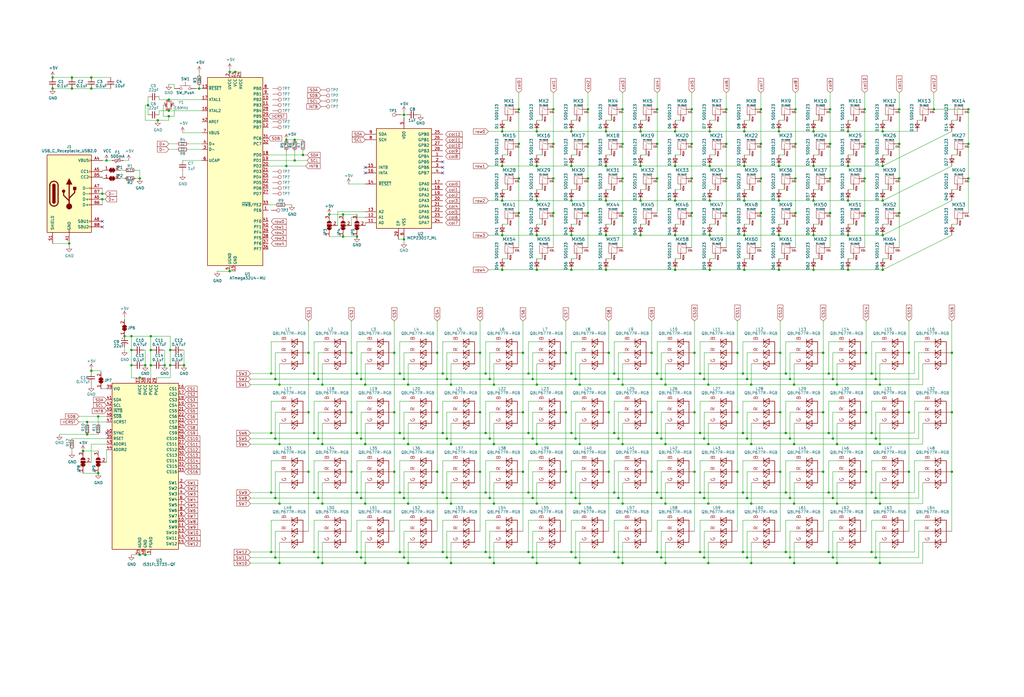
<source format=kicad_sch>
(kicad_sch (version 20211123) (generator eeschema)
  (paper "User" 470.002 319.989)
  (title_block (title "bd64") (date "2022-06-01") (company "beadybiddle"))
  (junction (at 342.9 201.295))
  (junction (at 344.805 176.53))
  (junction (at 183.515 253.365))
  (junction (at 321.31 171.45))
  (junction (at 342.9 228.6))
  (junction (at 238.125 81.915))
  (junction (at 333.375 66.04))
  (junction (at 342.9 255.905))
  (junction (at 146.05 228.6))
  (junction (at 283.845 173.99))
  (junction (at 436.88 189.23))
  (junction (at 294.005 60.325))
  (junction (at 240.03 189.23))
  (junction (at 305.435 203.835))
  (junction (at 224.79 201.295))
  (junction (at 254 66.04))
  (junction (at 187.325 203.835))
  (junction (at 305.435 231.14))
  (junction (at 167.64 258.445))
  (junction (at 341.63 123.825))
  (junction (at 254 50.165))
  (junction (at 309.88 76.2))
  (junction (at 269.875 66.04))
  (junction (at 417.195 216.535))
  (junction (at 147.955 176.53))
  (junction (at 373.38 92.075))
  (junction (at 382.27 173.99))
  (junction (at 203.2 171.45))
  (junction (at 405.13 123.825))
  (junction (at 382.27 228.6))
  (junction (at 185.42 201.295))
  (junction (at 396.875 50.165))
  (junction (at 64.135 81.915))
  (junction (at 224.79 173.99))
  (junction (at 207.01 258.445))
  (junction (at 128.27 231.14))
  (junction (at 163.83 108.585))
  (junction (at 105.41 124.46))
  (junction (at 262.255 198.755))
  (junction (at 325.12 231.14))
  (junction (at 126.365 228.6))
  (junction (at 301.625 198.755))
  (junction (at 72.39 55.245))
  (junction (at 278.13 123.825))
  (junction (at 357.505 60.325))
  (junction (at 262.255 60.325))
  (junction (at 403.86 258.445))
  (junction (at 285.75 81.915))
  (junction (at 126.365 255.905))
  (junction (at 126.365 173.99))
  (junction (at 144.145 198.755))
  (junction (at 318.77 189.23))
  (junction (at 401.955 173.99))
  (junction (at 323.215 173.99))
  (junction (at 207.01 203.835))
  (junction (at 405.13 107.95))
  (junction (at 318.77 216.535))
  (junction (at 357.505 107.95))
  (junction (at 244.475 173.99))
  (junction (at 40.005 193.675))
  (junction (at 309.88 123.825))
  (junction (at 301.625 171.45))
  (junction (at 358.14 189.23))
  (junction (at 77.47 53.34))
  (junction (at 246.38 92.075))
  (junction (at 146.05 255.905))
  (junction (at 41.91 170.18))
  (junction (at 128.27 258.445))
  (junction (at 396.875 66.04))
  (junction (at 242.57 198.755))
  (junction (at 167.64 176.53))
  (junction (at 151.13 98.425))
  (junction (at 40.005 199.39))
  (junction (at 246.38 203.835))
  (junction (at 401.955 255.905))
  (junction (at 226.695 231.14))
  (junction (at 262.255 253.365))
  (junction (at 349.25 50.165))
  (junction (at 183.515 171.45))
  (junction (at 281.94 226.06))
  (junction (at 299.085 216.535))
  (junction (at 222.885 198.755))
  (junction (at 180.975 161.925))
  (junction (at 342.9 173.99))
  (junction (at 246.38 231.14))
  (junction (at 207.01 176.53))
  (junction (at 389.255 107.95))
  (junction (at 205.105 173.99))
  (junction (at 264.16 255.905))
  (junction (at 165.735 173.99))
  (junction (at 405.13 60.325))
  (junction (at 444.5 66.04))
  (junction (at 69.215 154.305))
  (junction (at 405.13 92.075))
  (junction (at 285.75 231.14))
  (junction (at 400.05 253.365))
  (junction (at 144.145 253.365))
  (junction (at 333.375 97.79))
  (junction (at 165.735 201.295))
  (junction (at 77.47 50.8))
  (junction (at 246.38 176.53))
  (junction (at 377.825 216.535))
  (junction (at 294.005 76.2))
  (junction (at 141.605 216.535))
  (junction (at 301.625 226.06))
  (junction (at 299.085 189.23))
  (junction (at 285.75 97.79))
  (junction (at 382.27 201.295))
  (junction (at 317.5 66.04))
  (junction (at 266.065 203.835))
  (junction (at 46.99 91.44))
  (junction (at 412.75 81.915))
  (junction (at 161.29 161.925))
  (junction (at 357.505 76.2))
  (junction (at 364.49 231.14))
  (junction (at 381 81.915))
  (junction (at 360.68 171.45))
  (junction (at 381 97.79))
  (junction (at 69.215 160.655))
  (junction (at 220.345 216.535))
  (junction (at 389.255 92.075))
  (junction (at 230.505 123.825))
  (junction (at 279.4 189.23))
  (junction (at 200.66 189.23))
  (junction (at 238.125 66.04))
  (junction (at 381 66.04))
  (junction (at 200.66 216.535))
  (junction (at 45.085 217.17))
  (junction (at 220.345 161.925))
  (junction (at 262.255 123.825))
  (junction (at 397.51 161.925))
  (junction (at 365.125 66.04))
  (junction (at 64.135 254.635))
  (junction (at 301.625 50.165))
  (junction (at 305.435 258.445))
  (junction (at 301.625 253.365))
  (junction (at 222.885 171.45))
  (junction (at 165.735 228.6))
  (junction (at 107.95 33.02))
  (junction (at 325.755 123.825))
  (junction (at 66.675 254.635))
  (junction (at 397.51 216.535))
  (junction (at 321.31 253.365))
  (junction (at 262.255 226.06))
  (junction (at 262.255 76.2))
  (junction (at 384.175 203.835))
  (junction (at 403.86 203.835))
  (junction (at 230.505 107.95))
  (junction (at 124.46 226.06))
  (junction (at 349.25 66.04))
  (junction (at 147.955 231.14))
  (junction (at 365.125 81.915))
  (junction (at 365.125 97.79))
  (junction (at 31.75 111.76))
  (junction (at 185.42 109.855))
  (junction (at 266.065 258.445))
  (junction (at 400.05 198.755))
  (junction (at 146.05 201.295))
  (junction (at 358.14 216.535))
  (junction (at 436.88 216.535))
  (junction (at 222.885 253.365))
  (junction (at 364.49 203.835))
  (junction (at 33.02 35.56))
  (junction (at 146.05 173.99))
  (junction (at 128.27 203.835))
  (junction (at 38.1 207.01))
  (junction (at 325.755 60.325))
  (junction (at 183.515 226.06))
  (junction (at 341.63 107.95))
  (junction (at 338.455 161.925))
  (junction (at 333.375 50.165))
  (junction (at 303.53 255.905))
  (junction (at 340.995 253.365))
  (junction (at 436.88 161.925))
  (junction (at 75.565 167.64))
  (junction (at 285.75 50.165))
  (junction (at 259.715 161.925))
  (junction (at 389.255 76.2))
  (junction (at 163.83 198.755))
  (junction (at 301.625 66.04))
  (junction (at 269.875 50.165))
  (junction (at 139.065 71.12))
  (junction (at 84.455 167.64))
  (junction (at 262.255 171.45))
  (junction (at 230.505 76.2))
  (junction (at 60.325 154.305))
  (junction (at 262.255 107.95))
  (junction (at 294.005 92.075))
  (junction (at 309.88 60.325))
  (junction (at 380.365 171.45))
  (junction (at 317.5 97.79))
  (junction (at 281.94 198.755))
  (junction (at 167.64 203.835))
  (junction (at 412.75 97.79))
  (junction (at 278.13 76.2))
  (junction (at 400.05 171.45))
  (junction (at 46.99 88.9))
  (junction (at 338.455 189.23))
  (junction (at 244.475 201.295))
  (junction (at 362.585 255.905))
  (junction (at 340.995 198.755))
  (junction (at 161.29 189.23))
  (junction (at 226.695 258.445))
  (junction (at 203.2 198.755))
  (junction (at 78.105 160.655))
  (junction (at 303.53 201.295))
  (junction (at 242.57 171.45))
  (junction (at 279.4 161.925))
  (junction (at 246.38 76.2))
  (junction (at 163.83 171.45))
  (junction (at 381 50.165))
  (junction (at 205.105 228.6))
  (junction (at 105.41 33.02))
  (junction (at 373.38 107.95))
  (junction (at 384.175 258.445))
  (junction (at 281.94 171.45))
  (junction (at 362.585 201.295))
  (junction (at 135.255 64.135))
  (junction (at 417.195 161.925))
  (junction (at 389.255 123.825))
  (junction (at 349.25 97.79))
  (junction (at 77.47 45.72))
  (junction (at 321.31 198.755))
  (junction (at 91.44 40.64))
  (junction (at 380.365 253.365))
  (junction (at 45.085 191.135))
  (junction (at 323.215 201.295))
  (junction (at 240.03 216.535))
  (junction (at 323.215 255.905))
  (junction (at 325.12 203.835))
  (junction (at 325.755 107.95))
  (junction (at 362.585 173.99))
  (junction (at 360.68 198.755))
  (junction (at 389.255 60.325))
  (junction (at 60.325 167.64))
  (junction (at 64.135 173.355))
  (junction (at 67.945 48.26))
  (junction (at 203.2 253.365))
  (junction (at 412.75 50.165))
  (junction (at 377.825 161.925))
  (junction (at 147.955 258.445))
  (junction (at 321.31 226.06))
  (junction (at 131.445 76.2))
  (junction (at 344.805 258.445))
  (junction (at 444.5 81.915))
  (junction (at 185.42 255.905))
  (junction (at 317.5 81.915))
  (junction (at 384.175 176.53))
  (junction (at 340.995 171.45))
  (junction (at 224.79 255.905))
  (junction (at 238.125 50.165))
  (junction (at 226.695 203.835))
  (junction (at 397.51 189.23))
  (junction (at 285.75 66.04))
  (junction (at 157.48 108.585))
  (junction (at 128.27 176.53))
  (junction (at 403.86 176.53))
  (junction (at 203.2 226.06))
  (junction (at 360.68 253.365))
  (junction (at 360.68 226.06))
  (junction (at 48.895 73.66))
  (junction (at 41.91 40.64))
  (junction (at 207.01 231.14))
  (junction (at 165.735 255.905))
  (junction (at 144.145 171.45))
  (junction (at 264.16 201.295))
  (junction (at 157.48 98.425))
  (junction (at 180.975 216.535))
  (junction (at 269.875 97.79))
  (junction (at 135.255 73.66))
  (junction (at 57.15 154.305))
  (junction (at 309.88 107.95))
  (junction (at 344.805 203.835))
  (junction (at 187.325 176.53))
  (junction (at 33.02 40.64))
  (junction (at 180.975 189.23))
  (junction (at 365.125 50.165))
  (junction (at 124.46 253.365))
  (junction (at 246.38 123.825))
  (junction (at 185.42 173.99))
  (junction (at 412.75 66.04))
  (junction (at 163.83 253.365))
  (junction (at 187.325 258.445))
  (junction (at 338.455 216.535))
  (junction (at 364.49 176.53))
  (junction (at 396.875 97.79))
  (junction (at 341.63 76.2))
  (junction (at 325.755 76.2))
  (junction (at 126.365 201.295))
  (junction (at 163.83 226.06))
  (junction (at 349.25 81.915))
  (junction (at 401.955 228.6))
  (junction (at 240.03 161.925))
  (junction (at 220.345 189.23))
  (junction (at 380.365 226.06))
  (junction (at 344.805 231.14))
  (junction (at 305.435 176.53))
  (junction (at 317.5 50.165))
  (junction (at 294.005 107.95))
  (junction (at 373.38 123.825))
  (junction (at 309.88 92.075))
  (junction (at 244.475 255.905))
  (junction (at 224.79 228.6))
  (junction (at 285.75 258.445))
  (junction (at 230.505 60.325))
  (junction (at 373.38 60.325))
  (junction (at 362.585 228.6))
  (junction (at 364.49 258.445))
  (junction (at 144.145 226.06))
  (junction (at 283.845 228.6))
  (junction (at 382.27 255.905))
  (junction (at 222.885 226.06))
  (junction (at 373.38 76.2))
  (junction (at 78.105 167.64))
  (junction (at 279.4 216.535))
  (junction (at 357.505 92.075))
  (junction (at 266.065 176.53))
  (junction (at 303.53 173.99))
  (junction (at 380.365 198.755))
  (junction (at 69.215 167.64))
  (junction (at 281.94 253.365))
  (junction (at 285.75 203.835))
  (junction (at 161.29 216.535))
  (junction (at 357.505 123.825))
  (junction (at 278.13 107.95))
  (junction (at 246.38 107.95))
  (junction (at 340.995 226.06))
  (junction (at 396.875 81.915))
  (junction (at 167.64 231.14))
  (junction (at 377.825 189.23))
  (junction (at 264.16 173.99))
  (junction (at 66.675 167.64))
  (junction (at 400.05 226.06))
  (junction (at 244.475 228.6))
  (junction (at 301.625 81.915))
  (junction (at 24.13 35.56))
  (junction (at 254 81.915))
  (junction (at 187.325 231.14))
  (junction (at 141.605 161.925))
  (junction (at 230.505 92.075))
  (junction (at 325.12 258.445))
  (junction (at 259.715 189.23))
  (junction (at 147.955 203.835))
  (junction (at 341.63 60.325))
  (junction (at 405.13 76.2))
  (junction (at 283.845 255.905))
  (junction (at 131.445 64.135))
  (junction (at 417.195 189.23))
  (junction (at 242.57 226.06))
  (junction (at 341.63 92.075))
  (junction (at 278.13 92.075))
  (junction (at 266.065 231.14))
  (junction (at 238.125 97.79))
  (junction (at 325.12 176.53))
  (junction (at 358.14 161.925))
  (junction (at 242.57 253.365))
  (junction (at 254 97.79))
  (junction (at 60.325 160.655))
  (junction (at 269.875 81.915))
  (junction (at 333.375 81.915))
  (junction (at 124.46 171.45))
  (junction (at 323.215 228.6))
  (junction (at 259.715 216.535))
  (junction (at 185.42 228.6))
  (junction (at 403.86 231.14))
  (junction (at 303.53 228.6))
  (junction (at 200.66 161.925))
  (junction (at 185.42 52.705))
  (junction (at 24.13 40.64))
  (junction (at 428.625 50.165))
  (junction (at 124.46 198.755))
  (junction (at 285.75 176.53))
  (junction (at 384.175 231.14))
  (junction (at 278.13 60.325))
  (junction (at 444.5 50.165))
  (junction (at 41.91 35.56))
  (junction (at 246.38 258.445))
  (junction (at 401.955 201.295))
  (junction (at 183.515 198.755))
  (junction (at 205.105 255.905))
  (junction (at 283.845 201.295))
  (junction (at 262.255 92.075))
  (junction (at 205.105 201.295))
  (junction (at 325.755 92.075))
  (junction (at 141.605 189.23))
  (junction (at 318.77 161.925))
  (junction (at 226.695 176.53))
  (junction (at 246.38 60.325))
  (junction (at 264.16 228.6))
  (junction (at 299.085 161.925))
  (no_connect (at 167.64 79.375))
  (no_connect (at 46.99 104.14))
  (no_connect (at 167.64 76.835))
  (no_connect (at 203.2 79.375))
  (no_connect (at 46.99 101.6))
  (no_connect (at 203.2 74.295))
  (no_connect (at 203.2 76.835))
  (no_connect (at 48.895 198.755))
  (wire (pts (xy 126.365 243.84) (xy 128.905 243.84)))
  (wire (pts (xy 203.2 156.845) (xy 203.2 171.45)))
  (wire (pts (xy 247.015 167.005) (xy 246.38 167.005)))
  (wire (pts (xy 391.795 86.995) (xy 389.255 86.995)))
  (wire (pts (xy 358.14 147.32) (xy 358.14 161.925)))
  (wire (pts (xy 224.79 216.535) (xy 227.33 216.535)))
  (wire (pts (xy 365.125 81.915) (xy 365.125 66.04)))
  (wire (pts (xy 242.57 211.455) (xy 242.57 226.06)))
  (wire (pts (xy 401.955 189.23) (xy 404.495 189.23)))
  (wire (pts (xy 305.435 167.005) (xy 305.435 176.53)))
  (wire (pts (xy 404.495 211.455) (xy 400.05 211.455)))
  (wire (pts (xy 321.31 253.365) (xy 301.625 253.365)))
  (wire (pts (xy 407.67 86.995) (xy 405.13 86.995)))
  (wire (pts (xy 62.23 81.915) (xy 64.135 81.915)))
  (wire (pts (xy 264.16 255.905) (xy 264.16 243.84)))
  (wire (pts (xy 360.68 238.76) (xy 360.68 253.365)))
  (wire (pts (xy 285.75 231.14) (xy 266.065 231.14)))
  (wire (pts (xy 246.38 167.005) (xy 246.38 176.53)))
  (wire (pts (xy 262.255 171.45) (xy 242.57 171.45)))
  (wire (pts (xy 360.68 184.15) (xy 360.68 198.755)))
  (wire (pts (xy 360.045 71.12) (xy 357.505 71.12)))
  (wire (pts (xy 46.99 73.66) (xy 48.895 73.66)))
  (wire (pts (xy 436.88 60.325) (xy 405.13 76.2)))
  (wire (pts (xy 280.67 71.12) (xy 278.13 71.12)))
  (wire (pts (xy 365.125 156.845) (xy 360.68 156.845)))
  (wire (pts (xy 309.88 123.825) (xy 325.755 123.825)))
  (wire (pts (xy 227.33 238.76) (xy 222.885 238.76)))
  (wire (pts (xy 424.18 221.615) (xy 423.545 221.615)))
  (wire (pts (xy 247.015 194.31) (xy 246.38 194.31)))
  (wire (pts (xy 180.975 147.32) (xy 180.975 161.925)))
  (wire (pts (xy 222.885 226.06) (xy 203.2 226.06)))
  (wire (pts (xy 382.27 216.535) (xy 384.81 216.535)))
  (wire (pts (xy 203.2 211.455) (xy 203.2 226.06)))
  (wire (pts (xy 126.365 173.99) (xy 126.365 161.925)))
  (wire (pts (xy 165.735 189.23) (xy 168.275 189.23)))
  (wire (pts (xy 391.795 102.87) (xy 389.255 102.87)))
  (wire (pts (xy 333.375 97.79) (xy 333.375 113.665)))
  (wire (pts (xy 384.175 258.445) (xy 364.49 258.445)))
  (wire (pts (xy 230.505 76.2) (xy 224.155 76.2)))
  (wire (pts (xy 203.2 184.15) (xy 203.2 198.755)))
  (wire (pts (xy 187.96 184.15) (xy 183.515 184.15)))
  (wire (pts (xy 306.07 184.15) (xy 301.625 184.15)))
  (wire (pts (xy 163.83 108.585) (xy 157.48 108.585)))
  (wire (pts (xy 375.92 71.12) (xy 373.38 71.12)))
  (wire (pts (xy 279.4 147.32) (xy 279.4 161.925)))
  (wire (pts (xy 286.385 194.31) (xy 285.75 194.31)))
  (wire (pts (xy 280.67 118.745) (xy 278.13 118.745)))
  (wire (pts (xy 357.505 60.325) (xy 373.38 60.325)))
  (wire (pts (xy 38.1 217.17) (xy 45.085 217.17)))
  (wire (pts (xy 345.44 156.845) (xy 340.995 156.845)))
  (wire (pts (xy 64.135 254.635) (xy 66.675 254.635)))
  (wire (pts (xy 303.53 161.925) (xy 306.07 161.925)))
  (wire (pts (xy 230.505 107.95) (xy 224.155 107.95)))
  (wire (pts (xy 144.145 156.845) (xy 144.145 171.45)))
  (wire (pts (xy 299.085 189.23) (xy 299.085 216.535)))
  (wire (pts (xy 141.605 216.535) (xy 141.605 243.84)))
  (wire (pts (xy 183.515 238.76) (xy 183.515 253.365)))
  (wire (pts (xy 140.97 73.66) (xy 135.255 73.66)))
  (wire (pts (xy 66.675 173.355) (xy 64.135 173.355)))
  (wire (pts (xy 266.7 238.76) (xy 262.255 238.76)))
  (wire (pts (xy 57.15 81.915) (xy 55.245 81.915)))
  (wire (pts (xy 382.27 173.99) (xy 382.27 161.925)))
  (wire (pts (xy 227.33 221.615) (xy 226.695 221.615)))
  (wire (pts (xy 305.435 194.31) (xy 305.435 203.835)))
  (wire (pts (xy 323.215 216.535) (xy 325.755 216.535)))
  (wire (pts (xy 131.445 69.215) (xy 131.445 76.2)))
  (wire (pts (xy 266.7 221.615) (xy 266.065 221.615)))
  (wire (pts (xy 266.065 203.835) (xy 246.38 203.835)))
  (wire (pts (xy 444.5 81.915) (xy 444.5 66.04)))
  (wire (pts (xy 203.2 171.45) (xy 183.515 171.45)))
  (wire (pts (xy 207.645 211.455) (xy 203.2 211.455)))
  (wire (pts (xy 285.75 97.79) (xy 285.75 81.915)))
  (wire (pts (xy 303.53 243.84) (xy 306.07 243.84)))
  (wire (pts (xy 303.53 201.295) (xy 303.53 189.23)))
  (wire (pts (xy 325.755 123.825) (xy 341.63 123.825)))
  (wire (pts (xy 391.795 118.745) (xy 389.255 118.745)))
  (wire (pts (xy 77.47 55.245) (xy 72.39 55.245)))
  (wire (pts (xy 246.38 123.825) (xy 262.255 123.825)))
  (wire (pts (xy 242.57 253.365) (xy 222.885 253.365)))
  (wire (pts (xy 148.59 167.005) (xy 147.955 167.005)))
  (wire (pts (xy 264.16 228.6) (xy 264.16 216.535)))
  (wire (pts (xy 362.585 161.925) (xy 365.125 161.925)))
  (wire (pts (xy 78.105 173.355) (xy 78.105 167.64)))
  (wire (pts (xy 362.585 189.23) (xy 365.125 189.23)))
  (wire (pts (xy 186.69 52.705) (xy 185.42 52.705)))
  (wire (pts (xy 45.085 194.31) (xy 45.085 191.135)))
  (wire (pts (xy 391.795 71.12) (xy 389.255 71.12)))
  (wire (pts (xy 419.735 156.845) (xy 419.735 171.45)))
  (wire (pts (xy 306.07 248.92) (xy 305.435 248.92)))
  (wire (pts (xy 317.5 97.79) (xy 317.5 81.915)))
  (wire (pts (xy 299.085 147.32) (xy 299.085 161.925)))
  (wire (pts (xy 285.75 203.835) (xy 266.065 203.835)))
  (wire (pts (xy 107.95 33.02) (xy 105.41 33.02)))
  (wire (pts (xy 405.13 92.075) (xy 436.88 76.2)))
  (wire (pts (xy 238.125 113.665) (xy 238.125 97.79)))
  (wire (pts (xy 144.145 171.45) (xy 124.46 171.45)))
  (wire (pts (xy 185.42 228.6) (xy 205.105 228.6)))
  (wire (pts (xy 381 81.915) (xy 381 97.79)))
  (wire (pts (xy 240.03 189.23) (xy 240.03 216.535)))
  (wire (pts (xy 317.5 66.04) (xy 317.5 50.165)))
  (wire (pts (xy 207.01 221.615) (xy 207.01 231.14)))
  (wire (pts (xy 373.38 107.95) (xy 357.505 107.95)))
  (wire (pts (xy 259.715 189.23) (xy 259.715 216.535)))
  (wire (pts (xy 222.885 238.76) (xy 222.885 253.365)))
  (wire (pts (xy 283.845 161.925) (xy 286.385 161.925)))
  (wire (pts (xy 403.86 203.835) (xy 384.175 203.835)))
  (wire (pts (xy 412.75 66.04) (xy 412.75 50.165)))
  (wire (pts (xy 185.42 243.84) (xy 187.96 243.84)))
  (wire (pts (xy 404.495 238.76) (xy 400.05 238.76)))
  (wire (pts (xy 246.38 176.53) (xy 226.695 176.53)))
  (wire (pts (xy 185.42 111.125) (xy 185.42 109.855)))
  (wire (pts (xy 161.29 147.32) (xy 161.29 161.925)))
  (wire (pts (xy 407.67 118.745) (xy 405.13 118.745)))
  (wire (pts (xy 325.755 76.2) (xy 309.88 76.2)))
  (wire (pts (xy 168.275 184.15) (xy 163.83 184.15)))
  (wire (pts (xy 423.545 258.445) (xy 403.86 258.445)))
  (wire (pts (xy 345.44 167.005) (xy 344.805 167.005)))
  (wire (pts (xy 325.12 203.835) (xy 305.435 203.835)))
  (wire (pts (xy 205.105 173.99) (xy 205.105 161.925)))
  (wire (pts (xy 124.46 184.15) (xy 124.46 198.755)))
  (wire (pts (xy 325.755 107.95) (xy 309.88 107.95)))
  (wire (pts (xy 157.48 98.425) (xy 163.83 98.425)))
  (wire (pts (xy 384.175 203.835) (xy 364.49 203.835)))
  (wire (pts (xy 66.675 55.245) (xy 72.39 55.245)))
  (wire (pts (xy 146.05 161.925) (xy 148.59 161.925)))
  (wire (pts (xy 421.64 189.23) (xy 424.18 189.23)))
  (wire (pts (xy 207.645 248.92) (xy 207.01 248.92)))
  (wire (pts (xy 325.12 258.445) (xy 305.435 258.445)))
  (wire (pts (xy 341.63 92.075) (xy 357.505 92.075)))
  (wire (pts (xy 266.7 194.31) (xy 266.065 194.31)))
  (wire (pts (xy 364.49 248.92) (xy 364.49 258.445)))
  (wire (pts (xy 81.28 66.04) (xy 77.47 66.04)))
  (wire (pts (xy 248.92 118.745) (xy 246.38 118.745)))
  (wire (pts (xy 382.27 201.295) (xy 382.27 189.23)))
  (wire (pts (xy 396.875 50.165) (xy 396.875 66.04)))
  (wire (pts (xy 285.75 194.31) (xy 285.75 203.835)))
  (wire (pts (xy 305.435 203.835) (xy 285.75 203.835)))
  (wire (pts (xy 340.995 171.45) (xy 321.31 171.45)))
  (wire (pts (xy 205.105 228.6) (xy 224.79 228.6)))
  (wire (pts (xy 128.905 184.15) (xy 124.46 184.15)))
  (wire (pts (xy 342.9 255.905) (xy 323.215 255.905)))
  (wire (pts (xy 259.715 147.32) (xy 259.715 161.925)))
  (wire (pts (xy 222.885 156.845) (xy 222.885 171.45)))
  (wire (pts (xy 365.125 66.04) (xy 365.125 50.165)))
  (wire (pts (xy 41.91 169.545) (xy 41.91 170.18)))
  (wire (pts (xy 128.905 167.005) (xy 128.27 167.005)))
  (wire (pts (xy 262.255 107.95) (xy 246.38 107.95)))
  (wire (pts (xy 246.38 258.445) (xy 226.695 258.445)))
  (wire (pts (xy 259.715 216.535) (xy 259.715 243.84)))
  (wire (pts (xy 262.255 123.825) (xy 278.13 123.825)))
  (wire (pts (xy 266.065 167.005) (xy 266.065 176.53)))
  (wire (pts (xy 48.895 73.66) (xy 51.435 73.66)))
  (wire (pts (xy 62.23 78.105) (xy 64.135 78.105)))
  (wire (pts (xy 377.825 189.23) (xy 377.825 216.535)))
  (wire (pts (xy 126.365 255.905) (xy 126.365 243.84)))
  (wire (pts (xy 401.955 255.905) (xy 401.955 243.84)))
  (wire (pts (xy 185.42 228.6) (xy 185.42 216.535)))
  (wire (pts (xy 244.475 228.6) (xy 244.475 216.535)))
  (wire (pts (xy 246.38 203.835) (xy 226.695 203.835)))
  (wire (pts (xy 60.325 173.355) (xy 60.325 167.64)))
  (wire (pts (xy 41.91 35.56) (xy 50.8 35.56)))
  (wire (pts (xy 126.365 228.6) (xy 126.365 216.535)))
  (wire (pts (xy 244.475 201.295) (xy 264.16 201.295)))
  (wire (pts (xy 154.94 103.505) (xy 154.94 97.155)))
  (wire (pts (xy 299.085 161.925) (xy 299.085 189.23)))
  (wire (pts (xy 135.255 64.135) (xy 139.065 64.135)))
  (wire (pts (xy 56.515 73.66) (xy 59.055 73.66)))
  (wire (pts (xy 233.045 55.245) (xy 230.505 55.245)))
  (wire (pts (xy 73.025 45.72) (xy 73.025 44.45)))
  (wire (pts (xy 227.33 184.15) (xy 222.885 184.15)))
  (wire (pts (xy 281.94 184.15) (xy 281.94 198.755)))
  (wire (pts (xy 266.065 258.445) (xy 246.38 258.445)))
  (wire (pts (xy 375.92 55.245) (xy 373.38 55.245)))
  (wire (pts (xy 325.755 156.845) (xy 321.31 156.845)))
  (wire (pts (xy 222.885 253.365) (xy 203.2 253.365)))
  (wire (pts (xy 163.83 171.45) (xy 144.145 171.45)))
  (wire (pts (xy 187.325 248.92) (xy 187.325 258.445)))
  (wire (pts (xy 401.955 243.84) (xy 404.495 243.84)))
  (wire (pts (xy 321.31 211.455) (xy 321.31 226.06)))
  (wire (pts (xy 344.805 194.31) (xy 344.805 203.835)))
  (wire (pts (xy 283.845 173.99) (xy 303.53 173.99)))
  (wire (pts (xy 163.83 156.845) (xy 163.83 171.45)))
  (wire (pts (xy 283.845 216.535) (xy 286.385 216.535)))
  (wire (pts (xy 244.475 201.295) (xy 244.475 189.23)))
  (wire (pts (xy 345.44 194.31) (xy 344.805 194.31)))
  (wire (pts (xy 207.645 221.615) (xy 207.01 221.615)))
  (wire (pts (xy 389.255 107.95) (xy 373.38 107.95)))
  (wire (pts (xy 404.495 221.615) (xy 403.86 221.615)))
  (wire (pts (xy 325.12 176.53) (xy 305.435 176.53)))
  (wire (pts (xy 377.825 216.535) (xy 377.825 243.84)))
  (wire (pts (xy 384.81 211.455) (xy 380.365 211.455)))
  (wire (pts (xy 283.845 255.905) (xy 264.16 255.905)))
  (wire (pts (xy 77.47 45.72) (xy 92.71 45.72)))
  (wire (pts (xy 405.13 76.2) (xy 389.255 76.2)))
  (wire (pts (xy 325.12 221.615) (xy 325.12 231.14)))
  (wire (pts (xy 165.735 228.6) (xy 165.735 216.535)))
  (wire (pts (xy 259.715 161.925) (xy 259.715 189.23)))
  (wire (pts (xy 333.375 50.165) (xy 333.375 66.04)))
  (wire (pts (xy 342.9 173.99) (xy 342.9 161.925)))
  (wire (pts (xy 345.44 184.15) (xy 340.995 184.15)))
  (wire (pts (xy 126.365 173.99) (xy 146.05 173.99)))
  (wire (pts (xy 248.92 55.245) (xy 246.38 55.245)))
  (wire (pts (xy 165.735 216.535) (xy 168.275 216.535)))
  (wire (pts (xy 421.64 216.535) (xy 424.18 216.535)))
  (wire (pts (xy 71.755 173.355) (xy 78.105 173.355)))
  (wire (pts (xy 341.63 123.825) (xy 357.505 123.825)))
  (wire (pts (xy 187.96 167.005) (xy 187.325 167.005)))
  (wire (pts (xy 345.44 238.76) (xy 340.995 238.76)))
  (wire (pts (xy 224.79 173.99) (xy 224.79 161.925)))
  (wire (pts (xy 207.01 176.53) (xy 187.325 176.53)))
  (wire (pts (xy 69.215 167.64) (xy 69.85 167.64)))
  (wire (pts (xy 78.105 160.655) (xy 78.105 154.305)))
  (wire (pts (xy 318.77 147.32) (xy 318.77 161.925)))
  (wire (pts (xy 124.46 226.06) (xy 114.935 226.06)))
  (wire (pts (xy 360.68 211.455) (xy 360.68 226.06)))
  (wire (pts (xy 280.67 86.995) (xy 278.13 86.995)))
  (wire (pts (xy 38.1 207.01) (xy 45.085 207.01)))
  (wire (pts (xy 344.17 102.87) (xy 341.63 102.87)))
  (wire (pts (xy 400.05 226.06) (xy 380.365 226.06)))
  (wire (pts (xy 247.015 156.845) (xy 242.57 156.845)))
  (wire (pts (xy 317.5 113.665) (xy 317.5 97.79)))
  (wire (pts (xy 389.255 60.325) (xy 405.13 60.325)))
  (wire (pts (xy 123.19 76.2) (xy 131.445 76.2)))
  (wire (pts (xy 306.07 211.455) (xy 301.625 211.455)))
  (wire (pts (xy 91.44 33.02) (xy 91.44 34.29)))
  (wire (pts (xy 344.805 258.445) (xy 325.12 258.445)))
  (wire (pts (xy 342.9 255.905) (xy 342.9 243.84)))
  (wire (pts (xy 246.38 76.2) (xy 230.505 76.2)))
  (wire (pts (xy 74.93 48.26) (xy 74.93 53.34)))
  (wire (pts (xy 404.495 194.31) (xy 403.86 194.31)))
  (wire (pts (xy 380.365 171.45) (xy 360.68 171.45)))
  (wire (pts (xy 283.845 201.295) (xy 283.845 189.23)))
  (wire (pts (xy 124.46 198.755) (xy 114.935 198.755)))
  (wire (pts (xy 55.245 78.105) (xy 57.15 78.105)))
  (wire (pts (xy 381 66.04) (xy 381 81.915)))
  (wire (pts (xy 421.64 173.99) (xy 421.64 161.925)))
  (wire (pts (xy 91.44 39.37) (xy 91.44 40.64)))
  (wire (pts (xy 341.63 76.2) (xy 357.505 76.2)))
  (wire (pts (xy 183.515 198.755) (xy 163.83 198.755)))
  (wire (pts (xy 428.625 50.165) (xy 444.5 50.165)))
  (wire (pts (xy 321.31 198.755) (xy 301.625 198.755)))
  (wire (pts (xy 110.49 33.02) (xy 107.95 33.02)))
  (wire (pts (xy 254 42.545) (xy 254 50.165)))
  (wire (pts (xy 264.16 173.99) (xy 264.16 161.925)))
  (wire (pts (xy 92.71 60.96) (xy 83.82 60.96)))
  (wire (pts (xy 404.495 167.005) (xy 403.86 167.005)))
  (wire (pts (xy 207.01 194.31) (xy 207.01 203.835)))
  (wire (pts (xy 317.5 81.915) (xy 317.5 66.04)))
  (wire (pts (xy 147.955 248.92) (xy 147.955 258.445)))
  (wire (pts (xy 404.495 184.15) (xy 400.05 184.15)))
  (wire (pts (xy 148.59 156.845) (xy 144.145 156.845)))
  (wire (pts (xy 238.125 97.79) (xy 238.125 81.915)))
  (wire (pts (xy 46.99 86.36) (xy 46.99 88.9)))
  (wire (pts (xy 207.645 194.31) (xy 207.01 194.31)))
  (wire (pts (xy 187.96 238.76) (xy 183.515 238.76)))
  (wire (pts (xy 230.505 92.075) (xy 246.38 92.075)))
  (wire (pts (xy 224.79 228.6) (xy 244.475 228.6)))
  (wire (pts (xy 205.105 243.84) (xy 207.645 243.84)))
  (wire (pts (xy 168.275 211.455) (xy 163.83 211.455)))
  (wire (pts (xy 417.195 189.23) (xy 417.195 216.535)))
  (wire (pts (xy 187.96 194.31) (xy 187.325 194.31)))
  (wire (pts (xy 321.31 226.06) (xy 301.625 226.06)))
  (wire (pts (xy 266.065 221.615) (xy 266.065 231.14)))
  (wire (pts (xy 161.29 161.925) (xy 161.29 189.23)))
  (wire (pts (xy 299.085 216.535) (xy 299.085 243.84)))
  (wire (pts (xy 325.755 167.005) (xy 325.12 167.005)))
  (wire (pts (xy 146.05 201.295) (xy 146.05 189.23)))
  (wire (pts (xy 401.955 201.295) (xy 421.64 201.295)))
  (wire (pts (xy 424.18 248.92) (xy 423.545 248.92)))
  (wire (pts (xy 205.105 216.535) (xy 207.645 216.535)))
  (wire (pts (xy 200.66 147.32) (xy 200.66 161.925)))
  (wire (pts (xy 384.175 221.615) (xy 384.175 231.14)))
  (wire (pts (xy 344.805 167.005) (xy 344.805 176.53)))
  (wire (pts (xy 167.64 167.005) (xy 167.64 176.53)))
  (wire (pts (xy 41.91 40.64) (xy 33.02 40.64)))
  (wire (pts (xy 389.255 92.075) (xy 405.13 92.075)))
  (wire (pts (xy 264.16 201.295) (xy 283.845 201.295)))
  (wire (pts (xy 151.13 98.425) (xy 157.48 98.425)))
  (wire (pts (xy 266.065 248.92) (xy 266.065 258.445)))
  (wire (pts (xy 285.75 176.53) (xy 266.065 176.53)))
  (wire (pts (xy 91.44 40.64) (xy 92.71 40.64)))
  (wire (pts (xy 227.33 194.31) (xy 226.695 194.31)))
  (wire (pts (xy 286.385 156.845) (xy 281.94 156.845)))
  (wire (pts (xy 306.07 221.615) (xy 305.435 221.615)))
  (wire (pts (xy 264.16 255.905) (xy 244.475 255.905)))
  (wire (pts (xy 262.255 253.365) (xy 242.57 253.365)))
  (wire (pts (xy 141.605 161.925) (xy 141.605 189.23)))
  (wire (pts (xy 168.275 194.31) (xy 167.64 194.31)))
  (wire (pts (xy 349.25 66.04) (xy 349.25 50.165)))
  (wire (pts (xy 391.795 55.245) (xy 389.255 55.245)))
  (wire (pts (xy 227.33 167.005) (xy 226.695 167.005)))
  (wire (pts (xy 244.475 255.905) (xy 244.475 243.84)))
  (wire (pts (xy 357.505 123.825) (xy 373.38 123.825)))
  (wire (pts (xy 283.845 228.6) (xy 303.53 228.6)))
  (wire (pts (xy 163.83 238.76) (xy 163.83 253.365)))
  (wire (pts (xy 444.5 50.165) (xy 444.5 66.04)))
  (wire (pts (xy 384.81 156.845) (xy 380.365 156.845)))
  (wire (pts (xy 421.64 161.925) (xy 424.18 161.925)))
  (wire (pts (xy 423.545 203.835) (xy 403.86 203.835)))
  (wire (pts (xy 380.365 226.06) (xy 360.68 226.06)))
  (wire (pts (xy 421.64 243.84) (xy 424.18 243.84)))
  (wire (pts (xy 419.735 184.15) (xy 419.735 198.755)))
  (wire (pts (xy 344.17 55.245) (xy 341.63 55.245)))
  (wire (pts (xy 114.935 228.6) (xy 126.365 228.6)))
  (wire (pts (xy 360.68 171.45) (xy 340.995 171.45)))
  (wire (pts (xy 128.905 156.845) (xy 124.46 156.845)))
  (wire (pts (xy 362.585 255.905) (xy 342.9 255.905)))
  (wire (pts (xy 338.455 189.23) (xy 338.455 216.535)))
  (wire (pts (xy 384.175 176.53) (xy 364.49 176.53)))
  (wire (pts (xy 146.05 216.535) (xy 148.59 216.535)))
  (wire (pts (xy 222.885 198.755) (xy 203.2 198.755)))
  (wire (pts (xy 439.42 86.995) (xy 436.88 86.995)))
  (wire (pts (xy 305.435 258.445) (xy 285.75 258.445)))
  (wire (pts (xy 83.82 160.655) (xy 84.455 160.655)))
  (wire (pts (xy 360.68 156.845) (xy 360.68 171.45)))
  (wire (pts (xy 400.05 156.845) (xy 400.05 171.45)))
  (wire (pts (xy 323.215 173.99) (xy 323.215 161.925)))
  (wire (pts (xy 342.9 243.84) (xy 345.44 243.84)))
  (wire (pts (xy 342.9 228.6) (xy 342.9 216.535)))
  (wire (pts (xy 357.505 92.075) (xy 373.38 92.075)))
  (wire (pts (xy 401.955 161.925) (xy 404.495 161.925)))
  (wire (pts (xy 421.64 255.905) (xy 421.64 243.84)))
  (wire (pts (xy 333.375 42.545) (xy 333.375 50.165)))
  (wire (pts (xy 227.33 156.845) (xy 222.885 156.845)))
  (wire (pts (xy 323.215 201.295) (xy 342.9 201.295)))
  (wire (pts (xy 246.38 231.14) (xy 226.695 231.14)))
  (wire (pts (xy 220.345 189.23) (xy 220.345 216.535)))
  (wire (pts (xy 148.59 211.455) (xy 144.145 211.455)))
  (wire (pts (xy 338.455 216.535) (xy 338.455 243.84)))
  (wire (pts (xy 301.625 81.915) (xy 301.625 97.79)))
  (wire (pts (xy 74.93 160.655) (xy 75.565 160.655)))
  (wire (pts (xy 264.795 118.745) (xy 262.255 118.745)))
  (wire (pts (xy 439.42 71.12) (xy 436.88 71.12)))
  (wire (pts (xy 281.94 171.45) (xy 262.255 171.45)))
  (wire (pts (xy 123.19 93.98) (xy 126.365 93.98)))
  (wire (pts (xy 222.885 211.455) (xy 222.885 226.06)))
  (wire (pts (xy 424.18 156.845) (xy 419.735 156.845)))
  (wire (pts (xy 285.75 50.165) (xy 285.75 42.545)))
  (wire (pts (xy 424.18 194.31) (xy 423.545 194.31)))
  (wire (pts (xy 207.01 231.14) (xy 187.325 231.14)))
  (wire (pts (xy 128.27 194.31) (xy 128.27 203.835)))
  (wire (pts (xy 266.065 176.53) (xy 246.38 176.53)))
  (wire (pts (xy 396.875 97.79) (xy 396.875 113.665)))
  (wire (pts (xy 405.13 123.825) (xy 436.88 107.95)))
  (wire (pts (xy 301.625 238.76) (xy 301.625 253.365)))
  (wire (pts (xy 419.735 253.365) (xy 400.05 253.365)))
  (wire (pts (xy 423.545 167.005) (xy 423.545 176.53)))
  (wire (pts (xy 131.445 93.98) (xy 133.985 93.98)))
  (wire (pts (xy 439.42 55.245) (xy 436.88 55.245)))
  (wire (pts (xy 424.18 184.15) (xy 419.735 184.15)))
  (wire (pts (xy 167.64 194.31) (xy 167.64 203.835)))
  (wire (pts (xy 325.755 60.325) (xy 341.63 60.325)))
  (wire (pts (xy 57.15 159.385) (xy 57.15 160.655)))
  (wire (pts (xy 86.36 66.04) (xy 92.71 66.04)))
  (wire (pts (xy 397.51 161.925) (xy 397.51 189.23)))
  (wire (pts (xy 224.79 255.905) (xy 224.79 243.84)))
  (wire (pts (xy 185.42 216.535) (xy 187.96 216.535)))
  (wire (pts (xy 412.75 50.165) (xy 412.75 42.545)))
  (wire (pts (xy 400.05 198.755) (xy 380.365 198.755)))
  (wire (pts (xy 66.04 160.655) (xy 66.675 160.655)))
  (wire (pts (xy 254 81.915) (xy 254 97.79)))
  (wire (pts (xy 301.625 211.455) (xy 301.625 226.06)))
  (wire (pts (xy 281.94 253.365) (xy 262.255 253.365)))
  (wire (pts (xy 400.05 211.455) (xy 400.05 226.06)))
  (wire (pts (xy 384.175 231.14) (xy 364.49 231.14)))
  (wire (pts (xy 146.05 255.905) (xy 146.05 243.84)))
  (wire (pts (xy 69.215 167.64) (xy 69.215 173.355)))
  (wire (pts (xy 165.735 173.99) (xy 165.735 161.925)))
  (wire (pts (xy 360.68 226.06) (xy 340.995 226.06)))
  (wire (pts (xy 344.805 231.14) (xy 325.12 231.14)))
  (wire (pts (xy 412.75 97.79) (xy 412.75 81.915)))
  (wire (pts (xy 301.625 226.06) (xy 281.94 226.06)))
  (wire (pts (xy 124.46 211.455) (xy 124.46 226.06)))
  (wire (pts (xy 345.44 221.615) (xy 344.805 221.615)))
  (wire (pts (xy 146.05 228.6) (xy 165.735 228.6)))
  (wire (pts (xy 230.505 60.325) (xy 246.38 60.325)))
  (wire (pts (xy 400.05 184.15) (xy 400.05 198.755)))
  (wire (pts (xy 301.625 42.545) (xy 301.625 50.165)))
  (wire (pts (xy 64.135 78.105) (xy 64.135 81.915)))
  (wire (pts (xy 404.495 156.845) (xy 400.05 156.845)))
  (wire (pts (xy 382.27 243.84) (xy 384.81 243.84)))
  (wire (pts (xy 264.16 228.6) (xy 283.845 228.6)))
  (wire (pts (xy 200.66 161.925) (xy 200.66 189.23)))
  (wire (pts (xy 67.945 44.45) (xy 67.945 48.26)))
  (wire (pts (xy 154.94 97.155) (xy 167.64 97.155)))
  (wire (pts (xy 285.75 221.615) (xy 285.75 231.14)))
  (wire (pts (xy 364.49 176.53) (xy 344.805 176.53)))
  (wire (pts (xy 266.065 231.14) (xy 246.38 231.14)))
  (wire (pts (xy 342.9 216.535) (xy 345.44 216.535)))
  (wire (pts (xy 224.79 255.905) (xy 205.105 255.905)))
  (wire (pts (xy 184.15 52.705) (xy 185.42 52.705)))
  (wire (pts (xy 33.02 201.295) (xy 48.895 201.295)))
  (wire (pts (xy 375.92 102.87) (xy 373.38 102.87)))
  (wire (pts (xy 286.385 238.76) (xy 281.94 238.76)))
  (wire (pts (xy 278.13 92.075) (xy 294.005 92.075)))
  (wire (pts (xy 436.88 147.32) (xy 436.88 161.925)))
  (wire (pts (xy 126.365 161.925) (xy 128.905 161.925)))
  (wire (pts (xy 233.045 86.995) (xy 230.505 86.995)))
  (wire (pts (xy 124.46 171.45) (xy 114.935 171.45)))
  (wire (pts (xy 74.93 53.34) (xy 77.47 53.34)))
  (wire (pts (xy 321.31 184.15) (xy 321.31 198.755)))
  (wire (pts (xy 421.64 201.295) (xy 421.64 189.23)))
  (wire (pts (xy 75.565 160.655) (xy 75.565 167.64)))
  (wire (pts (xy 365.125 113.665) (xy 365.125 97.79)))
  (wire (pts (xy 262.255 238.76) (xy 262.255 253.365)))
  (wire (pts (xy 266.7 167.005) (xy 266.065 167.005)))
  (wire (pts (xy 436.88 92.075) (xy 405.13 107.95)))
  (wire (pts (xy 128.905 221.615) (xy 128.27 221.615)))
  (wire (pts (xy 180.975 189.23) (xy 180.975 216.535)))
  (wire (pts (xy 328.295 118.745) (xy 325.755 118.745)))
  (wire (pts (xy 168.275 221.615) (xy 167.64 221.615)))
  (wire (pts (xy 373.38 60.325) (xy 389.255 60.325)))
  (wire (pts (xy 301.625 253.365) (xy 281.94 253.365)))
  (wire (pts (xy 278.13 123.825) (xy 309.88 123.825)))
  (wire (pts (xy 417.195 216.535) (xy 417.195 243.84)))
  (wire (pts (xy 380.365 156.845) (xy 380.365 171.45)))
  (wire (pts (xy 50.8 40.64) (xy 41.91 40.64)))
  (wire (pts (xy 323.215 201.295) (xy 323.215 189.23)))
  (wire (pts (xy 325.12 194.31) (xy 325.12 203.835)))
  (wire (pts (xy 146.05 255.905) (xy 165.735 255.905)))
  (wire (pts (xy 48.895 206.375) (xy 48.895 212.09)))
  (wire (pts (xy 66.675 160.655) (xy 66.675 167.64)))
  (wire (pts (xy 205.105 173.99) (xy 224.79 173.99)))
  (wire (pts (xy 57.15 154.305) (xy 60.325 154.305)))
  (wire (pts (xy 146.05 201.295) (xy 165.735 201.295)))
  (wire (pts (xy 126.365 255.905) (xy 146.05 255.905)))
  (wire (pts (xy 114.935 201.295) (xy 126.365 201.295)))
  (wire (pts (xy 266.065 194.31) (xy 266.065 203.835)))
  (wire (pts (xy 238.125 50.165) (xy 238.125 42.545)))
  (wire (pts (xy 364.49 194.31) (xy 364.49 203.835)))
  (wire (pts (xy 362.585 216.535) (xy 365.125 216.535)))
  (wire (pts (xy 246.38 221.615) (xy 246.38 231.14)))
  (wire (pts (xy 407.67 71.12) (xy 405.13 71.12)))
  (wire (pts (xy 187.325 203.835) (xy 167.64 203.835)))
  (wire (pts (xy 207.645 238.76) (xy 203.2 238.76)))
  (wire (pts (xy 226.695 203.835) (xy 207.01 203.835)))
  (wire (pts (xy 266.7 184.15) (xy 262.255 184.15)))
  (wire (pts (xy 384.175 167.005) (xy 384.175 176.53)))
  (wire (pts (xy 309.88 107.95) (xy 294.005 107.95)))
  (wire (pts (xy 46.355 178.435) (xy 48.895 178.435)))
  (wire (pts (xy 238.125 66.04) (xy 238.125 50.165)))
  (wire (pts (xy 279.4 161.925) (xy 279.4 189.23)))
  (wire (pts (xy 323.215 228.6) (xy 342.9 228.6)))
  (wire (pts (xy 306.07 167.005) (xy 305.435 167.005)))
  (wire (pts (xy 340.995 156.845) (xy 340.995 171.45)))
  (wire (pts (xy 148.59 221.615) (xy 147.955 221.615)))
  (wire (pts (xy 24.13 111.76) (xy 31.75 111.76)))
  (wire (pts (xy 224.155 123.825) (xy 230.505 123.825)))
  (wire (pts (xy 222.885 184.15) (xy 222.885 198.755)))
  (wire (pts (xy 279.4 216.535) (xy 279.4 243.84)))
  (wire (pts (xy 200.66 216.535) (xy 200.66 243.84)))
  (wire (pts (xy 364.49 258.445) (xy 344.805 258.445)))
  (wire (pts (xy 344.17 118.745) (xy 341.63 118.745)))
  (wire (pts (xy 161.29 216.535) (xy 161.29 243.84)))
  (wire (pts (xy 358.14 216.535) (xy 358.14 243.84)))
  (wire (pts (xy 269.875 42.545) (xy 269.875 50.165)))
  (wire (pts (xy 407.67 102.87) (xy 405.13 102.87)))
  (wire (pts (xy 365.125 194.31) (xy 364.49 194.31)))
  (wire (pts (xy 325.755 92.075) (xy 341.63 92.075)))
  (wire (pts (xy 81.28 68.58) (xy 77.47 68.58)))
  (wire (pts (xy 365.125 238.76) (xy 360.68 238.76)))
  (wire (pts (xy 384.81 167.005) (xy 384.175 167.005)))
  (wire (pts (xy 46.99 88.9) (xy 48.26 88.9)))
  (wire (pts (xy 396.875 66.04) (xy 396.875 81.915)))
  (wire (pts (xy 381 42.545) (xy 381 50.165)))
  (wire (pts (xy 187.96 248.92) (xy 187.325 248.92)))
  (wire (pts (xy 389.255 123.825) (xy 405.13 123.825)))
  (wire (pts (xy 375.92 86.995) (xy 373.38 86.995)))
  (wire (pts (xy 262.255 92.075) (xy 278.13 92.075)))
  (wire (pts (xy 403.86 194.31) (xy 403.86 203.835)))
  (wire (pts (xy 191.77 52.705) (xy 193.04 52.705)))
  (wire (pts (xy 285.75 113.665) (xy 285.75 97.79)))
  (wire (pts (xy 384.81 221.615) (xy 384.175 221.615)))
  (wire (pts (xy 286.385 211.455) (xy 281.94 211.455)))
  (wire (pts (xy 325.755 184.15) (xy 321.31 184.15)))
  (wire (pts (xy 36.195 193.675) (xy 40.005 193.675)))
  (wire (pts (xy 303.53 173.99) (xy 303.53 161.925)))
  (wire (pts (xy 294.005 60.325) (xy 309.88 60.325)))
  (wire (pts (xy 207.645 167.005) (xy 207.01 167.005)))
  (wire (pts (xy 66.675 254.635) (xy 69.215 254.635)))
  (wire (pts (xy 321.31 171.45) (xy 301.625 171.45)))
  (wire (pts (xy 57.15 145.415) (xy 57.15 146.685)))
  (wire (pts (xy 306.07 238.76) (xy 301.625 238.76)))
  (wire (pts (xy 48.895 191.135) (xy 45.085 191.135)))
  (wire (pts (xy 148.59 238.76) (xy 144.145 238.76)))
  (wire (pts (xy 185.42 173.99) (xy 205.105 173.99)))
  (wire (pts (xy 131.445 76.2) (xy 140.335 76.2)))
  (wire (pts (xy 382.27 228.6) (xy 382.27 216.535)))
  (wire (pts (xy 323.215 189.23) (xy 325.755 189.23)))
  (wire (pts (xy 403.86 176.53) (xy 384.175 176.53)))
  (wire (pts (xy 323.215 161.925) (xy 325.755 161.925)))
  (wire (pts (xy 226.695 194.31) (xy 226.695 203.835)))
  (wire (pts (xy 165.735 161.925) (xy 168.275 161.925)))
  (wire (pts (xy 436.88 161.925) (xy 436.88 189.23)))
  (wire (pts (xy 382.27 161.925) (xy 384.81 161.925)))
  (wire (pts (xy 333.375 66.04) (xy 333.375 81.915)))
  (wire (pts (xy 362.585 173.99) (xy 362.585 161.925)))
  (wire (pts (xy 165.735 255.905) (xy 165.735 243.84)))
  (wire (pts (xy 168.275 238.76) (xy 163.83 238.76)))
  (wire (pts (xy 360.045 118.745) (xy 357.505 118.745)))
  (wire (pts (xy 247.015 211.455) (xy 242.57 211.455)))
  (wire (pts (xy 168.275 248.92) (xy 167.64 248.92)))
  (wire (pts (xy 269.875 66.04) (xy 269.875 81.915)))
  (wire (pts (xy 139.065 69.215) (xy 139.065 71.12)))
  (wire (pts (xy 220.345 161.925) (xy 220.345 189.23)))
  (wire (pts (xy 144.145 253.365) (xy 124.46 253.365)))
  (wire (pts (xy 238.125 81.915) (xy 238.125 66.04)))
  (wire (pts (xy 185.42 52.705) (xy 185.42 53.975)))
  (wire (pts (xy 205.105 189.23) (xy 207.645 189.23)))
  (wire (pts (xy 283.845 243.84) (xy 286.385 243.84)))
  (wire (pts (xy 419.735 171.45) (xy 400.05 171.45)))
  (wire (pts (xy 73.025 50.8) (xy 77.47 50.8)))
  (wire (pts (xy 33.02 206.375) (xy 33.02 207.645)))
  (wire (pts (xy 279.4 189.23) (xy 279.4 216.535)))
  (wire (pts (xy 262.255 156.845) (xy 262.255 171.45)))
  (wire (pts (xy 126.365 228.6) (xy 146.05 228.6)))
  (wire (pts (xy 264.16 161.925) (xy 266.7 161.925)))
  (wire (pts (xy 365.125 221.615) (xy 364.49 221.615)))
  (wire (pts (xy 33.02 35.56) (xy 41.91 35.56)))
  (wire (pts (xy 69.215 160.655) (xy 69.215 167.64)))
  (wire (pts (xy 27.305 199.39) (xy 40.005 199.39)))
  (wire (pts (xy 244.475 173.99) (xy 264.16 173.99)))
  (wire (pts (xy 75.565 167.64) (xy 74.93 167.64)))
  (wire (pts (xy 147.955 194.31) (xy 147.955 203.835)))
  (wire (pts (xy 264.795 86.995) (xy 262.255 86.995)))
  (wire (pts (xy 185.42 173.99) (xy 185.42 161.925)))
  (wire (pts (xy 146.05 173.99) (xy 146.05 161.925)))
  (wire (pts (xy 266.7 156.845) (xy 262.255 156.845)))
  (wire (pts (xy 226.695 167.005) (xy 226.695 176.53)))
  (wire (pts (xy 283.845 228.6) (xy 283.845 216.535)))
  (wire (pts (xy 222.885 171.45) (xy 203.2 171.45)))
  (wire (pts (xy 344.17 71.12) (xy 341.63 71.12)))
  (wire (pts (xy 286.385 248.92) (xy 285.75 248.92)))
  (wire (pts (xy 338.455 161.925) (xy 338.455 189.23)))
  (wire (pts (xy 404.495 248.92) (xy 403.86 248.92)))
  (wire (pts (xy 380.365 198.755) (xy 360.68 198.755)))
  (wire (pts (xy 78.74 160.655) (xy 78.105 160.655)))
  (wire (pts (xy 230.505 123.825) (xy 246.38 123.825)))
  (wire (pts (xy 365.125 97.79) (xy 365.125 81.915)))
  (wire (pts (xy 185.42 51.435) (xy 185.42 52.705)))
  (wire (pts (xy 148.59 248.92) (xy 147.955 248.92)))
  (wire (pts (xy 40.005 193.675) (xy 48.895 193.675)))
  (wire (pts (xy 262.255 60.325) (xy 278.13 60.325)))
  (wire (pts (xy 294.005 76.2) (xy 278.13 76.2)))
  (wire (pts (xy 328.295 71.12) (xy 325.755 71.12)))
  (wire (pts (xy 183.515 171.45) (xy 163.83 171.45)))
  (wire (pts (xy 296.545 102.87) (xy 294.005 102.87)))
  (wire (pts (xy 144.145 184.15) (xy 144.145 198.755)))
  (wire (pts (xy 421.64 255.905) (xy 401.955 255.905)))
  (wire (pts (xy 280.67 55.245) (xy 278.13 55.245)))
  (wire (pts (xy 220.345 216.535) (xy 220.345 243.84)))
  (wire (pts (xy 417.195 147.32) (xy 417.195 161.925)))
  (wire (pts (xy 165.735 255.905) (xy 185.42 255.905)))
  (wire (pts (xy 424.18 167.005) (xy 423.545 167.005)))
  (wire (pts (xy 328.295 55.245) (xy 325.755 55.245)))
  (wire (pts (xy 283.845 173.99) (xy 283.845 161.925)))
  (wire (pts (xy 205.105 228.6) (xy 205.105 216.535)))
  (wire (pts (xy 128.27 221.615) (xy 128.27 231.14)))
  (wire (pts (xy 183.515 156.845) (xy 183.515 171.45)))
  (wire (pts (xy 380.365 211.455) (xy 380.365 226.06)))
  (wire (pts (xy 303.53 189.23) (xy 306.07 189.23)))
  (wire (pts (xy 283.845 255.905) (xy 283.845 243.84)))
  (wire (pts (xy 247.015 221.615) (xy 246.38 221.615)))
  (wire (pts (xy 264.16 216.535) (xy 266.7 216.535)))
  (wire (pts (xy 254 50.165) (xy 254 66.04)))
  (wire (pts (xy 207.01 248.92) (xy 207.01 258.445)))
  (wire (pts (xy 285.75 167.005) (xy 285.75 176.53)))
  (wire (pts (xy 46.355 170.18) (xy 46.355 170.815)))
  (wire (pts (xy 226.695 248.92) (xy 226.695 258.445)))
  (wire (pts (xy 381 97.79) (xy 381 113.665)))
  (wire (pts (xy 264.795 55.245) (xy 262.255 55.245)))
  (wire (pts (xy 428.625 42.545) (xy 428.625 50.165)))
  (wire (pts (xy 242.57 171.45) (xy 222.885 171.45)))
  (wire (pts (xy 220.345 147.32) (xy 220.345 161.925)))
  (wire (pts (xy 128.905 248.92) (xy 128.27 248.92)))
  (wire (pts (xy 333.375 81.915) (xy 333.375 97.79)))
  (wire (pts (xy 360.68 253.365) (xy 340.995 253.365)))
  (wire (pts (xy 46.99 78.74) (xy 46.99 78.105)))
  (wire (pts (xy 401.955 201.295) (xy 401.955 189.23)))
  (wire (pts (xy 424.18 211.455) (xy 419.735 211.455)))
  (wire (pts (xy 24.13 35.56) (xy 33.02 35.56)))
  (wire (pts (xy 341.63 107.95) (xy 325.755 107.95)))
  (wire (pts (xy 384.81 248.92) (xy 384.175 248.92)))
  (wire (pts (xy 364.49 221.615) (xy 364.49 231.14)))
  (wire (pts (xy 69.215 154.305) (xy 69.215 160.655)))
  (wire (pts (xy 139.065 71.12) (xy 140.97 71.12)))
  (wire (pts (xy 224.79 201.295) (xy 244.475 201.295)))
  (wire (pts (xy 303.53 201.295) (xy 323.215 201.295)))
  (wire (pts (xy 296.545 86.995) (xy 294.005 86.995)))
  (wire (pts (xy 207.01 167.005) (xy 207.01 176.53)))
  (wire (pts (xy 46.99 81.28) (xy 46.99 81.915)))
  (wire (pts (xy 296.545 55.245) (xy 294.005 55.245)))
  (wire (pts (xy 397.51 216.535) (xy 397.51 243.84)))
  (wire (pts (xy 183.515 211.455) (xy 183.515 226.06)))
  (wire (pts (xy 147.955 176.53) (xy 128.27 176.53)))
  (wire (pts (xy 342.9 201.295) (xy 342.9 189.23)))
  (wire (pts (xy 224.155 92.075) (xy 230.505 92.075)))
  (wire (pts (xy 301.625 66.04) (xy 301.625 81.915)))
  (wire (pts (xy 360.045 55.245) (xy 357.505 55.245)))
  (wire (pts (xy 419.735 226.06) (xy 400.05 226.06)))
  (wire (pts (xy 349.25 50.165) (xy 349.25 42.545)))
  (wire (pts (xy 40.005 194.31) (xy 40.005 193.675)))
  (wire (pts (xy 365.125 167.005) (xy 364.49 167.005)))
  (wire (pts (xy 303.53 228.6) (xy 303.53 216.535)))
  (wire (pts (xy 185.42 201.295) (xy 205.105 201.295)))
  (wire (pts (xy 233.045 71.12) (xy 230.505 71.12)))
  (wire (pts (xy 167.64 203.835) (xy 147.955 203.835)))
  (wire (pts (xy 323.215 173.99) (xy 342.9 173.99)))
  (wire (pts (xy 303.53 173.99) (xy 323.215 173.99)))
  (wire (pts (xy 246.38 107.95) (xy 230.505 107.95)))
  (wire (pts (xy 364.49 167.005) (xy 364.49 176.53)))
  (wire (pts (xy 151.13 108.585) (xy 157.48 108.585)))
  (wire (pts (xy 246.38 60.325) (xy 262.255 60.325)))
  (wire (pts (xy 203.2 226.06) (xy 183.515 226.06)))
  (wire (pts (xy 205.105 255.905) (xy 205.105 243.84)))
  (wire (pts (xy 144.145 211.455) (xy 144.145 226.06)))
  (wire (pts (xy 403.86 221.615) (xy 403.86 231.14)))
  (wire (pts (xy 340.995 211.455) (xy 340.995 226.06)))
  (wire (pts (xy 233.045 102.87) (xy 230.505 102.87)))
  (wire (pts (xy 141.605 189.23) (xy 141.605 216.535)))
  (wire (pts (xy 41.91 170.18) (xy 41.91 170.815)))
  (wire (pts (xy 165.735 201.295) (xy 185.42 201.295)))
  (wire (pts (xy 242.57 226.06) (xy 222.885 226.06)))
  (wire (pts (xy 345.44 211.455) (xy 340.995 211.455)))
  (wire (pts (xy 349.25 81.915) (xy 349.25 66.04)))
  (wire (pts (xy 167.64 248.92) (xy 167.64 258.445)))
  (wire (pts (xy 436.88 189.23) (xy 436.88 216.535)))
  (wire (pts (xy 362.585 173.99) (xy 382.27 173.99)))
  (wire (pts (xy 205.105 201.295) (xy 205.105 189.23)))
  (wire (pts (xy 180.975 216.535) (xy 180.975 243.84)))
  (wire (pts (xy 262.255 198.755) (xy 242.57 198.755)))
  (wire (pts (xy 417.195 161.925) (xy 417.195 189.23)))
  (wire (pts (xy 148.59 194.31) (xy 147.955 194.31)))
  (wire (pts (xy 187.325 221.615) (xy 187.325 231.14)))
  (wire (pts (xy 242.57 238.76) (xy 242.57 253.365)))
  (wire (pts (xy 60.325 154.305) (xy 69.215 154.305)))
  (wire (pts (xy 294.005 92.075) (xy 309.88 92.075)))
  (wire (pts (xy 407.67 55.245) (xy 405.13 55.245)))
  (wire (pts (xy 126.365 189.23) (xy 128.905 189.23)))
  (wire (pts (xy 412.75 81.915) (xy 412.75 66.04)))
  (wire (pts (xy 135.255 69.215) (xy 135.255 73.66)))
  (wire (pts (xy 262.255 76.2) (xy 246.38 76.2)))
  (wire (pts (xy 187.325 194.31) (xy 187.325 203.835)))
  (wire (pts (xy 224.79 201.295) (xy 224.79 189.23)))
  (wire (pts (xy 325.12 231.14) (xy 305.435 231.14)))
  (wire (pts (xy 187.325 231.14) (xy 167.64 231.14)))
  (wire (pts (xy 285.75 81.915) (xy 285.75 66.04)))
  (wire (pts (xy 144.145 238.76) (xy 144.145 253.365)))
  (wire (pts (xy 67.945 48.26) (xy 66.675 48.26)))
  (wire (pts (xy 342.9 189.23) (xy 345.44 189.23)))
  (wire (pts (xy 377.825 161.925) (xy 377.825 189.23)))
  (wire (pts (xy 240.03 147.32) (xy 240.03 161.925)))
  (wire (pts (xy 364.49 203.835) (xy 344.805 203.835)))
  (wire (pts (xy 358.14 189.23) (xy 358.14 216.535)))
  (wire (pts (xy 187.325 176.53) (xy 167.64 176.53)))
  (wire (pts (xy 312.42 71.12) (xy 309.88 71.12)))
  (wire (pts (xy 163.83 184.15) (xy 163.83 198.755)))
  (wire (pts (xy 380.365 184.15) (xy 380.365 198.755)))
  (wire (pts (xy 397.51 147.32) (xy 397.51 161.925)))
  (wire (pts (xy 423.545 176.53) (xy 403.86 176.53)))
  (wire (pts (xy 382.27 255.905) (xy 382.27 243.84)))
  (wire (pts (xy 224.79 243.84) (xy 227.33 243.84)))
  (wire (pts (xy 365.125 211.455) (xy 360.68 211.455)))
  (wire (pts (xy 244.475 173.99) (xy 244.475 161.925)))
  (wire (pts (xy 128.905 194.31) (xy 128.27 194.31)))
  (wire (pts (xy 412.75 113.665) (xy 412.75 97.79)))
  (wire (pts (xy 341.63 107.95) (xy 357.505 107.95)))
  (wire (pts (xy 205.105 161.925) (xy 207.645 161.925)))
  (wire (pts (xy 244.475 255.905) (xy 224.79 255.905)))
  (wire (pts (xy 349.25 113.665) (xy 349.25 97.79)))
  (wire (pts (xy 373.38 123.825) (xy 389.255 123.825)))
  (wire (pts (xy 264.16 243.84) (xy 266.7 243.84)))
  (wire (pts (xy 67.945 48.26) (xy 67.945 52.705)))
  (wire (pts (xy 160.02 84.455) (xy 167.64 84.455)))
  (wire (pts (xy 436.88 216.535) (xy 436.88 243.84)))
  (wire (pts (xy 167.64 176.53) (xy 147.955 176.53)))
  (wire (pts (xy 165.735 228.6) (xy 185.42 228.6)))
  (wire (pts (xy 207.01 203.835) (xy 187.325 203.835)))
  (wire (pts (xy 92.71 68.58) (xy 86.36 68.58)))
  (wire (pts (xy 423.545 221.615) (xy 423.545 231.14)))
  (wire (pts (xy 303.53 228.6) (xy 323.215 228.6)))
  (wire (pts (xy 328.295 86.995) (xy 325.755 86.995)))
  (wire (pts (xy 340.995 184.15) (xy 340.995 198.755)))
  (wire (pts (xy 281.94 226.06) (xy 262.255 226.06)))
  (wire (pts (xy 141.605 147.32) (xy 141.605 161.925)))
  (wire (pts (xy 128.27 203.835) (xy 114.935 203.835)))
  (wire (pts (xy 262.255 184.15) (xy 262.255 198.755)))
  (wire (pts (xy 200.66 189.23) (xy 200.66 216.535)))
  (wire (pts (xy 187.96 221.615) (xy 187.325 221.615)))
  (wire (pts (xy 318.77 189.23) (xy 318.77 216.535)))
  (wire (pts (xy 205.105 201.295) (xy 224.79 201.295)))
  (wire (pts (xy 309.88 76.2) (xy 294.005 76.2)))
  (wire (pts (xy 382.27 173.99) (xy 401.955 173.99)))
  (wire (pts (xy 269.875 97.79) (xy 269.875 113.665)))
  (wire (pts (xy 185.42 255.905) (xy 185.42 243.84)))
  (wire (pts (xy 73.025 50.8) (xy 73.025 52.705)))
  (wire (pts (xy 401.955 173.99) (xy 401.955 161.925)))
  (wire (pts (xy 262.255 211.455) (xy 262.255 226.06)))
  (wire (pts (xy 305.435 221.615) (xy 305.435 231.14)))
  (wire (pts (xy 384.175 194.31) (xy 384.175 203.835)))
  (wire (pts (xy 128.27 258.445) (xy 114.935 258.445)))
  (wire (pts (xy 281.94 238.76) (xy 281.94 253.365)))
  (wire (pts (xy 403.86 167.005) (xy 403.86 176.53)))
  (wire (pts (xy 325.755 238.76) (xy 321.31 238.76)))
  (wire (pts (xy 105.41 124.46) (xy 99.695 124.46)))
  (wire (pts (xy 247.015 248.92) (xy 246.38 248.92)))
  (wire (pts (xy 73.025 45.72) (xy 77.47 45.72)))
  (wire (pts (xy 281.94 198.755) (xy 262.255 198.755)))
  (wire (pts (xy 318.77 161.925) (xy 318.77 189.23)))
  (wire (pts (xy 296.545 71.12) (xy 294.005 71.12)))
  (wire (pts (xy 266.7 248.92) (xy 266.065 248.92)))
  (wire (pts (xy 183.515 253.365) (xy 163.83 253.365)))
  (wire (pts (xy 345.44 248.92) (xy 344.805 248.92)))
  (wire (pts (xy 400.05 171.45) (xy 380.365 171.45)))
  (wire (pts (xy 227.33 211.455) (xy 222.885 211.455)))
  (wire (pts (xy 396.875 42.545) (xy 396.875 50.165)))
  (wire (pts (xy 163.83 211.455) (xy 163.83 226.06)))
  (wire (pts (xy 41.91 170.18) (xy 46.355 170.18)))
  (wire (pts (xy 167.64 99.695) (xy 161.29 99.695)))
  (wire (pts (xy 224.79 189.23) (xy 227.33 189.23)))
  (wire (pts (xy 227.33 248.92) (xy 226.695 248.92)))
  (wire (pts (xy 123.19 71.12) (xy 139.065 71.12)))
  (wire (pts (xy 226.695 258.445) (xy 207.01 258.445)))
  (wire (pts (xy 83.82 73.66) (xy 92.71 73.66)))
  (wire (pts (xy 400.05 253.365) (xy 380.365 253.365)))
  (wire (pts (xy 124.46 238.76) (xy 124.46 253.365)))
  (wire (pts (xy 362.585 255.905) (xy 362.585 243.84)))
  (wire (pts (xy 278.13 76.2) (xy 262.255 76.2)))
  (wire (pts (xy 340.995 226.06) (xy 321.31 226.06)))
  (wire (pts (xy 312.42 102.87) (xy 309.88 102.87)))
  (wire (pts (xy 244.475 161.925) (xy 247.015 161.925)))
  (wire (pts (xy 396.875 81.915) (xy 396.875 97.79)))
  (wire (pts (xy 244.475 228.6) (xy 264.16 228.6)))
  (wire (pts (xy 126.365 201.295) (xy 146.05 201.295)))
  (wire (pts (xy 301.625 156.845) (xy 301.625 171.45)))
  (wire (pts (xy 382.27 228.6) (xy 401.955 228.6)))
  (wire (pts (xy 165.735 201.295) (xy 165.735 189.23)))
  (wire (pts (xy 242.57 156.845) (xy 242.57 171.45)))
  (wire (pts (xy 224.155 60.325) (xy 230.505 60.325)))
  (wire (pts (xy 146.05 228.6) (xy 146.05 216.535)))
  (wire (pts (xy 244.475 243.84) (xy 247.015 243.84)))
  (wire (pts (xy 278.13 107.95) (xy 262.255 107.95)))
  (wire (pts (xy 278.13 60.325) (xy 294.005 60.325)))
  (wire (pts (xy 60.325 254.635) (xy 64.135 254.635)))
  (wire (pts (xy 183.515 184.15) (xy 183.515 198.755)))
  (wire (pts (xy 424.18 238.76) (xy 419.735 238.76)))
  (wire (pts (xy 342.9 201.295) (xy 362.585 201.295)))
  (wire (pts (xy 364.49 231.14) (xy 344.805 231.14)))
  (wire (pts (xy 384.175 248.92) (xy 384.175 258.445)))
  (wire (pts (xy 401.955 228.6) (xy 421.64 228.6)))
  (wire (pts (xy 203.2 198.755) (xy 183.515 198.755)))
  (wire (pts (xy 77.47 50.8) (xy 92.71 50.8)))
  (wire (pts (xy 373.38 76.2) (xy 357.505 76.2)))
  (wire (pts (xy 389.255 76.2) (xy 373.38 76.2)))
  (wire (pts (xy 182.88 109.855) (xy 185.42 109.855)))
  (wire (pts (xy 283.845 189.23) (xy 286.385 189.23)))
  (wire (pts (xy 147.955 167.005) (xy 147.955 176.53)))
  (wire (pts (xy 321.31 156.845) (xy 321.31 171.45)))
  (wire (pts (xy 161.29 189.23) (xy 161.29 216.535)))
  (wire (pts (xy 64.135 173.355) (xy 60.325 173.355)))
  (wire (pts (xy 444.5 81.915) (xy 444.5 97.79)))
  (wire (pts (xy 340.995 253.365) (xy 321.31 253.365)))
  (wire (pts (xy 248.92 102.87) (xy 246.38 102.87)))
  (wire (pts (xy 303.53 255.905) (xy 283.845 255.905)))
  (wire (pts (xy 80.01 53.34) (xy 80.01 48.26)))
  (wire (pts (xy 377.825 147.32) (xy 377.825 161.925)))
  (wire (pts (xy 46.99 78.105) (xy 47.625 78.105)))
  (wire (pts (xy 301.625 171.45) (xy 281.94 171.45)))
  (wire (pts (xy 187.96 211.455) (xy 183.515 211.455)))
  (wire (pts (xy 382.27 189.23) (xy 384.81 189.23)))
  (wire (pts (xy 90.17 40.64) (xy 91.44 40.64)))
  (wire (pts (xy 185.42 161.925) (xy 187.96 161.925)))
  (wire (pts (xy 401.955 173.99) (xy 421.64 173.99)))
  (wire (pts (xy 224.79 173.99) (xy 244.475 173.99)))
  (wire (pts (xy 397.51 189.23) (xy 397.51 216.535)))
  (wire (pts (xy 403.86 231.14) (xy 384.175 231.14)))
  (wire (pts (xy 285.75 258.445) (xy 266.065 258.445)))
  (wire (pts (xy 301.625 184.15) (xy 301.625 198.755)))
  (wire (pts (xy 380.365 238.76) (xy 380.365 253.365)))
  (wire (pts (xy 423.545 248.92) (xy 423.545 258.445)))
  (wire (pts (xy 226.695 176.53) (xy 207.01 176.53)))
  (wire (pts (xy 264.795 71.12) (xy 262.255 71.12)))
  (wire (pts (xy 144.145 226.06) (xy 124.46 226.06)))
  (wire (pts (xy 131.445 64.135) (xy 135.255 64.135)))
  (wire (pts (xy 262.255 226.06) (xy 242.57 226.06)))
  (wire (pts (xy 254 66.04) (xy 254 81.915)))
  (wire (pts (xy 325.755 248.92) (xy 325.12 248.92)))
  (wire (pts (xy 128.27 231.14) (xy 114.935 231.14)))
  (wire (pts (xy 266.7 211.455) (xy 262.255 211.455)))
  (wire (pts (xy 147.955 258.445) (xy 128.27 258.445)))
  (wire (pts (xy 242.57 184.15) (xy 242.57 198.755)))
  (wire (pts (xy 84.455 160.655) (xy 84.455 167.64)))
  (wire (pts (xy 240.03 161.925) (xy 240.03 189.23)))
  (wire (pts (xy 283.845 201.295) (xy 303.53 201.295)))
  (wire (pts (xy 167.64 221.615) (xy 167.64 231.14)))
  (wire (pts (xy 362.585 243.84) (xy 365.125 243.84)))
  (wire (pts (xy 286.385 221.615) (xy 285.75 221.615)))
  (wire (pts (xy 114.935 255.905) (xy 126.365 255.905)))
  (wire (pts (xy 168.275 156.845) (xy 163.83 156.845)))
  (wire (pts (xy 147.955 221.615) (xy 147.955 231.14)))
  (wire (pts (xy 167.64 102.235) (xy 167.64 103.505)))
  (wire (pts (xy 340.995 238.76) (xy 340.995 253.365)))
  (wire (pts (xy 362.585 201.295) (xy 362.585 189.23)))
  (wire (pts (xy 203.2 238.76) (xy 203.2 253.365)))
  (wire (pts (xy 224.79 228.6) (xy 224.79 216.535)))
  (wire (pts (xy 342.9 228.6) (xy 362.585 228.6)))
  (wire (pts (xy 325.755 194.31) (xy 325.12 194.31)))
  (wire (pts (xy 146.05 173.99) (xy 165.735 173.99)))
  (wire (pts (xy 226.695 231.14) (xy 207.01 231.14)))
  (wire (pts (xy 323.215 243.84) (xy 325.755 243.84)))
  (wire (pts (xy 147.955 203.835) (xy 128.27 203.835)))
  (wire (pts (xy 306.07 194.31) (xy 305.435 194.31)))
  (wire (pts (xy 146.05 189.23) (xy 148.59 189.23)))
  (wire (pts (xy 281.94 211.455) (xy 281.94 226.06)))
  (wire (pts (xy 309.88 92.075) (xy 325.755 92.075)))
  (wire (pts (xy 128.27 176.53) (xy 114.935 176.53)))
  (wire (pts (xy 242.57 198.755) (xy 222.885 198.755)))
  (wire (pts (xy 244.475 216.535) (xy 247.015 216.535)))
  (wire (pts (xy 439.42 102.87) (xy 436.88 102.87)))
  (wire (pts (xy 349.25 97.79) (xy 349.25 81.915)))
  (wire (pts (xy 165.735 173.99) (xy 185.42 173.99)))
  (wire (pts (xy 264.795 102.87) (xy 262.255 102.87)))
  (wire (pts (xy 342.9 161.925) (xy 345.44 161.925)))
  (wire (pts (xy 60.325 160.655) (xy 60.325 154.305)))
  (wire (pts (xy 286.385 167.005) (xy 285.75 167.005)))
  (wire (pts (xy 60.96 160.655) (xy 60.325 160.655)))
  (wire (pts (xy 144.145 198.755) (xy 124.46 198.755)))
  (wire (pts (xy 183.515 253.365) (xy 203.2 253.365)))
  (wire (pts (xy 380.365 253.365) (xy 360.68 253.365)))
  (wire (pts (xy 328.295 102.87) (xy 325.755 102.87)))
  (wire (pts (xy 305.435 248.92) (xy 305.435 258.445)))
  (wire (pts (xy 46.99 91.44) (xy 46.99 93.98)))
  (wire (pts (xy 318.77 216.535) (xy 318.77 243.84)))
  (wire (pts (xy 325.12 167.005) (xy 325.12 176.53)))
  (wire (pts (xy 163.83 253.365) (xy 144.145 253.365)))
  (wire (pts (xy 246.38 248.92) (xy 246.38 258.445)))
  (wire (pts (xy 358.14 161.925) (xy 358.14 189.23)))
  (wire (pts (xy 375.92 118.745) (xy 373.38 118.745)))
  (wire (pts (xy 41.91 175.895) (xy 41.91 177.165)))
  (wire (pts (xy 168.275 167.005) (xy 167.64 167.005)))
  (wire (pts (xy 187.325 167.005) (xy 187.325 176.53)))
  (wire (pts (xy 325.755 211.455) (xy 321.31 211.455)))
  (wire (pts (xy 401.955 255.905) (xy 382.27 255.905)))
  (wire (pts (xy 114.935 173.99) (xy 126.365 173.99)))
  (wire (pts (xy 128.27 248.92) (xy 128.27 258.445)))
  (wire (pts (xy 247.015 184.15) (xy 242.57 184.15)))
  (wire (pts (xy 360.68 198.755) (xy 340.995 198.755)))
  (wire (pts (xy 323.215 255.905) (xy 303.53 255.905)))
  (wire (pts (xy 323.215 255.905) (xy 323.215 243.84)))
  (wire (pts (xy 240.03 216.535) (xy 240.03 243.84)))
  (wire (pts (xy 246.38 194.31) (xy 246.38 203.835)))
  (wire (pts (xy 264.16 201.295) (xy 264.16 189.23)))
  (wire (pts (xy 294.005 107.95) (xy 278.13 107.95)))
  (wire (pts (xy 66.675 48.26) (xy 66.675 55.245)))
  (wire (pts (xy 400.05 238.76) (xy 400.05 253.365)))
  (wire (pts (xy 77.47 53.34) (xy 77.47 55.245)))
  (wire (pts (xy 40.005 199.39) (xy 45.085 199.39)))
  (wire (pts (xy 146.05 243.84) (xy 148.59 243.84)))
  (wire (pts (xy 344.805 203.835) (xy 325.12 203.835)))
  (wire (pts (xy 303.53 255.905) (xy 303.53 243.84)))
  (wire (pts (xy 401.955 216.535) (xy 404.495 216.535)))
  (wire (pts (xy 360.045 102.87) (xy 357.505 102.87)))
  (wire (pts (xy 247.015 238.76) (xy 242.57 238.76)))
  (wire (pts (xy 246.38 92.075) (xy 262.255 92.075)))
  (wire (pts (xy 77.47 38.735) (xy 80.01 38.735)))
  (wire (pts (xy 41.91 212.09) (xy 41.91 203.835)))
  (wire (pts (xy 161.29 99.695) (xy 161.29 103.505)))
  (wire (pts (xy 325.755 221.615) (xy 325.12 221.615)))
  (wire (pts (xy 78.105 154.305) (xy 69.215 154.305)))
  (wire (pts (xy 423.545 55.245) (xy 421.005 55.245)))
  (wire (pts (xy 401.955 228.6) (xy 401.955 216.535)))
  (wire (pts (xy 281.94 156.845) (xy 281.94 171.45)))
  (wire (pts (xy 187.96 156.845) (xy 183.515 156.845)))
  (wire (pts (xy 128.27 167.005) (xy 128.27 176.53)))
  (wire (pts (xy 80.01 38.735) (xy 80.01 40.64)))
  (wire (pts (xy 185.42 189.23) (xy 187.96 189.23)))
  (wire (pts (xy 226.695 221.615) (xy 226.695 231.14)))
  (wire (pts (xy 301.625 50.165) (xy 301.625 66.04)))
  (wire (pts (xy 341.63 76.2) (xy 325.755 76.2)))
  (wire (pts (xy 325.12 248.92) (xy 325.12 258.445)))
  (wire (pts (xy 405.13 107.95) (xy 389.255 107.95)))
  (wire (pts (xy 187.325 258.445) (xy 167.64 258.445)))
  (wire (pts (xy 163.83 198.755) (xy 144.145 198.755)))
  (wire (pts (xy 183.515 226.06) (xy 163.83 226.06)))
  (wire (pts (xy 405.13 60.325) (xy 421.005 60.325)))
  (wire (pts (xy 286.385 184.15) (xy 281.94 184.15)))
  (wire (pts (xy 365.125 184.15) (xy 360.68 184.15)))
  (wire (pts (xy 384.81 184.15) (xy 380.365 184.15)))
  (wire (pts (xy 60.325 160.655) (xy 60.325 167.64)))
  (wire (pts (xy 342.9 173.99) (xy 362.585 173.99)))
  (wire (pts (xy 41.91 203.835) (xy 48.895 203.835)))
  (wire (pts (xy 66.675 167.64) (xy 66.04 167.64)))
  (wire (pts (xy 382.27 255.905) (xy 362.585 255.905)))
  (wire (pts (xy 423.545 194.31) (xy 423.545 203.835)))
  (wire (pts (xy 69.85 160.655) (xy 69.215 160.655)))
  (wire (pts (xy 185.42 201.295) (xy 185.42 189.23)))
  (wire (pts (xy 135.255 73.66) (xy 123.19 73.66)))
  (wire (pts (xy 207.645 156.845) (xy 203.2 156.845)))
  (wire (pts (xy 83.82 78.74) (xy 83.82 80.01)))
  (wire (pts (xy 312.42 55.245) (xy 309.88 55.245)))
  (wire (pts (xy 84.455 167.64) (xy 83.82 167.64)))
  (wire (pts (xy 60.325 167.64) (xy 60.96 167.64)))
  (wire (pts (xy 338.455 147.32) (xy 338.455 161.925)))
  (wire (pts (xy 341.63 60.325) (xy 357.505 60.325)))
  (wire (pts (xy 45.085 191.135) (xy 36.195 191.135)))
  (wire (pts (xy 167.64 258.445) (xy 147.955 258.445)))
  (wire (pts (xy 360.045 86.995) (xy 357.505 86.995)))
  (wire (pts (xy 77.47 53.34) (xy 80.01 53.34)))
  (wire (pts (xy 344.805 221.615) (xy 344.805 231.14)))
  (wire (pts (xy 285.75 248.92) (xy 285.75 258.445)))
  (wire (pts (xy 264.16 173.99) (xy 283.845 173.99)))
  (wire (pts (xy 340.995 198.755) (xy 321.31 198.755)))
  (wire (pts (xy 46.99 91.44) (xy 48.26 91.44)))
  (wire (pts (xy 384.81 194.31) (xy 384.175 194.31)))
  (wire (pts (xy 167.64 231.14) (xy 147.955 231.14)))
  (wire (pts (xy 306.07 156.845) (xy 301.625 156.845)))
  (wire (pts (xy 419.735 198.755) (xy 400.05 198.755)))
  (wire (pts (xy 107.95 124.46) (xy 105.41 124.46)))
  (wire (pts (xy 128.905 211.455) (xy 124.46 211.455)))
  (wire (pts (xy 264.16 189.23) (xy 266.7 189.23)))
  (wire (pts (xy 312.42 86.995) (xy 309.88 86.995)))
  (wire (pts (xy 269.875 50.165) (xy 269.875 66.04)))
  (wire (pts (xy 163.83 226.06) (xy 144.145 226.06)))
  (wire (pts (xy 301.625 198.755) (xy 281.94 198.755)))
  (wire (pts (xy 317.5 50.165) (xy 317.5 42.545)))
  (wire (pts (xy 269.875 81.915) (xy 269.875 97.79)))
  (wire (pts (xy 323.215 228.6) (xy 323.215 216.535)))
  (wire (pts (xy 305.435 231.14) (xy 285.75 231.14)))
  (wire (pts (xy 124.46 253.365) (xy 114.935 253.365)))
  (wire (pts (xy 165.735 243.84) (xy 168.275 243.84)))
  (wire (pts (xy 244.475 189.23) (xy 247.015 189.23)))
  (wire (pts (xy 124.46 156.845) (xy 124.46 171.45)))
  (wire (pts (xy 362.585 228.6) (xy 362.585 216.535)))
  (wire (pts (xy 309.88 60.325) (xy 325.755 60.325)))
  (wire (pts (xy 303.53 216.535) (xy 306.07 216.535)))
  (wire (pts (xy 147.955 231.14) (xy 128.27 231.14)))
  (wire (pts (xy 373.38 92.075) (xy 389.255 92.075)))
  (wire (pts (xy 78.105 160.655) (xy 78.105 167.64)))
  (wire (pts (xy 403.86 248.92) (xy 403.86 258.445)))
  (wire (pts (xy 187.325 258.445) (xy 207.01 258.445)))
  (wire (pts (xy 248.92 86.995) (xy 246.38 86.995)))
  (wire (pts (xy 105.41 33.02) (xy 105.41 31.75)))
  (wire (pts (xy 423.545 231.14) (xy 403.86 231.14)))
  (wire (pts (xy 78.105 167.64) (xy 78.74 167.64)))
  (wire (pts (xy 362.585 201.295) (xy 382.27 201.295)))
  (wire (pts (xy 254 97.79) (xy 254 113.665)))
  (wire (pts (xy 419.735 211.455) (xy 419.735 226.06)))
  (wire (pts (xy 365.125 248.92) (xy 364.49 248.92)))
  (wire (pts (xy 419.735 238.76) (xy 419.735 253.365)))
  (wire (pts (xy 344.805 248.92) (xy 344.805 258.445)))
  (wire (pts (xy 126.365 216.535) (xy 128.905 216.535)))
  (wire (pts (xy 46.99 81.915) (xy 47.625 81.915)))
  (wire (pts (xy 233.045 118.745) (xy 230.505 118.745)))
  (wire (pts (xy 381 50.165) (xy 381 66.04)))
  (wire (pts (xy 224.79 161.925) (xy 227.33 161.925)))
  (wire (pts (xy 126.365 201.295) (xy 126.365 189.23)))
  (wire (pts (xy 365.125 50.165) (xy 365.125 42.545)))
  (wire (pts (xy 421.64 228.6) (xy 421.64 216.535)))
  (wire (pts (xy 185.42 255.905) (xy 205.105 255.905)))
  (wire (pts (xy 33.02 40.64) (xy 24.13 40.64)))
  (wire (pts (xy 280.67 102.87) (xy 278.13 102.87)))
  (wire (pts (xy 384.81 238.76) (xy 380.365 238.76)))
  (wire (pts (xy 285.75 66.04) (xy 285.75 50.165)))
  (wire (pts (xy 31.75 113.03) (xy 31.75 111.76)))
  (wire (pts (xy 148.59 184.15) (xy 144.145 184.15)))
  (wire (pts (xy 344.17 86.995) (xy 341.63 86.995)))
  (wire (pts (xy 344.805 176.53) (xy 325.12 176.53)))
  (wire (pts (xy 362.585 228.6) (xy 382.27 228.6)))
  (wire (pts (xy 403.86 258.445) (xy 384.175 258.445)))
  (wire (pts (xy 305.435 176.53) (xy 285.75 176.53)))
  (wire (pts (xy 207.645 184.15) (xy 203.2 184.15)))
  (wire (pts (xy 312.42 118.745) (xy 309.88 118.745)))
  (wire (pts (xy 248.92 71.12) (xy 246.38 71.12)))
  (wire (pts (xy 180.975 161.925) (xy 180.975 189.23)))
  (wire (pts (xy 321.31 238.76) (xy 321.31 253.365)))
  (wire (pts (xy 382.27 201.295) (xy 401.955 201.295)))
  (wire (pts (xy 128.905 238.76) (xy 124.46 238.76)))
  (global_label "col2" (shape input) (at 204.47 89.535 0) (property "Intersheet References" "${INTERSHEET_REFS}" (effects hide)))
  (global_label "col8" (shape input) (at 365.125 42.545 90) (property "Intersheet References" "${INTERSHEET_REFS}" (effects hide)))
  (global_label "CS6" (shape input) (at 240.03 147.32 90) (property "Intersheet References" "${INTERSHEET_REFS}" (effects hide)))
  (global_label "CS11" (shape input) (at 338.455 147.32 90) (property "Intersheet References" "${INTERSHEET_REFS}" (effects hide)))
  (global_label "SW9" (shape input) (at 84.455 241.935 0) (property "Intersheet References" "${INTERSHEET_REFS}" (effects hide)))
  (global_label "row0" (shape input) (at 224.155 60.325 180) (property "Intersheet References" "${INTERSHEET_REFS}" (effects hide)))
  (global_label "col12" (shape input) (at 428.625 42.545 90) (property "Intersheet References" "${INTERSHEET_REFS}" (effects hide)))
  (global_label "row1" (shape input) (at 224.155 76.2 180) (property "Intersheet References" "${INTERSHEET_REFS}" (effects hide)))
  (global_label "row2" (shape input) (at 124.46 106.68 0) (property "Intersheet References" "${INTERSHEET_REFS}" (effects hide)))
  (global_label "SW2" (shape input) (at 114.935 173.99 180) (property "Intersheet References" "${INTERSHEET_REFS}" (effects hide)))
  (global_label "CS5" (shape input) (at 84.455 188.595 0) (property "Intersheet References" "${INTERSHEET_REFS}" (effects hide)))
  (global_label "CS2" (shape input) (at 161.29 147.32 90) (property "Intersheet References" "${INTERSHEET_REFS}" (effects hide)))
  (global_label "CS8" (shape input) (at 84.455 196.215 0) (property "Intersheet References" "${INTERSHEET_REFS}" (effects hide)))
  (global_label "col5" (shape input) (at 204.47 97.155 0) (property "Intersheet References" "${INTERSHEET_REFS}" (effects hide)))
  (global_label "col6" (shape input) (at 204.47 99.695 0) (property "Intersheet References" "${INTERSHEET_REFS}" (effects hide)))
  (global_label "SW3" (shape input) (at 114.935 171.45 180) (property "Intersheet References" "${INTERSHEET_REFS}" (effects hide)))
  (global_label "SW9" (shape input) (at 114.935 226.06 180) (property "Intersheet References" "${INTERSHEET_REFS}" (effects hide)))
  (global_label "col12" (shape input) (at 204.47 61.595 0) (property "Intersheet References" "${INTERSHEET_REFS}" (effects hide)))
  (global_label "CS15" (shape input) (at 417.195 147.32 90) (property "Intersheet References" "${INTERSHEET_REFS}" (effects hide)))
  (global_label "SW5" (shape input) (at 114.935 201.295 180) (property "Intersheet References" "${INTERSHEET_REFS}" (effects hide)))
  (global_label "SW12" (shape input) (at 84.455 249.555 0) (property "Intersheet References" "${INTERSHEET_REFS}" (effects hide)))
  (global_label "CS14" (shape input) (at 397.51 147.32 90) (property "Intersheet References" "${INTERSHEET_REFS}" (effects hide)))
  (global_label "CS1" (shape input) (at 84.455 178.435 0) (property "Intersheet References" "${INTERSHEET_REFS}" (effects hide)))
  (global_label "col10" (shape input) (at 396.875 42.545 90) (property "Intersheet References" "${INTERSHEET_REFS}" (effects hide)))
  (global_label "D-" (shape input) (at 77.47 68.58 180) (property "Intersheet References" "${INTERSHEET_REFS}" (effects hide)))
  (global_label "row3" (shape input) (at 224.155 107.95 180) (property "Intersheet References" "${INTERSHEET_REFS}" (effects hide)))
  (global_label "row4" (shape input) (at 124.46 111.76 0) (property "Intersheet References" "${INTERSHEET_REFS}" (effects hide)))
  (global_label "SW7" (shape input) (at 84.455 236.855 0) (property "Intersheet References" "${INTERSHEET_REFS}" (effects hide)))
  (global_label "INTB" (shape input) (at 140.335 76.2 0) (property "Intersheet References" "${INTERSHEET_REFS}" (effects hide)))
  (global_label "IICRST" (shape input) (at 123.19 53.34 0) (property "Intersheet References" "${INTERSHEET_REFS}" (effects hide)))
  (global_label "col5" (shape input) (at 317.5 42.545 90) (property "Intersheet References" "${INTERSHEET_REFS}" (effects hide)))
  (global_label "col4" (shape input) (at 204.47 94.615 0) (property "Intersheet References" "${INTERSHEET_REFS}" (effects hide)))
  (global_label "SW4" (shape input) (at 114.935 203.835 180) (property "Intersheet References" "${INTERSHEET_REFS}" (effects hide)))
  (global_label "SDA" (shape input) (at 48.895 183.515 180) (property "Intersheet References" "${INTERSHEET_REFS}" (effects hide)))
  (global_label "SW4" (shape input) (at 84.455 229.235 0) (property "Intersheet References" "${INTERSHEET_REFS}" (effects hide)))
  (global_label "col8" (shape input) (at 204.47 71.755 0) (property "Intersheet References" "${INTERSHEET_REFS}" (effects hide)))
  (global_label "SW10" (shape input) (at 114.935 258.445 180) (property "Intersheet References" "${INTERSHEET_REFS}" (effects hide)))
  (global_label "SCL" (shape input) (at 147.32 46.355 180) (property "Intersheet References" "${INTERSHEET_REFS}" (effects hide)))
  (global_label "col7" (shape input) (at 204.47 102.235 0) (property "Intersheet References" "${INTERSHEET_REFS}" (effects hide)))
  (global_label "row2" (shape input) (at 224.155 92.075 180) (property "Intersheet References" "${INTERSHEET_REFS}" (effects hide)))
  (global_label "row4" (shape input) (at 224.155 123.825 180) (property "Intersheet References" "${INTERSHEET_REFS}" (effects hide)))
  (global_label "CS13" (shape input) (at 377.825 147.32 90) (property "Intersheet References" "${INTERSHEET_REFS}" (effects hide)))
  (global_label "col10" (shape input) (at 204.47 66.675 0) (property "Intersheet References" "${INTERSHEET_REFS}" (effects hide)))
  (global_label "CS2" (shape input) (at 84.455 180.975 0) (property "Intersheet References" "${INTERSHEET_REFS}" (effects hide)))
  (global_label "INTB" (shape input) (at 147.32 48.895 180) (property "Intersheet References" "${INTERSHEET_REFS}" (effects hide)))
  (global_label "SDA" (shape input) (at 167.64 61.595 180) (property "Intersheet References" "${INTERSHEET_REFS}" (effects hide)))
  (global_label "SW8" (shape input) (at 84.455 239.395 0) (property "Intersheet References" "${INTERSHEET_REFS}" (effects hide)))
  (global_label "col3" (shape input) (at 204.47 92.075 0) (property "Intersheet References" "${INTERSHEET_REFS}" (effects hide)))
  (global_label "CS6" (shape input) (at 84.455 191.135 0) (property "Intersheet References" "${INTERSHEET_REFS}" (effects hide)))
  (global_label "CS1" (shape input) (at 141.605 147.32 90) (property "Intersheet References" "${INTERSHEET_REFS}" (effects hide)))
  (global_label "CS4" (shape input) (at 84.455 186.055 0) (property "Intersheet References" "${INTERSHEET_REFS}" (effects hide)))
  (global_label "CS13" (shape input) (at 84.455 208.915 0) (property "Intersheet References" "${INTERSHEET_REFS}" (effects hide)))
  (global_label "SW7" (shape input) (at 114.935 231.14 180) (property "Intersheet References" "${INTERSHEET_REFS}" (effects hide)))
  (global_label "col9" (shape input) (at 381 42.545 90) (property "Intersheet References" "${INTERSHEET_REFS}" (effects hide)))
  (global_label "col11" (shape input) (at 204.47 64.135 0) (property "Intersheet References" "${INTERSHEET_REFS}" (effects hide)))
  (global_label "SDB" (shape input) (at 147.32 43.815 180) (property "Intersheet References" "${INTERSHEET_REFS}" (effects hide)))
  (global_label "CS9" (shape input) (at 299.085 147.32 90) (property "Intersheet References" "${INTERSHEET_REFS}" (effects hide)))
  (global_label "SCL" (shape input) (at 48.895 186.055 180) (property "Intersheet References" "${INTERSHEET_REFS}" (effects hide)))
  (global_label "col1" (shape input) (at 204.47 86.995 0) (property "Intersheet References" "${INTERSHEET_REFS}" (effects hide)))
  (global_label "SCL" (shape input) (at 140.97 73.66 0) (property "Intersheet References" "${INTERSHEET_REFS}" (effects hide)))
  (global_label "INTB" (shape input) (at 48.895 188.595 180) (property "Intersheet References" "${INTERSHEET_REFS}" (effects hide)))
  (global_label "CS12" (shape input) (at 84.455 206.375 0) (property "Intersheet References" "${INTERSHEET_REFS}" (effects hide)))
  (global_label "CS15" (shape input) (at 84.455 213.995 0) (property "Intersheet References" "${INTERSHEET_REFS}" (effects hide)))
  (global_label "row3" (shape input) (at 124.46 109.22 0) (property "Intersheet References" "${INTERSHEET_REFS}" (effects hide)))
  (global_label "col6" (shape input) (at 333.375 42.545 90) (property "Intersheet References" "${INTERSHEET_REFS}" (effects hide)))
  (global_label "col0" (shape input) (at 204.47 84.455 0) (property "Intersheet References" "${INTERSHEET_REFS}" (effects hide)))
  (global_label "row0" (shape input) (at 124.46 101.6 0) (property "Intersheet References" "${INTERSHEET_REFS}" (effects hide)))
  (global_label "col3" (shape input) (at 285.75 42.545 90) (property "Intersheet References" "${INTERSHEET_REFS}" (effects hide)))
  (global_label "D+" (shape input) (at 48.26 91.44 0) (property "Intersheet References" "${INTERSHEET_REFS}" (effects hide)))
  (global_label "SW12" (shape input) (at 114.935 253.365 180) (property "Intersheet References" "${INTERSHEET_REFS}" (effects hide)))
  (global_label "SDA" (shape input) (at 147.32 41.275 180) (property "Intersheet References" "${INTERSHEET_REFS}" (effects hide)))
  (global_label "col9" (shape input) (at 204.47 69.215 0) (property "Intersheet References" "${INTERSHEET_REFS}" (effects hide)))
  (global_label "CS4" (shape input) (at 200.66 147.32 90) (property "Intersheet References" "${INTERSHEET_REFS}" (effects hide)))
  (global_label "SW11" (shape input) (at 84.455 247.015 0) (property "Intersheet References" "${INTERSHEET_REFS}" (effects hide)))
  (global_label "D+" (shape input) (at 77.47 66.04 180) (property "Intersheet References" "${INTERSHEET_REFS}" (effects hide)))
  (global_label "SW5" (shape input) (at 84.455 231.775 0) (property "Intersheet References" "${INTERSHEET_REFS}" (effects hide)))
  (global_label "CS9" (shape input) (at 84.455 198.755 0) (property "Intersheet References" "${INTERSHEET_REFS}" (effects hide)))
  (global_label "SW8" (shape input) (at 114.935 228.6 180) (property "Intersheet References" "${INTERSHEET_REFS}" (effects hide)))
  (global_label "CS10" (shape input) (at 318.77 147.32 90) (property "Intersheet References" "${INTERSHEET_REFS}" (effects hide)))
  (global_label "SW1" (shape input) (at 84.455 221.615 0) (property "Intersheet References" "${INTERSHEET_REFS}" (effects hide)))
  (global_label "CS16" (shape input) (at 84.455 216.535 0) (property "Intersheet References" "${INTERSHEET_REFS}" (effects hide)))
  (global_label "SW11" (shape input) (at 114.935 255.905 180) (property "Intersheet References" "${INTERSHEET_REFS}" (effects hide)))
  (global_label "CS3" (shape input) (at 84.455 183.515 0) (property "Intersheet References" "${INTERSHEET_REFS}" (effects hide)))
  (global_label "SW6" (shape input) (at 84.455 234.315 0) (property "Intersheet References" "${INTERSHEET_REFS}" (effects hide)))
  (global_label "SW1" (shape input) (at 114.935 176.53 180) (property "Intersheet References" "${INTERSHEET_REFS}" (effects hide)))
  (global_label "SW10" (shape input) (at 84.455 244.475 0) (property "Intersheet References" "${INTERSHEET_REFS}" (effects hide)))
  (global_label "CS8" (shape input) (at 279.4 147.32 90) (property "Intersheet References" "${INTERSHEET_REFS}" (effects hide)))
  (global_label "CS5" (shape input) (at 220.345 147.32 90) (property "Intersheet References" "${INTERSHEET_REFS}" (effects hide)))
  (global_label "CS7" (shape input) (at 84.455 193.675 0) (property "Intersheet References" "${INTERSHEET_REFS}" (effects hide)))
  (global_label "CS11" (shape input) (at 84.455 203.835 0) (property "Intersheet References" "${INTERSHEET_REFS}" (effects hide)))
  (global_label "SCL" (shape input) (at 167.64 64.135 180) (property "Intersheet References" "${INTERSHEET_REFS}" (effects hide)))
  (global_label "IICRST" (shape input) (at 36.195 193.675 180) (property "Intersheet References" "${INTERSHEET_REFS}" (effects hide)))
  (global_label "row1" (shape input) (at 124.46 104.14 0) (property "Intersheet References" "${INTERSHEET_REFS}" (effects hide)))
  (global_label "SW2" (shape input) (at 84.455 224.155 0) (property "Intersheet References" "${INTERSHEET_REFS}" (effects hide)))
  (global_label "CS12" (shape input) (at 358.14 147.32 90) (property "Intersheet References" "${INTERSHEET_REFS}" (effects hide)))
  (global_label "CS3" (shape input) (at 180.975 147.32 90) (property "Intersheet References" "${INTERSHEET_REFS}" (effects hide)))
  (global_label "CS7" (shape input) (at 259.715 147.32 90) (property "Intersheet References" "${INTERSHEET_REFS}" (effects hide)))
  (global_label "CS14" (shape input) (at 84.455 211.455 0) (property "Intersheet References" "${INTERSHEET_REFS}" (effects hide)))
  (global_label "col11" (shape input) (at 412.75 42.545 90) (property "Intersheet References" "${INTERSHEET_REFS}" (effects hide)))
  (global_label "col2" (shape input) (at 269.875 42.545 90) (property "Intersheet References" "${INTERSHEET_REFS}" (effects hide)))
  (global_label "CS16" (shape input) (at 436.88 147.32 90) (property "Intersheet References" "${INTERSHEET_REFS}" (effects hide)))
  (global_label "col1" (shape input) (at 254 42.545 90) (property "Intersheet References" "${INTERSHEET_REFS}" (effects hide)))
  (global_label "SDB" (shape input) (at 123.19 63.5 0) (property "Intersheet References" "${INTERSHEET_REFS}" (effects hide)))
  (global_label "SW6" (shape input) (at 114.935 198.755 180) (property "Intersheet References" "${INTERSHEET_REFS}" (effects hide)))
  (global_label "SDB" (shape input) (at 36.195 191.135 180) (property "Intersheet References" "${INTERSHEET_REFS}" (effects hide)))
  (global_label "CS10" (shape input) (at 84.455 201.295 0) (property "Intersheet References" "${INTERSHEET_REFS}" (effects hide)))
  (global_label "col4" (shape input) (at 301.625 42.545 90) (property "Intersheet References" "${INTERSHEET_REFS}" (effects hide)))
  (global_label "col7" (shape input) (at 349.25 42.545 90) (property "Intersheet References" "${INTERSHEET_REFS}" (effects hide)))
  (global_label "SDA" (shape input) (at 140.97 71.12 0) (property "Intersheet References" "${INTERSHEET_REFS}" (effects hide)))
  (global_label "col0" (shape input) (at 238.125 42.545 90) (property "Intersheet References" "${INTERSHEET_REFS}" (effects hide)))
  (global_label "SW3" (shape input) (at 84.455 226.695 0) (property "Intersheet References" "${INTERSHEET_REFS}" (effects hide)))
  (global_label "D-" (shape input) (at 48.26 88.9 0) (property "Intersheet References" "${INTERSHEET_REFS}" (effects hide)))
  (symbol (lib_id "power:+5V") (at 105.41 31.75 0) (unit 1)
    (property "Reference" "#PWR0110" (effects hide))
    (property "Value" "+5V" (at 105.791 27.3558 0))
  )
  (symbol (lib_id "power:GND") (at 99.695 124.46 0) (unit 1)
    (property "Reference" "#PWR0101" (effects hide))
    (property "Value" "GND" (at 99.822 128.8542 0))
  )
  (symbol (lib_id "Device:R_Small") (at 128.905 93.98 270) (unit 1)
    (property "Reference" "R9" (at 128.905 92.075 90))
    (property "Value" "10k" (at 128.905 93.98 90) (effects (font (size 0.9906 0.9906))))
    (property "Footprint" "Resistor_SMD:R_0805_2012Metric" (effects hide))
  )
  (symbol (lib_id "power:GND") (at 133.985 93.98 0) (unit 1)
    (property "Reference" "#PWR0109" (effects hide))
    (property "Value" "GND" (at 134.112 98.3742 0))
  )
  (symbol (lib_id "Device:R_Small") (at 83.82 66.04 270) (unit 1)
    (property "Reference" "R4" (at 83.82 64.135 90))
    (property "Value" "22" (at 83.82 66.04 90) (effects (font (size 0.9906 0.9906))))
    (property "Footprint" "Resistor_SMD:R_0805_2012Metric" (effects hide))
  )
  (symbol (lib_id "Device:R_Small") (at 83.82 68.58 270) (unit 1)
    (property "Reference" "R8" (at 83.82 70.485 90))
    (property "Value" "22" (at 83.82 68.58 90) (effects (font (size 0.9906 0.9906))))
    (property "Footprint" "Resistor_SMD:R_0805_2012Metric" (effects hide))
  )
  (symbol (lib_id "Device:C_Small") (at 83.82 76.2 0) (unit 1)
    (property "Reference" "C7" (at 86.1568 75.0316 0) (effects (justify left)))
    (property "Value" "1uF" (at 86.1568 77.343 0) (effects (justify left)))
    (property "Footprint" "Capacitor_SMD:C_0805_2012Metric" (effects hide))
  )
  (symbol (lib_id "power:GND") (at 83.82 80.01 0) (unit 1)
    (property "Reference" "#PWR0102" (effects hide))
    (property "Value" "GND" (at 83.947 84.4042 0))
  )
  (symbol (lib_id "Device:C_Small") (at 33.02 38.1 0) (unit 1)
    (property "Reference" "C2" (at 35.56 37.465 0) (effects (justify left)))
    (property "Value" "0.1uF" (at 34.925 39.37 0) (effects (justify left)))
    (property "Footprint" "Capacitor_SMD:C_0805_2012Metric" (effects hide))
  )
  (symbol (lib_id "Device:C_Small") (at 24.13 38.1 0) (unit 1)
    (property "Reference" "C1" (at 26.67 37.465 0) (effects (justify left)))
    (property "Value" "0.1uF" (at 26.035 39.37 0) (effects (justify left)))
    (property "Footprint" "Capacitor_SMD:C_0805_2012Metric" (effects hide))
  )
  (symbol (lib_id "Device:C_Small") (at 41.91 38.1 0) (unit 1)
    (property "Reference" "C3" (at 44.45 37.465 0) (effects (justify left)))
    (property "Value" "0.1uF" (at 43.815 39.37 0) (effects (justify left)))
    (property "Footprint" "Capacitor_SMD:C_0805_2012Metric" (effects hide))
  )
  (symbol (lib_id "Device:C_Small") (at 50.8 38.1 0) (unit 1)
    (property "Reference" "C4" (at 53.34 37.465 0) (effects (justify left)))
    (property "Value" "10uF" (at 52.705 39.37 0) (effects (justify left)))
    (property "Footprint" "Capacitor_SMD:C_0805_2012Metric" (effects hide))
  )
  (symbol (lib_id "power:GND") (at 24.13 40.64 0) (unit 1)
    (property "Reference" "#PWR0103" (effects hide))
    (property "Value" "GND" (at 24.257 45.0342 0))
  )
  (symbol (lib_id "power:+5V") (at 24.13 35.56 0) (unit 1)
    (property "Reference" "#PWR0104" (effects hide))
    (property "Value" "+5V" (at 24.511 31.1658 0))
  )
  (symbol (lib_id "power:+5V") (at 83.82 60.96 0) (unit 1)
    (property "Reference" "#PWR0105" (effects hide))
    (property "Value" "+5V" (at 84.201 56.5658 0))
  )
  (symbol (lib_id "Device:Crystal_GND24_Small") (at 77.47 48.26 0) (unit 1)
    (property "Reference" "Y1" (at 81.915 46.99 0) (effects (justify left)))
    (property "Value" "16MHz" (at 80.01 49.53 0) (effects (justify left)))
    (property "Footprint" "Crystal:Crystal_SMD_3225-4Pin_3.2x2.5mm" (effects hide))
  )
  (symbol (lib_id "Device:C_Small") (at 70.485 44.45 90) (unit 1)
    (property "Reference" "C5" (at 71.755 39.37 90) (effects (justify left)))
    (property "Value" "22pF" (at 73.025 41.275 90) (effects (justify left)))
    (property "Footprint" "Capacitor_SMD:C_0805_2012Metric" (effects hide))
  )
  (symbol (lib_id "Device:C_Small") (at 70.485 52.705 90) (unit 1)
    (property "Reference" "C6" (at 71.755 47.625 90) (effects (justify left)))
    (property "Value" "22pF" (at 73.025 49.53 90) (effects (justify left)))
    (property "Footprint" "Capacitor_SMD:C_0805_2012Metric" (effects hide))
  )
  (symbol (lib_id "power:GND") (at 72.39 55.245 0) (unit 1)
    (property "Reference" "#PWR0108" (effects hide))
    (property "Value" "GND" (at 72.517 59.6392 0))
  )
  (symbol (lib_id "Switch:SW_Push") (at 85.09 40.64 0) (unit 1)
    (property "Reference" "SW1" (at 85.09 36.195 0))
    (property "Value" "SW_Push" (at 85.09 42.545 0))
    (property "Footprint" "random-keyboard-parts:SKQG-1155865" (effects hide))
  )
  (symbol (lib_id "power:GND") (at 77.47 38.735 0) (unit 1)
    (property "Reference" "#PWR0106" (effects hide))
    (property "Value" "GND" (at 77.47 42.545 0))
  )
  (symbol (lib_id "Device:R_Small") (at 91.44 36.83 180) (unit 1)
    (property "Reference" "R3" (at 89.535 36.83 90))
    (property "Value" "10k" (at 91.5416 36.83 90) (effects (font (size 0.9906 0.9906))))
    (property "Footprint" "Resistor_SMD:R_0805_2012Metric" (effects hide))
  )
  (symbol (lib_id "power:+5V") (at 91.44 33.02 0) (unit 1)
    (property "Reference" "#PWR0107" (effects hide))
    (property "Value" "+5V" (at 91.821 28.6258 0))
  )
  (symbol (lib_id "MX_Alps_Hybrid:MX-NoLED") (at 234.315 51.435 0) (unit 1)
    (property "Reference" "MX1" (at 233.68 46.355 0) (effects (font (size 1.524 1.524))))
    (property "Value" "MX-NoLED" (at 233.68 48.26 0) (effects (font (size 0.508 0.508))))
    (property "Footprint" "MX_Only:MXOnly-1U-NoLED" (effects hide))
  )
  (symbol (lib_id "Device:D_Small") (at 230.505 57.785 90) (unit 1)
    (property "Reference" "D1" (at 227.965 56.515 0) (effects (justify right)))
    (property "Value" "SOD123" (at 227.965 47.625 0) (effects (justify right)))
    (property "Footprint" "Diode_SMD:D_SOD-123" (effects hide))
  )
  (symbol (lib_id "Driver_LED:IS31FL3733-QF") (at 66.675 213.995 0) (unit 1)
    (property "Reference" "U3" (at 73.025 257.175 0))
    (property "Value" "IS31FL3733-QF" (at 73.025 259.08 0))
    (property "Footprint" "Package_DFN_QFN:QFN-48-1EP_6x6mm_P0.4mm_EP4.2x4.2mm" (effects hide))
    (property "Datasheet" "http://www.issi.com/WW/pdf/IS31FL3733.pdf" (effects hide))
  )
  (symbol (lib_id "MX_Alps_Hybrid:MX-NoLED") (at 234.315 67.31 0) (unit 1)
    (property "Reference" "MX15" (at 233.68 62.23 0) (effects (font (size 1.524 1.524))))
    (property "Value" "MX-NoLED" (at 233.68 64.135 0) (effects (font (size 0.508 0.508))))
    (property "Footprint" "MX_Alps_Hybrid:MX-1.25U-NoLED" (effects hide))
  )
  (symbol (lib_id "Device:D_Small") (at 230.505 73.66 90) (unit 1)
    (property "Reference" "D15" (at 227.965 72.39 0) (effects (justify right)))
    (property "Value" "SOD123" (at 227.965 63.5 0) (effects (justify right)))
    (property "Footprint" "Diode_SMD:D_SOD-123" (effects hide))
  )
  (symbol (lib_id "MX_Alps_Hybrid:MX-NoLED") (at 250.19 51.435 0) (unit 1)
    (property "Reference" "MX2" (at 249.555 46.355 0) (effects (font (size 1.524 1.524))))
    (property "Value" "MX-NoLED" (at 249.555 48.26 0) (effects (font (size 0.508 0.508))))
    (property "Footprint" "MX_Only:MXOnly-1U-NoLED" (effects hide))
  )
  (symbol (lib_id "Device:D_Small") (at 246.38 57.785 90) (unit 1)
    (property "Reference" "D2" (at 243.84 56.515 0) (effects (justify right)))
    (property "Value" "SOD123" (at 243.84 47.625 0) (effects (justify right)))
    (property "Footprint" "Diode_SMD:D_SOD-123" (effects hide))
  )
  (symbol (lib_id "MX_Alps_Hybrid:MX-NoLED") (at 250.19 67.31 0) (unit 1)
    (property "Reference" "MX16" (at 249.555 62.23 0) (effects (font (size 1.524 1.524))))
    (property "Value" "MX-NoLED" (at 249.555 64.135 0) (effects (font (size 0.508 0.508))))
    (property "Footprint" "MX_Alps_Hybrid:MX-1U-NoLED" (effects hide))
  )
  (symbol (lib_id "Device:D_Small") (at 246.38 73.66 90) (unit 1)
    (property "Reference" "D16" (at 243.84 72.39 0) (effects (justify right)))
    (property "Value" "SOD123" (at 243.84 63.5 0) (effects (justify right)))
    (property "Footprint" "Diode_SMD:D_SOD-123" (effects hide))
  )
  (symbol (lib_id "MX_Alps_Hybrid:MX-NoLED") (at 234.315 83.185 0) (unit 1)
    (property "Reference" "MX28" (at 233.68 78.105 0) (effects (font (size 1.524 1.524))))
    (property "Value" "MX-NoLED" (at 233.68 80.01 0) (effects (font (size 0.508 0.508))))
    (property "Footprint" "MX_Alps_Hybrid:MX-1.5U-NoLED" (effects hide))
  )
  (symbol (lib_id "Device:D_Small") (at 230.505 89.535 90) (unit 1)
    (property "Reference" "D28" (at 227.965 88.265 0) (effects (justify right)))
    (property "Value" "SOD123" (at 227.965 79.375 0) (effects (justify right)))
    (property "Footprint" "Diode_SMD:D_SOD-123" (effects hide))
  )
  (symbol (lib_id "MX_Alps_Hybrid:MX-NoLED") (at 234.315 99.06 0) (unit 1)
    (property "Reference" "MX41" (at 233.68 93.98 0) (effects (font (size 1.524 1.524))))
    (property "Value" "MX-NoLED" (at 233.68 95.885 0) (effects (font (size 0.508 0.508))))
    (property "Footprint" "MX_Alps_Hybrid:MX-1.75U-NoLED" (effects hide))
  )
  (symbol (lib_id "Device:D_Small") (at 230.505 105.41 90) (unit 1)
    (property "Reference" "D41" (at 227.965 104.14 0) (effects (justify right)))
    (property "Value" "SOD123" (at 227.965 95.25 0) (effects (justify right)))
    (property "Footprint" "Diode_SMD:D_SOD-123" (effects hide))
  )
  (symbol (lib_id "MX_Alps_Hybrid:MX-NoLED") (at 250.19 83.185 0) (unit 1)
    (property "Reference" "MX29" (at 249.555 78.105 0) (effects (font (size 1.524 1.524))))
    (property "Value" "MX-NoLED" (at 249.555 80.01 0) (effects (font (size 0.508 0.508))))
    (property "Footprint" "MX_Alps_Hybrid:MX-1U-NoLED" (effects hide))
  )
  (symbol (lib_id "Device:D_Small") (at 246.38 89.535 90) (unit 1)
    (property "Reference" "D29" (at 243.84 88.265 0) (effects (justify right)))
    (property "Value" "SOD123" (at 243.84 79.375 0) (effects (justify right)))
    (property "Footprint" "Diode_SMD:D_SOD-123" (effects hide))
  )
  (symbol (lib_id "MX_Alps_Hybrid:MX-NoLED") (at 250.19 99.06 0) (unit 1)
    (property "Reference" "MX42" (at 249.555 93.98 0) (effects (font (size 1.524 1.524))))
    (property "Value" "MX-NoLED" (at 249.555 95.885 0) (effects (font (size 0.508 0.508))))
    (property "Footprint" "MX_Alps_Hybrid:MX-1U-NoLED" (effects hide))
  )
  (symbol (lib_id "Device:D_Small") (at 246.38 105.41 90) (unit 1)
    (property "Reference" "D42" (at 243.84 104.14 0) (effects (justify right)))
    (property "Value" "SOD123" (at 243.84 95.25 0) (effects (justify right)))
    (property "Footprint" "Diode_SMD:D_SOD-123" (effects hide))
  )
  (symbol (lib_id "MX_Alps_Hybrid:MX-NoLED") (at 234.315 114.935 0) (unit 1)
    (property "Reference" "MX54" (at 233.68 109.855 0) (effects (font (size 1.524 1.524))))
    (property "Value" "MX-NoLED" (at 233.68 111.76 0) (effects (font (size 0.508 0.508))))
    (property "Footprint" "MX_Alps_Hybrid:MX-1.25U-NoLED" (effects hide))
  )
  (symbol (lib_id "Device:D_Small") (at 230.505 121.285 90) (unit 1)
    (property "Reference" "D54" (at 227.965 120.015 0) (effects (justify right)))
    (property "Value" "SOD123" (at 227.965 111.125 0) (effects (justify right)))
    (property "Footprint" "Diode_SMD:D_SOD-123" (effects hide))
  )
  (symbol (lib_id "MX_Alps_Hybrid:MX-NoLED") (at 250.19 114.935 0) (unit 1)
    (property "Reference" "MX55" (at 249.555 109.855 0) (effects (font (size 1.524 1.524))))
    (property "Value" "MX-NoLED" (at 249.555 111.76 0) (effects (font (size 0.508 0.508))))
    (property "Footprint" "MX_Alps_Hybrid:MX-1.25U-NoLED" (effects hide))
  )
  (symbol (lib_id "Device:D_Small") (at 246.38 121.285 90) (unit 1)
    (property "Reference" "D55" (at 243.84 120.015 0) (effects (justify right)))
    (property "Value" "SOD123" (at 243.84 111.125 0) (effects (justify right)))
    (property "Footprint" "Diode_SMD:D_SOD-123" (effects hide))
  )
  (symbol (lib_id "MX_Alps_Hybrid:MX-NoLED") (at 266.065 51.435 0) (unit 1)
    (property "Reference" "MX3" (at 265.43 46.355 0) (effects (font (size 1.524 1.524))))
    (property "Value" "MX-NoLED" (at 265.43 48.26 0) (effects (font (size 0.508 0.508))))
    (property "Footprint" "MX_Only:MXOnly-1U-NoLED" (effects hide))
  )
  (symbol (lib_id "Device:D_Small") (at 262.255 57.785 90) (unit 1)
    (property "Reference" "D3" (at 259.715 56.515 0) (effects (justify right)))
    (property "Value" "SOD123" (at 259.715 47.625 0) (effects (justify right)))
    (property "Footprint" "Diode_SMD:D_SOD-123" (effects hide))
  )
  (symbol (lib_id "MX_Alps_Hybrid:MX-NoLED") (at 266.065 67.31 0) (unit 1)
    (property "Reference" "MX17" (at 265.43 62.23 0) (effects (font (size 1.524 1.524))))
    (property "Value" "MX-NoLED" (at 265.43 64.135 0) (effects (font (size 0.508 0.508))))
    (property "Footprint" "MX_Alps_Hybrid:MX-1U-NoLED" (effects hide))
  )
  (symbol (lib_id "Device:D_Small") (at 262.255 73.66 90) (unit 1)
    (property "Reference" "D17" (at 259.715 72.39 0) (effects (justify right)))
    (property "Value" "SOD123" (at 259.715 63.5 0) (effects (justify right)))
    (property "Footprint" "Diode_SMD:D_SOD-123" (effects hide))
  )
  (symbol (lib_id "MX_Alps_Hybrid:MX-NoLED") (at 281.94 51.435 0) (unit 1)
    (property "Reference" "MX4" (at 281.305 46.355 0) (effects (font (size 1.524 1.524))))
    (property "Value" "MX-NoLED" (at 281.305 48.26 0) (effects (font (size 0.508 0.508))))
    (property "Footprint" "MX_Alps_Hybrid:MX-1U-NoLED" (effects hide))
  )
  (symbol (lib_id "Device:D_Small") (at 278.13 57.785 90) (unit 1)
    (property "Reference" "D4" (at 275.59 56.515 0) (effects (justify right)))
    (property "Value" "SOD123" (at 275.59 47.625 0) (effects (justify right)))
    (property "Footprint" "Diode_SMD:D_SOD-123" (effects hide))
  )
  (symbol (lib_id "MX_Alps_Hybrid:MX-NoLED") (at 281.94 67.31 0) (unit 1)
    (property "Reference" "MX18" (at 281.305 62.23 0) (effects (font (size 1.524 1.524))))
    (property "Value" "MX-NoLED" (at 281.305 64.135 0) (effects (font (size 0.508 0.508))))
    (property "Footprint" "MX_Alps_Hybrid:MX-1U-NoLED" (effects hide))
  )
  (symbol (lib_id "Device:D_Small") (at 278.13 73.66 90) (unit 1)
    (property "Reference" "D18" (at 275.59 72.39 0) (effects (justify right)))
    (property "Value" "SOD123" (at 275.59 63.5 0) (effects (justify right)))
    (property "Footprint" "Diode_SMD:D_SOD-123" (effects hide))
  )
  (symbol (lib_id "MX_Alps_Hybrid:MX-NoLED") (at 266.065 83.185 0) (unit 1)
    (property "Reference" "MX30" (at 265.43 78.105 0) (effects (font (size 1.524 1.524))))
    (property "Value" "MX-NoLED" (at 265.43 80.01 0) (effects (font (size 0.508 0.508))))
    (property "Footprint" "MX_Alps_Hybrid:MX-1U-NoLED" (effects hide))
  )
  (symbol (lib_id "Device:D_Small") (at 262.255 89.535 90) (unit 1)
    (property "Reference" "D30" (at 259.715 88.265 0) (effects (justify right)))
    (property "Value" "SOD123" (at 259.715 79.375 0) (effects (justify right)))
    (property "Footprint" "Diode_SMD:D_SOD-123" (effects hide))
  )
  (symbol (lib_id "MX_Alps_Hybrid:MX-NoLED") (at 266.065 99.06 0) (unit 1)
    (property "Reference" "MX43" (at 265.43 93.98 0) (effects (font (size 1.524 1.524))))
    (property "Value" "MX-NoLED" (at 265.43 95.885 0) (effects (font (size 0.508 0.508))))
    (property "Footprint" "MX_Alps_Hybrid:MX-1U-NoLED" (effects hide))
  )
  (symbol (lib_id "Device:D_Small") (at 262.255 105.41 90) (unit 1)
    (property "Reference" "D43" (at 259.715 104.14 0) (effects (justify right)))
    (property "Value" "SOD123" (at 259.715 95.25 0) (effects (justify right)))
    (property "Footprint" "Diode_SMD:D_SOD-123" (effects hide))
  )
  (symbol (lib_id "MX_Alps_Hybrid:MX-NoLED") (at 281.94 83.185 0) (unit 1)
    (property "Reference" "MX31" (at 281.305 78.105 0) (effects (font (size 1.524 1.524))))
    (property "Value" "MX-NoLED" (at 281.305 80.01 0) (effects (font (size 0.508 0.508))))
    (property "Footprint" "MX_Alps_Hybrid:MX-1U-NoLED" (effects hide))
  )
  (symbol (lib_id "Device:D_Small") (at 278.13 89.535 90) (unit 1)
    (property "Reference" "D31" (at 275.59 88.265 0) (effects (justify right)))
    (property "Value" "SOD123" (at 275.59 79.375 0) (effects (justify right)))
    (property "Footprint" "Diode_SMD:D_SOD-123" (effects hide))
  )
  (symbol (lib_id "MX_Alps_Hybrid:MX-NoLED") (at 281.94 99.06 0) (unit 1)
    (property "Reference" "MX44" (at 281.305 93.98 0) (effects (font (size 1.524 1.524))))
    (property "Value" "MX-NoLED" (at 281.305 95.885 0) (effects (font (size 0.508 0.508))))
    (property "Footprint" "MX_Alps_Hybrid:MX-1U-NoLED" (effects hide))
  )
  (symbol (lib_id "Device:D_Small") (at 278.13 105.41 90) (unit 1)
    (property "Reference" "D44" (at 275.59 104.14 0) (effects (justify right)))
    (property "Value" "SOD123" (at 275.59 95.25 0) (effects (justify right)))
    (property "Footprint" "Diode_SMD:D_SOD-123" (effects hide))
  )
  (symbol (lib_id "MX_Alps_Hybrid:MX-NoLED") (at 297.815 51.435 0) (unit 1)
    (property "Reference" "MX5" (at 297.18 46.355 0) (effects (font (size 1.524 1.524))))
    (property "Value" "MX-NoLED" (at 297.18 48.26 0) (effects (font (size 0.508 0.508))))
    (property "Footprint" "MX_Alps_Hybrid:MX-1U-NoLED" (effects hide))
  )
  (symbol (lib_id "Device:D_Small") (at 294.005 57.785 90) (unit 1)
    (property "Reference" "D5" (at 291.465 56.515 0) (effects (justify right)))
    (property "Value" "SOD123" (at 291.465 47.625 0) (effects (justify right)))
    (property "Footprint" "Diode_SMD:D_SOD-123" (effects hide))
  )
  (symbol (lib_id "MX_Alps_Hybrid:MX-NoLED") (at 297.815 67.31 0) (unit 1)
    (property "Reference" "MX19" (at 297.18 62.23 0) (effects (font (size 1.524 1.524))))
    (property "Value" "MX-NoLED" (at 297.18 64.135 0) (effects (font (size 0.508 0.508))))
    (property "Footprint" "MX_Alps_Hybrid:MX-1U-NoLED" (effects hide))
  )
  (symbol (lib_id "Device:D_Small") (at 294.005 73.66 90) (unit 1)
    (property "Reference" "D19" (at 291.465 72.39 0) (effects (justify right)))
    (property "Value" "SOD123" (at 291.465 63.5 0) (effects (justify right)))
    (property "Footprint" "Diode_SMD:D_SOD-123" (effects hide))
  )
  (symbol (lib_id "MX_Alps_Hybrid:MX-NoLED") (at 313.69 51.435 0) (unit 1)
    (property "Reference" "MX6" (at 313.055 46.355 0) (effects (font (size 1.524 1.524))))
    (property "Value" "MX-NoLED" (at 313.055 48.26 0) (effects (font (size 0.508 0.508))))
    (property "Footprint" "MX_Alps_Hybrid:MX-1U-NoLED" (effects hide))
  )
  (symbol (lib_id "Device:D_Small") (at 309.88 57.785 90) (unit 1)
    (property "Reference" "D6" (at 307.34 56.515 0) (effects (justify right)))
    (property "Value" "SOD123" (at 307.34 47.625 0) (effects (justify right)))
    (property "Footprint" "Diode_SMD:D_SOD-123" (effects hide))
  )
  (symbol (lib_id "MX_Alps_Hybrid:MX-NoLED") (at 313.69 67.31 0) (unit 1)
    (property "Reference" "MX20" (at 313.055 62.23 0) (effects (font (size 1.524 1.524))))
    (property "Value" "MX-NoLED" (at 313.055 64.135 0) (effects (font (size 0.508 0.508))))
    (property "Footprint" "MX_Alps_Hybrid:MX-1U-NoLED" (effects hide))
  )
  (symbol (lib_id "Device:D_Small") (at 309.88 73.66 90) (unit 1)
    (property "Reference" "D20" (at 307.34 72.39 0) (effects (justify right)))
    (property "Value" "SOD123" (at 307.34 63.5 0) (effects (justify right)))
    (property "Footprint" "Diode_SMD:D_SOD-123" (effects hide))
  )
  (symbol (lib_id "MX_Alps_Hybrid:MX-NoLED") (at 329.565 51.435 0) (unit 1)
    (property "Reference" "MX7" (at 328.93 46.355 0) (effects (font (size 1.524 1.524))))
    (property "Value" "MX-NoLED" (at 328.93 48.26 0) (effects (font (size 0.508 0.508))))
    (property "Footprint" "MX_Alps_Hybrid:MX-1U-NoLED" (effects hide))
  )
  (symbol (lib_id "Device:D_Small") (at 325.755 57.785 90) (unit 1)
    (property "Reference" "D7" (at 323.215 56.515 0) (effects (justify right)))
    (property "Value" "SOD123" (at 323.215 47.625 0) (effects (justify right)))
    (property "Footprint" "Diode_SMD:D_SOD-123" (effects hide))
  )
  (symbol (lib_id "MX_Alps_Hybrid:MX-NoLED") (at 329.565 67.31 0) (unit 1)
    (property "Reference" "MX21" (at 328.93 62.23 0) (effects (font (size 1.524 1.524))))
    (property "Value" "MX-NoLED" (at 328.93 64.135 0) (effects (font (size 0.508 0.508))))
    (property "Footprint" "MX_Alps_Hybrid:MX-1U-NoLED" (effects hide))
  )
  (symbol (lib_id "Device:D_Small") (at 325.755 73.66 90) (unit 1)
    (property "Reference" "D21" (at 323.215 72.39 0) (effects (justify right)))
    (property "Value" "SOD123" (at 323.215 63.5 0) (effects (justify right)))
    (property "Footprint" "Diode_SMD:D_SOD-123" (effects hide))
  )
  (symbol (lib_id "MX_Alps_Hybrid:MX-NoLED") (at 345.44 51.435 0) (unit 1)
    (property "Reference" "MX8" (at 344.805 46.355 0) (effects (font (size 1.524 1.524))))
    (property "Value" "MX-NoLED" (at 344.805 48.26 0) (effects (font (size 0.508 0.508))))
    (property "Footprint" "MX_Alps_Hybrid:MX-1U-NoLED" (effects hide))
  )
  (symbol (lib_id "Device:D_Small") (at 341.63 57.785 90) (unit 1)
    (property "Reference" "D8" (at 339.09 56.515 0) (effects (justify right)))
    (property "Value" "SOD123" (at 339.09 47.625 0) (effects (justify right)))
    (property "Footprint" "Diode_SMD:D_SOD-123" (effects hide))
  )
  (symbol (lib_id "MX_Alps_Hybrid:MX-NoLED") (at 345.44 67.31 0) (unit 1)
    (property "Reference" "MX22" (at 344.805 62.23 0) (effects (font (size 1.524 1.524))))
    (property "Value" "MX-NoLED" (at 344.805 64.135 0) (effects (font (size 0.508 0.508))))
    (property "Footprint" "MX_Alps_Hybrid:MX-1U-NoLED" (effects hide))
  )
  (symbol (lib_id "Device:D_Small") (at 341.63 73.66 90) (unit 1)
    (property "Reference" "D22" (at 339.09 72.39 0) (effects (justify right)))
    (property "Value" "SOD123" (at 339.09 63.5 0) (effects (justify right)))
    (property "Footprint" "Diode_SMD:D_SOD-123" (effects hide))
  )
  (symbol (lib_id "MX_Alps_Hybrid:MX-NoLED") (at 266.065 114.935 0) (unit 1)
    (property "Reference" "MX56" (at 265.43 109.855 0) (effects (font (size 1.524 1.524))))
    (property "Value" "MX-NoLED" (at 265.43 111.76 0) (effects (font (size 0.508 0.508))))
    (property "Footprint" "MX_Alps_Hybrid:MX-1.5U-NoLED" (effects hide))
  )
  (symbol (lib_id "Device:D_Small") (at 262.255 121.285 90) (unit 1)
    (property "Reference" "D56" (at 259.715 120.015 0) (effects (justify right)))
    (property "Value" "SOD123" (at 259.715 111.125 0) (effects (justify right)))
    (property "Footprint" "Diode_SMD:D_SOD-123" (effects hide))
  )
  (symbol (lib_id "MX_Alps_Hybrid:MX-NoLED") (at 281.94 114.935 0) (unit 1)
    (property "Reference" "MX57" (at 281.305 109.855 0) (effects (font (size 1.524 1.524))))
    (property "Value" "MX-NoLED" (at 281.305 111.76 0) (effects (font (size 0.508 0.508))))
    (property "Footprint" "MX_Alps_Hybrid:MX-1.5U-NoLED" (effects hide))
  )
  (symbol (lib_id "Device:D_Small") (at 278.13 121.285 90) (unit 1)
    (property "Reference" "D57" (at 275.59 120.015 0) (effects (justify right)))
    (property "Value" "SOD123" (at 275.59 111.125 0) (effects (justify right)))
    (property "Footprint" "Diode_SMD:D_SOD-123" (effects hide))
  )
  (symbol (lib_id "MX_Alps_Hybrid:MX-NoLED") (at 297.815 83.185 0) (unit 1)
    (property "Reference" "MX32" (at 297.18 78.105 0) (effects (font (size 1.524 1.524))))
    (property "Value" "MX-NoLED" (at 297.18 80.01 0) (effects (font (size 0.508 0.508))))
    (property "Footprint" "MX_Alps_Hybrid:MX-1U-NoLED" (effects hide))
  )
  (symbol (lib_id "Device:D_Small") (at 294.005 89.535 90) (unit 1)
    (property "Reference" "D32" (at 291.465 88.265 0) (effects (justify right)))
    (property "Value" "SOD123" (at 291.465 79.375 0) (effects (justify right)))
    (property "Footprint" "Diode_SMD:D_SOD-123" (effects hide))
  )
  (symbol (lib_id "MX_Alps_Hybrid:MX-NoLED") (at 297.815 99.06 0) (unit 1)
    (property "Reference" "MX45" (at 297.18 93.98 0) (effects (font (size 1.524 1.524))))
    (property "Value" "MX-NoLED" (at 297.18 95.885 0) (effects (font (size 0.508 0.508))))
    (property "Footprint" "MX_Alps_Hybrid:MX-1U-NoLED" (effects hide))
  )
  (symbol (lib_id "Device:D_Small") (at 294.005 105.41 90) (unit 1)
    (property "Reference" "D45" (at 291.465 104.14 0) (effects (justify right)))
    (property "Value" "SOD123" (at 291.465 95.25 0) (effects (justify right)))
    (property "Footprint" "Diode_SMD:D_SOD-123" (effects hide))
  )
  (symbol (lib_id "MX_Alps_Hybrid:MX-NoLED") (at 313.69 83.185 0) (unit 1)
    (property "Reference" "MX33" (at 313.055 78.105 0) (effects (font (size 1.524 1.524))))
    (property "Value" "MX-NoLED" (at 313.055 80.01 0) (effects (font (size 0.508 0.508))))
    (property "Footprint" "MX_Alps_Hybrid:MX-1U-NoLED" (effects hide))
  )
  (symbol (lib_id "Device:D_Small") (at 309.88 89.535 90) (unit 1)
    (property "Reference" "D33" (at 307.34 88.265 0) (effects (justify right)))
    (property "Value" "SOD123" (at 307.34 79.375 0) (effects (justify right)))
    (property "Footprint" "Diode_SMD:D_SOD-123" (effects hide))
  )
  (symbol (lib_id "MX_Alps_Hybrid:MX-NoLED") (at 313.69 99.06 0) (unit 1)
    (property "Reference" "MX46" (at 313.055 93.98 0) (effects (font (size 1.524 1.524))))
    (property "Value" "MX-NoLED" (at 313.055 95.885 0) (effects (font (size 0.508 0.508))))
    (property "Footprint" "MX_Alps_Hybrid:MX-1U-NoLED" (effects hide))
  )
  (symbol (lib_id "Device:D_Small") (at 309.88 105.41 90) (unit 1)
    (property "Reference" "D46" (at 307.34 104.14 0) (effects (justify right)))
    (property "Value" "SOD123" (at 307.34 95.25 0) (effects (justify right)))
    (property "Footprint" "Diode_SMD:D_SOD-123" (effects hide))
  )
  (symbol (lib_id "MX_Alps_Hybrid:MX-NoLED") (at 329.565 83.185 0) (unit 1)
    (property "Reference" "MX34" (at 328.93 78.105 0) (effects (font (size 1.524 1.524))))
    (property "Value" "MX-NoLED" (at 328.93 80.01 0) (effects (font (size 0.508 0.508))))
    (property "Footprint" "MX_Alps_Hybrid:MX-1U-NoLED" (effects hide))
  )
  (symbol (lib_id "Device:D_Small") (at 325.755 89.535 90) (unit 1)
    (property "Reference" "D34" (at 323.215 88.265 0) (effects (justify right)))
    (property "Value" "SOD123" (at 323.215 79.375 0) (effects (justify right)))
    (property "Footprint" "Diode_SMD:D_SOD-123" (effects hide))
  )
  (symbol (lib_id "MX_Alps_Hybrid:MX-NoLED") (at 329.565 99.06 0) (unit 1)
    (property "Reference" "MX47" (at 328.93 93.98 0) (effects (font (size 1.524 1.524))))
    (property "Value" "MX-NoLED" (at 328.93 95.885 0) (effects (font (size 0.508 0.508))))
    (property "Footprint" "MX_Alps_Hybrid:MX-1U-NoLED" (effects hide))
  )
  (symbol (lib_id "Device:D_Small") (at 325.755 105.41 90) (unit 1)
    (property "Reference" "D47" (at 323.215 104.14 0) (effects (justify right)))
    (property "Value" "SOD123" (at 323.215 95.25 0) (effects (justify right)))
    (property "Footprint" "Diode_SMD:D_SOD-123" (effects hide))
  )
  (symbol (lib_id "MX_Alps_Hybrid:MX-NoLED") (at 345.44 83.185 0) (unit 1)
    (property "Reference" "MX35" (at 344.805 78.105 0) (effects (font (size 1.524 1.524))))
    (property "Value" "MX-NoLED" (at 344.805 80.01 0) (effects (font (size 0.508 0.508))))
    (property "Footprint" "MX_Alps_Hybrid:MX-1U-NoLED" (effects hide))
  )
  (symbol (lib_id "Device:D_Small") (at 341.63 89.535 90) (unit 1)
    (property "Reference" "D35" (at 339.09 88.265 0) (effects (justify right)))
    (property "Value" "SOD123" (at 339.09 79.375 0) (effects (justify right)))
    (property "Footprint" "Diode_SMD:D_SOD-123" (effects hide))
  )
  (symbol (lib_id "MX_Alps_Hybrid:MX-NoLED") (at 345.44 99.06 0) (unit 1)
    (property "Reference" "MX48" (at 344.805 93.98 0) (effects (font (size 1.524 1.524))))
    (property "Value" "MX-NoLED" (at 344.805 95.885 0) (effects (font (size 0.508 0.508))))
    (property "Footprint" "MX_Alps_Hybrid:MX-1U-NoLED" (effects hide))
  )
  (symbol (lib_id "Device:D_Small") (at 341.63 105.41 90) (unit 1)
    (property "Reference" "D48" (at 339.09 104.14 0) (effects (justify right)))
    (property "Value" "SOD123" (at 339.09 95.25 0) (effects (justify right)))
    (property "Footprint" "Diode_SMD:D_SOD-123" (effects hide))
  )
  (symbol (lib_id "MX_Alps_Hybrid:MX-NoLED") (at 313.69 114.935 0) (unit 1)
    (property "Reference" "MX58" (at 313.055 109.855 0) (effects (font (size 1.524 1.524))))
    (property "Value" "MX-NoLED" (at 313.055 111.76 0) (effects (font (size 0.508 0.508))))
    (property "Footprint" "MX_Alps_Hybrid:MX-1U-NoLED" (effects hide))
  )
  (symbol (lib_id "Device:D_Small") (at 309.88 121.285 90) (unit 1)
    (property "Reference" "D58" (at 307.34 120.015 0) (effects (justify right)))
    (property "Value" "SOD123" (at 307.34 111.125 0) (effects (justify right)))
    (property "Footprint" "Diode_SMD:D_SOD-123" (effects hide))
  )
  (symbol (lib_id "MX_Alps_Hybrid:MX-NoLED") (at 329.565 114.935 0) (unit 1)
    (property "Reference" "MX59" (at 328.93 109.855 0) (effects (font (size 1.524 1.524))))
    (property "Value" "MX-NoLED" (at 328.93 111.76 0) (effects (font (size 0.508 0.508))))
    (property "Footprint" "MX_Alps_Hybrid:MX-1U-NoLED" (effects hide))
  )
  (symbol (lib_id "Device:D_Small") (at 325.755 121.285 90) (unit 1)
    (property "Reference" "D59" (at 323.215 120.015 0) (effects (justify right)))
    (property "Value" "SOD123" (at 323.215 111.125 0) (effects (justify right)))
    (property "Footprint" "Diode_SMD:D_SOD-123" (effects hide))
  )
  (symbol (lib_id "MX_Alps_Hybrid:MX-NoLED") (at 345.44 114.935 0) (unit 1)
    (property "Reference" "MX60" (at 344.805 109.855 0) (effects (font (size 1.524 1.524))))
    (property "Value" "MX-NoLED" (at 344.805 111.76 0) (effects (font (size 0.508 0.508))))
    (property "Footprint" "MX_Alps_Hybrid:MX-1.5U-NoLED" (effects hide))
  )
  (symbol (lib_id "Device:D_Small") (at 341.63 121.285 90) (unit 1)
    (property "Reference" "D60" (at 339.09 120.015 0) (effects (justify right)))
    (property "Value" "SOD123" (at 339.09 111.125 0) (effects (justify right)))
    (property "Footprint" "Diode_SMD:D_SOD-123" (effects hide))
  )
  (symbol (lib_id "QBLP677R-RGB:QBLP677R-RGB") (at 133.985 161.925 270) (unit 1)
    (property "Reference" "L1" (at 132.08 151.13 90))
    (property "Value" "QBLP677R-RGB" (at 132.715 153.035 90))
    (property "Footprint" "QBLP677R-RGB:RGB-REVERSE_MOUNT" (effects hide))
  )
  (symbol (lib_id "Interface_Expansion:MCP23017_ML") (at 185.42 81.915 0) (unit 1)
    (property "Reference" "U2" (at 193.04 107.315 0))
    (property "Value" "MCP23017_ML" (at 193.675 109.22 0))
    (property "Footprint" "Package_DFN_QFN:QFN-28-1EP_6x6mm_P0.65mm_EP4.25x4.25mm" (effects hide))
    (property "Datasheet" "http://ww1.microchip.com/downloads/en/DeviceDoc/20001952C.pdf" (effects hide))
  )
  (symbol (lib_id "QBLP677R-RGB:QBLP677R-RGB") (at 153.67 161.925 270) (unit 1)
    (property "Reference" "L2" (at 151.765 151.13 90))
    (property "Value" "QBLP677R-RGB" (at 152.4 153.035 90))
    (property "Footprint" "QBLP677R-RGB:RGB-REVERSE_MOUNT" (effects hide))
  )
  (symbol (lib_id "QBLP677R-RGB:QBLP677R-RGB") (at 133.985 189.23 270) (unit 1)
    (property "Reference" "L17" (at 132.08 178.435 90))
    (property "Value" "QBLP677R-RGB" (at 132.715 180.34 90))
    (property "Footprint" "QBLP677R-RGB:RGB-REVERSE_MOUNT" (effects hide))
  )
  (symbol (lib_id "QBLP677R-RGB:QBLP677R-RGB") (at 153.67 189.23 270) (unit 1)
    (property "Reference" "L18" (at 151.765 178.435 90))
    (property "Value" "QBLP677R-RGB" (at 152.4 180.34 90))
    (property "Footprint" "QBLP677R-RGB:RGB-REVERSE_MOUNT" (effects hide))
  )
  (symbol (lib_id "power:GND") (at 60.325 254.635 0) (unit 1)
    (property "Reference" "#PWR0111" (effects hide))
    (property "Value" "GND" (at 60.452 259.0292 0))
  )
  (symbol (lib_id "power:GND") (at 33.02 207.645 0) (unit 1)
    (property "Reference" "#PWR0131" (effects hide))
    (property "Value" "GND" (at 33.147 212.0392 0))
  )
  (symbol (lib_id "Device:R_Small") (at 33.02 203.835 0) (unit 1)
    (property "Reference" "R12" (at 31.115 205.105 90) (effects (justify left)))
    (property "Value" "20k" (at 33.02 205.105 90) (effects (font (size 0.9906 0.9906)) (justify left)))
    (property "Footprint" "Resistor_SMD:R_0805_2012Metric" (effects hide))
  )
  (symbol (lib_id "Connector:USB_C_Receptacle_USB2.0") (at 31.75 88.9 0) (unit 1)
    (property "Reference" "J1" (at 31.75 67.31 0))
    (property "Value" "USB_C_Receptacle_USB2.0" (at 31.75 69.215 0))
    (property "Footprint" "Connector_USB:USB_C_Receptacle_GCT_USB4085" (effects hide))
    (property "Datasheet" "https://www.usb.org/sites/default/files/documents/usb_type-c.zip" (effects hide))
  )
  (symbol (lib_id "Device:R_Small") (at 59.69 81.915 90) (unit 1)
    (property "Reference" "R2" (at 59.69 83.82 90))
    (property "Value" "5.1k" (at 59.69 82.0166 90) (effects (font (size 0.9906 0.9906))))
    (property "Footprint" "Resistor_SMD:R_0805_2012Metric" (effects hide))
  )
  (symbol (lib_id "Device:R_Small") (at 59.69 78.105 270) (unit 1)
    (property "Reference" "R1" (at 59.69 76.2 90))
    (property "Value" "5.1k" (at 59.69 78.105 90) (effects (font (size 0.9906 0.9906))))
    (property "Footprint" "Resistor_SMD:R_0805_2012Metric" (effects hide))
  )
  (symbol (lib_id "power:GND") (at 64.135 81.915 0) (unit 1)
    (property "Reference" "#PWR0115" (effects hide))
    (property "Value" "GND" (at 64.262 86.3092 0))
  )
  (symbol (lib_id "Device:Polyfuse_Small") (at 53.975 73.66 270) (unit 1)
    (property "Reference" "F1" (at 53.975 69.85 90))
    (property "Value" "500mA" (at 53.975 71.755 90))
    (property "Footprint" "Fuse:Fuse_1206_3216Metric" (effects hide))
  )
  (symbol (lib_id "power:VCC") (at 48.895 73.66 0) (unit 1)
    (property "Reference" "#PWR0112" (effects hide))
    (property "Value" "VCC" (at 49.276 69.2658 0))
  )
  (symbol (lib_id "power:+5V") (at 59.055 73.66 0) (unit 1)
    (property "Reference" "#PWR0113" (effects hide))
    (property "Value" "+5V" (at 59.436 69.2658 0))
  )
  (symbol (lib_id "power:GND") (at 31.75 113.03 0) (unit 1)
    (property "Reference" "#PWR0114" (effects hide))
    (property "Value" "GND" (at 31.877 117.4242 0))
  )
  (symbol (lib_id "Jumper:SolderJumper_2_Bridged") (at 51.435 81.915 0) (unit 1)
    (property "Reference" "JP2" (at 54.61 80.645 0))
    (property "Value" "SolderJumper_2_Bridged" (effects hide))
    (property "Footprint" "Jumper:SolderJumper-2_P1.3mm_Bridged_RoundedPad1.0x1.5mm" (effects hide))
  )
  (symbol (lib_id "Jumper:SolderJumper_2_Bridged") (at 51.435 78.105 0) (unit 1)
    (property "Reference" "JP1" (at 54.61 76.835 0))
    (property "Value" "SolderJumper_2_Bridged" (effects hide))
    (property "Footprint" "Jumper:SolderJumper-2_P1.3mm_Bridged_RoundedPad1.0x1.5mm" (effects hide))
  )
  (symbol (lib_id "power:+5V") (at 160.02 84.455 0) (unit 1)
    (property "Reference" "#PWR0116" (effects hide))
    (property "Value" "+5V" (at 160.02 80.645 0))
  )
  (symbol (lib_id "power:+5V") (at 151.13 98.425 0) (unit 1)
    (property "Reference" "#PWR0117" (effects hide))
    (property "Value" "+5V" (at 151.13 94.615 0))
  )
  (symbol (lib_id "power:GND") (at 163.83 108.585 0) (unit 1)
    (property "Reference" "#PWR0118" (effects hide))
    (property "Value" "GND" (at 163.83 112.395 0))
  )
  (symbol (lib_id "bd64pcb-rescue:SolderJumper_3_Bridged12-Jumper") (at 151.13 103.505 90) (unit 1)
    (property "Reference" "JP3" (at 149.225 106.68 0))
    (property "Value" "SolderJumper_3_Bridged12" (effects hide))
    (property "Footprint" "Jumper:SolderJumper-3_P1.3mm_Bridged12_RoundedPad1.0x1.5mm" (effects hide))
  )
  (symbol (lib_id "bd64pcb-rescue:SolderJumper_3_Bridged12-Jumper") (at 157.48 103.505 90) (unit 1)
    (property "Reference" "JP4" (at 155.575 106.68 0))
    (property "Value" "SolderJumper_3_Bridged12" (effects hide))
    (property "Footprint" "Jumper:SolderJumper-3_P1.3mm_Bridged12_RoundedPad1.0x1.5mm" (effects hide))
  )
  (symbol (lib_id "bd64pcb-rescue:SolderJumper_3_Bridged12-Jumper") (at 163.83 103.505 90) (unit 1)
    (property "Reference" "JP5" (at 161.925 106.68 0))
    (property "Value" "SolderJumper_3_Bridged12" (effects hide))
    (property "Footprint" "Jumper:SolderJumper-3_P1.3mm_Bridged12_RoundedPad1.0x1.5mm" (effects hide))
  )
  (symbol (lib_id "Jumper:SolderJumper_2_Bridged") (at 57.15 150.495 90) (unit 1)
    (property "Reference" "JP6" (at 60.325 150.495 90))
    (property "Value" "SolderJumper_2_Bridged" (effects hide))
    (property "Footprint" "Jumper:SolderJumper-2_P1.3mm_Bridged_RoundedPad1.0x1.5mm" (effects hide))
  )
  (symbol (lib_id "Device:C_Small") (at 41.91 173.355 0) (unit 1)
    (property "Reference" "C16" (at 36.83 173.355 0) (effects (justify left)))
    (property "Value" "0.47uF" (at 34.925 175.26 0) (effects (justify left)))
    (property "Footprint" "Capacitor_SMD:C_0805_2012Metric" (effects hide))
  )
  (symbol (lib_id "power:GND") (at 41.91 177.165 0) (unit 1)
    (property "Reference" "#PWR0126" (effects hide))
    (property "Value" "GND" (at 41.91 180.975 0))
  )
  (symbol (lib_id "power:+5V") (at 41.91 169.545 0) (unit 1)
    (property "Reference" "#PWR0125" (effects hide))
    (property "Value" "+5V" (at 41.91 165.735 0))
  )
  (symbol (lib_id "bd64pcb-rescue:CP1_Small-Device") (at 57.15 156.845 0) (unit 1)
    (property "Reference" "C9" (at 52.07 156.845 0) (effects (justify left)))
    (property "Value" "22uF" (at 52.07 158.75 0) (effects (justify left)))
    (property "Footprint" "Capacitor_SMD:C_0805_2012Metric" (effects hide))
  )
  (symbol (lib_id "power:GND") (at 57.15 160.655 0) (unit 1)
    (property "Reference" "#PWR0123" (effects hide))
    (property "Value" "GND" (at 57.277 165.0492 0))
  )
  (symbol (lib_id "Device:C_Small") (at 72.39 167.64 270) (unit 1)
    (property "Reference" "C14" (at 71.12 163.195 90) (effects (justify left)))
    (property "Value" "0.1uF" (at 69.85 165.1 90) (effects (justify left)))
    (property "Footprint" "Capacitor_SMD:C_0805_2012Metric" (effects hide))
  )
  (symbol (lib_id "Device:C_Small") (at 72.39 160.655 270) (unit 1)
    (property "Reference" "C11" (at 71.12 156.21 90) (effects (justify left)))
    (property "Value" "0.47uF" (at 69.85 158.115 90) (effects (justify left)))
    (property "Footprint" "Capacitor_SMD:C_0805_2012Metric" (effects hide))
  )
  (symbol (lib_id "Device:C_Small") (at 81.28 167.64 270) (unit 1)
    (property "Reference" "C15" (at 80.01 163.195 90) (effects (justify left)))
    (property "Value" "0.1uF" (at 78.74 165.1 90) (effects (justify left)))
    (property "Footprint" "Capacitor_SMD:C_0805_2012Metric" (effects hide))
  )
  (symbol (lib_id "Device:C_Small") (at 81.28 160.655 270) (unit 1)
    (property "Reference" "C12" (at 80.01 156.21 90) (effects (justify left)))
    (property "Value" "0.47uF" (at 78.74 158.115 90) (effects (justify left)))
    (property "Footprint" "Capacitor_SMD:C_0805_2012Metric" (effects hide))
  )
  (symbol (lib_id "power:GND") (at 84.455 167.64 0) (unit 1)
    (property "Reference" "#PWR0119" (effects hide))
    (property "Value" "GND" (at 84.455 171.45 0))
  )
  (symbol (lib_id "power:GND") (at 75.565 167.64 0) (unit 1)
    (property "Reference" "#PWR0120" (effects hide))
    (property "Value" "GND" (at 75.565 171.45 0))
  )
  (symbol (lib_id "Device:C_Small") (at 63.5 167.64 270) (unit 1)
    (property "Reference" "C13" (at 62.23 163.195 90) (effects (justify left)))
    (property "Value" "0.1uF" (at 60.96 165.1 90) (effects (justify left)))
    (property "Footprint" "Capacitor_SMD:C_0805_2012Metric" (effects hide))
  )
  (symbol (lib_id "Device:C_Small") (at 63.5 160.655 270) (unit 1)
    (property "Reference" "C10" (at 62.23 156.21 90) (effects (justify left)))
    (property "Value" "0.47uF" (at 60.96 158.115 90) (effects (justify left)))
    (property "Footprint" "Capacitor_SMD:C_0805_2012Metric" (effects hide))
  )
  (symbol (lib_id "power:GND") (at 66.675 167.64 0) (unit 1)
    (property "Reference" "#PWR0121" (effects hide))
    (property "Value" "GND" (at 66.675 171.45 0))
  )
  (symbol (lib_id "power:+5V") (at 57.15 145.415 0) (unit 1)
    (property "Reference" "#PWR0122" (effects hide))
    (property "Value" "+5V" (at 57.15 141.605 0))
  )
  (symbol (lib_id "power:GND") (at 27.305 199.39 0) (unit 1)
    (property "Reference" "#PWR0124" (effects hide))
    (property "Value" "GND" (at 27.305 203.2 0))
  )
  (symbol (lib_id "Device:R_Small") (at 45.085 196.85 0) (unit 1)
    (property "Reference" "R11" (at 43.18 198.12 90) (effects (justify left)))
    (property "Value" "100k" (at 45.085 198.755 90) (effects (font (size 0.9906 0.9906)) (justify left)))
    (property "Footprint" "Resistor_SMD:R_0805_2012Metric" (effects hide))
  )
  (symbol (lib_id "Device:R_Small") (at 40.005 196.85 0) (unit 1)
    (property "Reference" "R10" (at 38.1 198.12 90) (effects (justify left)))
    (property "Value" "100k" (at 40.005 198.755 90) (effects (font (size 0.9906 0.9906)) (justify left)))
    (property "Footprint" "Resistor_SMD:R_0805_2012Metric" (effects hide))
  )
  (symbol (lib_id "Jumper:SolderJumper_2_Bridged") (at 46.355 174.625 90) (unit 1)
    (property "Reference" "JP7" (at 49.53 174.625 90))
    (property "Value" "SolderJumper_2_Bridged" (effects hide))
    (property "Footprint" "Jumper:SolderJumper-2_P1.3mm_Bridged_RoundedPad1.0x1.5mm" (effects hide))
  )
  (symbol (lib_id "power:+5V") (at 185.42 51.435 0) (unit 1)
    (property "Reference" "#PWR0127" (effects hide))
    (property "Value" "+5V" (at 185.42 47.625 0))
  )
  (symbol (lib_id "Device:C_Small") (at 189.23 52.705 270) (unit 1)
    (property "Reference" "C8" (at 187.96 50.165 90) (effects (justify left)))
    (property "Value" "1uF" (at 187.325 55.245 90) (effects (justify left)))
    (property "Footprint" "Capacitor_SMD:C_0805_2012Metric" (effects hide))
  )
  (symbol (lib_id "power:GND") (at 193.04 52.705 0) (unit 1)
    (property "Reference" "#PWR0128" (effects hide))
    (property "Value" "GND" (at 193.04 56.515 0))
  )
  (symbol (lib_id "power:GND") (at 185.42 111.125 0) (unit 1)
    (property "Reference" "#PWR0129" (effects hide))
    (property "Value" "GND" (at 185.42 114.935 0))
  )
  (symbol (lib_id "Connector:TestPoint") (at 184.15 52.705 90) (unit 1)
    (property "Reference" "TP1" (at 182.245 50.8 90) (effects (justify left)))
    (property "Value" "TestPoint" (effects hide))
    (property "Footprint" "TestPoint:TestPoint_Plated_Hole_D2.0mm" (effects hide))
  )
  (symbol (lib_id "power:+5V") (at 38.1 207.01 0) (unit 1)
    (property "Reference" "#PWR0130" (effects hide))
    (property "Value" "+5V" (at 38.1 203.2 0))
  )
  (symbol (lib_id "bd64pcb-rescue:SolderJumper_3_Bridged12-Jumper") (at 38.1 212.09 90) (unit 1)
    (property "Reference" "JP8" (at 36.195 215.265 0))
    (property "Value" "SolderJumper_3_Bridged12" (effects hide))
    (property "Footprint" "Jumper:SolderJumper-3_P1.3mm_Bridged12_RoundedPad1.0x1.5mm" (effects hide))
  )
  (symbol (lib_id "bd64pcb-rescue:SolderJumper_3_Bridged12-Jumper") (at 45.085 212.09 90) (unit 1)
    (property "Reference" "JP9" (at 43.18 215.265 0))
    (property "Value" "SolderJumper_3_Bridged12" (effects hide))
    (property "Footprint" "Jumper:SolderJumper-3_P1.3mm_Bridged12_RoundedPad1.0x1.5mm" (effects hide))
  )
  (symbol (lib_id "power:GND") (at 45.085 217.17 0) (unit 1)
    (property "Reference" "#PWR0132" (effects hide))
    (property "Value" "GND" (at 45.212 221.5642 0))
  )
  (symbol (lib_id "MX_Alps_Hybrid:MX-NoLED") (at 361.315 51.435 0) (unit 1)
    (property "Reference" "MX9" (at 360.68 46.355 0) (effects (font (size 1.524 1.524))))
    (property "Value" "MX-NoLED" (at 360.68 48.26 0) (effects (font (size 0.508 0.508))))
    (property "Footprint" "MX_Alps_Hybrid:MX-1U-NoLED" (effects hide))
  )
  (symbol (lib_id "Device:D_Small") (at 357.505 57.785 90) (unit 1)
    (property "Reference" "D9" (at 354.965 56.515 0) (effects (justify right)))
    (property "Value" "SOD123" (at 354.965 47.625 0) (effects (justify right)))
    (property "Footprint" "Diode_SMD:D_SOD-123" (effects hide))
  )
  (symbol (lib_id "MX_Alps_Hybrid:MX-NoLED") (at 361.315 67.31 0) (unit 1)
    (property "Reference" "MX23" (at 360.68 62.23 0) (effects (font (size 1.524 1.524))))
    (property "Value" "MX-NoLED" (at 360.68 64.135 0) (effects (font (size 0.508 0.508))))
    (property "Footprint" "MX_Alps_Hybrid:MX-1U-NoLED" (effects hide))
  )
  (symbol (lib_id "Device:D_Small") (at 357.505 73.66 90) (unit 1)
    (property "Reference" "D23" (at 354.965 72.39 0) (effects (justify right)))
    (property "Value" "SOD123" (at 354.965 63.5 0) (effects (justify right)))
    (property "Footprint" "Diode_SMD:D_SOD-123" (effects hide))
  )
  (symbol (lib_id "MX_Alps_Hybrid:MX-NoLED") (at 377.19 51.435 0) (unit 1)
    (property "Reference" "MX10" (at 376.555 46.355 0) (effects (font (size 1.524 1.524))))
    (property "Value" "MX-NoLED" (at 376.555 48.26 0) (effects (font (size 0.508 0.508))))
    (property "Footprint" "MX_Alps_Hybrid:MX-1U-NoLED" (effects hide))
  )
  (symbol (lib_id "Device:D_Small") (at 373.38 57.785 90) (unit 1)
    (property "Reference" "D10" (at 370.84 56.515 0) (effects (justify right)))
    (property "Value" "SOD123" (at 370.84 47.625 0) (effects (justify right)))
    (property "Footprint" "Diode_SMD:D_SOD-123" (effects hide))
  )
  (symbol (lib_id "MX_Alps_Hybrid:MX-NoLED") (at 377.19 67.31 0) (unit 1)
    (property "Reference" "MX24" (at 376.555 62.23 0) (effects (font (size 1.524 1.524))))
    (property "Value" "MX-NoLED" (at 376.555 64.135 0) (effects (font (size 0.508 0.508))))
    (property "Footprint" "MX_Alps_Hybrid:MX-1U-NoLED" (effects hide))
  )
  (symbol (lib_id "Device:D_Small") (at 373.38 73.66 90) (unit 1)
    (property "Reference" "D24" (at 370.84 72.39 0) (effects (justify right)))
    (property "Value" "SOD123" (at 370.84 63.5 0) (effects (justify right)))
    (property "Footprint" "Diode_SMD:D_SOD-123" (effects hide))
  )
  (symbol (lib_id "MX_Alps_Hybrid:MX-NoLED") (at 361.315 83.185 0) (unit 1)
    (property "Reference" "MX36" (at 360.68 78.105 0) (effects (font (size 1.524 1.524))))
    (property "Value" "MX-NoLED" (at 360.68 80.01 0) (effects (font (size 0.508 0.508))))
    (property "Footprint" "MX_Alps_Hybrid:MX-1U-NoLED" (effects hide))
  )
  (symbol (lib_id "Device:D_Small") (at 357.505 89.535 90) (unit 1)
    (property "Reference" "D36" (at 354.965 88.265 0) (effects (justify right)))
    (property "Value" "SOD123" (at 354.965 79.375 0) (effects (justify right)))
    (property "Footprint" "Diode_SMD:D_SOD-123" (effects hide))
  )
  (symbol (lib_id "MX_Alps_Hybrid:MX-NoLED") (at 361.315 99.06 0) (unit 1)
    (property "Reference" "MX49" (at 360.68 93.98 0) (effects (font (size 1.524 1.524))))
    (property "Value" "MX-NoLED" (at 360.68 95.885 0) (effects (font (size 0.508 0.508))))
    (property "Footprint" "MX_Alps_Hybrid:MX-1U-NoLED" (effects hide))
  )
  (symbol (lib_id "Device:D_Small") (at 357.505 105.41 90) (unit 1)
    (property "Reference" "D49" (at 354.965 104.14 0) (effects (justify right)))
    (property "Value" "SOD123" (at 354.965 95.25 0) (effects (justify right)))
    (property "Footprint" "Diode_SMD:D_SOD-123" (effects hide))
  )
  (symbol (lib_id "MX_Alps_Hybrid:MX-NoLED") (at 377.19 83.185 0) (unit 1)
    (property "Reference" "MX37" (at 376.555 78.105 0) (effects (font (size 1.524 1.524))))
    (property "Value" "MX-NoLED" (at 376.555 80.01 0) (effects (font (size 0.508 0.508))))
    (property "Footprint" "MX_Alps_Hybrid:MX-1U-NoLED" (effects hide))
  )
  (symbol (lib_id "Device:D_Small") (at 373.38 89.535 90) (unit 1)
    (property "Reference" "D37" (at 370.84 88.265 0) (effects (justify right)))
    (property "Value" "SOD123" (at 370.84 79.375 0) (effects (justify right)))
    (property "Footprint" "Diode_SMD:D_SOD-123" (effects hide))
  )
  (symbol (lib_id "MX_Alps_Hybrid:MX-NoLED") (at 377.19 99.06 0) (unit 1)
    (property "Reference" "MX50" (at 376.555 93.98 0) (effects (font (size 1.524 1.524))))
    (property "Value" "MX-NoLED" (at 376.555 95.885 0) (effects (font (size 0.508 0.508))))
    (property "Footprint" "MX_Alps_Hybrid:MX-1U-NoLED" (effects hide))
  )
  (symbol (lib_id "Device:D_Small") (at 373.38 105.41 90) (unit 1)
    (property "Reference" "D50" (at 370.84 104.14 0) (effects (justify right)))
    (property "Value" "SOD123" (at 370.84 95.25 0) (effects (justify right)))
    (property "Footprint" "Diode_SMD:D_SOD-123" (effects hide))
  )
  (symbol (lib_id "MX_Alps_Hybrid:MX-NoLED") (at 361.315 114.935 0) (unit 1)
    (property "Reference" "MX61" (at 360.68 109.855 0) (effects (font (size 1.524 1.524))))
    (property "Value" "MX-NoLED" (at 360.68 111.76 0) (effects (font (size 0.508 0.508))))
    (property "Footprint" "MX_Alps_Hybrid:MX-1.25U-NoLED" (effects hide))
  )
  (symbol (lib_id "Device:D_Small") (at 357.505 121.285 90) (unit 1)
    (property "Reference" "D61" (at 354.965 120.015 0) (effects (justify right)))
    (property "Value" "SOD123" (at 354.965 111.125 0) (effects (justify right)))
    (property "Footprint" "Diode_SMD:D_SOD-123" (effects hide))
  )
  (symbol (lib_id "MX_Alps_Hybrid:MX-NoLED") (at 377.19 114.935 0) (unit 1)
    (property "Reference" "MX62" (at 376.555 109.855 0) (effects (font (size 1.524 1.524))))
    (property "Value" "MX-NoLED" (at 376.555 111.76 0) (effects (font (size 0.508 0.508))))
    (property "Footprint" "MX_Alps_Hybrid:MX-1.25U-NoLED" (effects hide))
  )
  (symbol (lib_id "Device:D_Small") (at 373.38 121.285 90) (unit 1)
    (property "Reference" "D62" (at 370.84 120.015 0) (effects (justify right)))
    (property "Value" "SOD123" (at 370.84 111.125 0) (effects (justify right)))
    (property "Footprint" "Diode_SMD:D_SOD-123" (effects hide))
  )
  (symbol (lib_id "MX_Alps_Hybrid:MX-NoLED") (at 393.065 51.435 0) (unit 1)
    (property "Reference" "MX11" (at 392.43 46.355 0) (effects (font (size 1.524 1.524))))
    (property "Value" "MX-NoLED" (at 392.43 48.26 0) (effects (font (size 0.508 0.508))))
    (property "Footprint" "MX_Alps_Hybrid:MX-1U-NoLED" (effects hide))
  )
  (symbol (lib_id "Device:D_Small") (at 389.255 57.785 90) (unit 1)
    (property "Reference" "D11" (at 386.715 56.515 0) (effects (justify right)))
    (property "Value" "SOD123" (at 386.715 47.625 0) (effects (justify right)))
    (property "Footprint" "Diode_SMD:D_SOD-123" (effects hide))
  )
  (symbol (lib_id "MX_Alps_Hybrid:MX-NoLED") (at 393.065 67.31 0) (unit 1)
    (property "Reference" "MX25" (at 392.43 62.23 0) (effects (font (size 1.524 1.524))))
    (property "Value" "MX-NoLED" (at 392.43 64.135 0) (effects (font (size 0.508 0.508))))
    (property "Footprint" "MX_Alps_Hybrid:MX-1U-NoLED" (effects hide))
  )
  (symbol (lib_id "Device:D_Small") (at 389.255 73.66 90) (unit 1)
    (property "Reference" "D25" (at 386.715 72.39 0) (effects (justify right)))
    (property "Value" "SOD123" (at 386.715 63.5 0) (effects (justify right)))
    (property "Footprint" "Diode_SMD:D_SOD-123" (effects hide))
  )
  (symbol (lib_id "MX_Alps_Hybrid:MX-NoLED") (at 408.94 51.435 0) (unit 1)
    (property "Reference" "MX12" (at 408.305 46.355 0) (effects (font (size 1.524 1.524))))
    (property "Value" "MX-NoLED" (at 408.305 48.26 0) (effects (font (size 0.508 0.508))))
    (property "Footprint" "MX_Alps_Hybrid:MX-1U-NoLED" (effects hide))
  )
  (symbol (lib_id "Device:D_Small") (at 405.13 57.785 90) (unit 1)
    (property "Reference" "D12" (at 402.59 56.515 0) (effects (justify right)))
    (property "Value" "SOD123" (at 402.59 47.625 0) (effects (justify right)))
    (property "Footprint" "Diode_SMD:D_SOD-123" (effects hide))
  )
  (symbol (lib_id "MX_Alps_Hybrid:MX-NoLED") (at 408.94 67.31 0) (unit 1)
    (property "Reference" "MX26" (at 408.305 62.23 0) (effects (font (size 1.524 1.524))))
    (property "Value" "MX-NoLED" (at 408.305 64.135 0) (effects (font (size 0.508 0.508))))
    (property "Footprint" "MX_Alps_Hybrid:MX-1U-NoLED" (effects hide))
  )
  (symbol (lib_id "Device:D_Small") (at 405.13 73.66 90) (unit 1)
    (property "Reference" "D26" (at 402.59 72.39 0) (effects (justify right)))
    (property "Value" "SOD123" (at 402.59 63.5 0) (effects (justify right)))
    (property "Footprint" "Diode_SMD:D_SOD-123" (effects hide))
  )
  (symbol (lib_id "MX_Alps_Hybrid:MX-NoLED") (at 393.065 83.185 0) (unit 1)
    (property "Reference" "MX38" (at 392.43 78.105 0) (effects (font (size 1.524 1.524))))
    (property "Value" "MX-NoLED" (at 392.43 80.01 0) (effects (font (size 0.508 0.508))))
    (property "Footprint" "MX_Alps_Hybrid:MX-1U-NoLED" (effects hide))
  )
  (symbol (lib_id "Device:D_Small") (at 389.255 89.535 90) (unit 1)
    (property "Reference" "D38" (at 386.715 88.265 0) (effects (justify right)))
    (property "Value" "SOD123" (at 386.715 79.375 0) (effects (justify right)))
    (property "Footprint" "Diode_SMD:D_SOD-123" (effects hide))
  )
  (symbol (lib_id "MX_Alps_Hybrid:MX-NoLED") (at 393.065 99.06 0) (unit 1)
    (property "Reference" "MX51" (at 392.43 93.98 0) (effects (font (size 1.524 1.524))))
    (property "Value" "MX-NoLED" (at 392.43 95.885 0) (effects (font (size 0.508 0.508))))
    (property "Footprint" "MX_Alps_Hybrid:MX-1U-NoLED" (effects hide))
  )
  (symbol (lib_id "Device:D_Small") (at 389.255 105.41 90) (unit 1)
    (property "Reference" "D51" (at 386.715 104.14 0) (effects (justify right)))
    (property "Value" "SOD123" (at 386.715 95.25 0) (effects (justify right)))
    (property "Footprint" "Diode_SMD:D_SOD-123" (effects hide))
  )
  (symbol (lib_id "MX_Alps_Hybrid:MX-NoLED") (at 408.94 83.185 0) (unit 1)
    (property "Reference" "MX39" (at 408.305 78.105 0) (effects (font (size 1.524 1.524))))
    (property "Value" "MX-NoLED" (at 408.305 80.01 0) (effects (font (size 0.508 0.508))))
    (property "Footprint" "MX_Alps_Hybrid:MX-1U-NoLED" (effects hide))
  )
  (symbol (lib_id "Device:D_Small") (at 405.13 89.535 90) (unit 1)
    (property "Reference" "D39" (at 402.59 88.265 0) (effects (justify right)))
    (property "Value" "SOD123" (at 402.59 79.375 0) (effects (justify right)))
    (property "Footprint" "Diode_SMD:D_SOD-123" (effects hide))
  )
  (symbol (lib_id "MX_Alps_Hybrid:MX-NoLED") (at 408.94 99.06 0) (unit 1)
    (property "Reference" "MX52" (at 408.305 93.98 0) (effects (font (size 1.524 1.524))))
    (property "Value" "MX-NoLED" (at 408.305 95.885 0) (effects (font (size 0.508 0.508))))
    (property "Footprint" "MX_Alps_Hybrid:MX-1U-NoLED" (effects hide))
  )
  (symbol (lib_id "Device:D_Small") (at 405.13 105.41 90) (unit 1)
    (property "Reference" "D52" (at 402.59 104.14 0) (effects (justify right)))
    (property "Value" "SOD123" (at 402.59 95.25 0) (effects (justify right)))
    (property "Footprint" "Diode_SMD:D_SOD-123" (effects hide))
  )
  (symbol (lib_id "MX_Alps_Hybrid:MX-NoLED") (at 424.815 51.435 0) (unit 1)
    (property "Reference" "MX13" (at 424.18 46.355 0) (effects (font (size 1.524 1.524))))
    (property "Value" "MX-NoLED" (at 424.18 48.26 0) (effects (font (size 0.508 0.508))))
    (property "Footprint" "MX_Alps_Hybrid:MX-1U-NoLED" (effects hide))
  )
  (symbol (lib_id "Device:D_Small") (at 421.005 57.785 90) (unit 1)
    (property "Reference" "D13" (at 418.465 56.515 0) (effects (justify right)))
    (property "Value" "SOD123" (at 418.465 47.625 0) (effects (justify right)))
    (property "Footprint" "Diode_SMD:D_SOD-123" (effects hide))
  )
  (symbol (lib_id "MX_Alps_Hybrid:MX-NoLED") (at 440.69 51.435 0) (unit 1)
    (property "Reference" "MX14" (at 440.055 46.355 0) (effects (font (size 1.524 1.524))))
    (property "Value" "MX-NoLED" (at 440.055 48.26 0) (effects (font (size 0.508 0.508))))
    (property "Footprint" "MX_Alps_Hybrid:MX-1U-NoLED" (effects hide))
  )
  (symbol (lib_id "Device:D_Small") (at 436.88 57.785 90) (unit 1)
    (property "Reference" "D14" (at 434.34 56.515 0) (effects (justify right)))
    (property "Value" "SOD123" (at 434.34 47.625 0) (effects (justify right)))
    (property "Footprint" "Diode_SMD:D_SOD-123" (effects hide))
  )
  (symbol (lib_id "MX_Alps_Hybrid:MX-NoLED") (at 393.065 114.935 0) (unit 1)
    (property "Reference" "MX63" (at 392.43 109.855 0) (effects (font (size 1.524 1.524))))
    (property "Value" "MX-NoLED" (at 392.43 111.76 0) (effects (font (size 0.508 0.508))))
    (property "Footprint" "MX_Alps_Hybrid:MX-1.25U-NoLED" (effects hide))
  )
  (symbol (lib_id "Device:D_Small") (at 389.255 121.285 90) (unit 1)
    (property "Reference" "D63" (at 386.715 120.015 0) (effects (justify right)))
    (property "Value" "SOD123" (at 386.715 111.125 0) (effects (justify right)))
    (property "Footprint" "Diode_SMD:D_SOD-123" (effects hide))
  )
  (symbol (lib_id "MX_Alps_Hybrid:MX-NoLED") (at 408.94 114.935 0) (unit 1)
    (property "Reference" "MX64" (at 408.305 109.855 0) (effects (font (size 1.524 1.524))))
    (property "Value" "MX-NoLED" (at 408.305 111.76 0) (effects (font (size 0.508 0.508))))
    (property "Footprint" "MX_Alps_Hybrid:MX-1.25U-NoLED" (effects hide))
  )
  (symbol (lib_id "Device:D_Small") (at 405.13 121.285 90) (unit 1)
    (property "Reference" "D64" (at 402.59 120.015 0) (effects (justify right)))
    (property "Value" "SOD123" (at 402.59 111.125 0) (effects (justify right)))
    (property "Footprint" "Diode_SMD:D_SOD-123" (effects hide))
  )
  (symbol (lib_id "MX_Alps_Hybrid:MX-NoLED") (at 440.69 67.31 0) (unit 1)
    (property "Reference" "MX27" (at 440.055 62.23 0) (effects (font (size 1.524 1.524))))
    (property "Value" "MX-NoLED" (at 440.055 64.135 0) (effects (font (size 0.508 0.508))))
    (property "Footprint" "MX_Alps_Hybrid:MX-1.75U-NoLED" (effects hide))
  )
  (symbol (lib_id "Device:D_Small") (at 436.88 73.66 90) (unit 1)
    (property "Reference" "D27" (at 434.34 72.39 0) (effects (justify right)))
    (property "Value" "SOD123" (at 434.34 63.5 0) (effects (justify right)))
    (property "Footprint" "Diode_SMD:D_SOD-123" (effects hide))
  )
  (symbol (lib_id "MX_Alps_Hybrid:MX-NoLED") (at 440.69 83.185 0) (unit 1)
    (property "Reference" "MX40" (at 440.055 78.105 0) (effects (font (size 1.524 1.524))))
    (property "Value" "MX-NoLED" (at 440.055 80.01 0) (effects (font (size 0.508 0.508))))
    (property "Footprint" "MX_Alps_Hybrid:MX-1.5U-NoLED" (effects hide))
  )
  (symbol (lib_id "Device:D_Small") (at 436.88 89.535 90) (unit 1)
    (property "Reference" "D40" (at 434.34 88.265 0) (effects (justify right)))
    (property "Value" "SOD123" (at 434.34 79.375 0) (effects (justify right)))
    (property "Footprint" "Diode_SMD:D_SOD-123" (effects hide))
  )
  (symbol (lib_id "MX_Alps_Hybrid:MX-NoLED") (at 440.69 99.06 0) (unit 1)
    (property "Reference" "MX53" (at 440.055 93.98 0) (effects (font (size 1.524 1.524))))
    (property "Value" "MX-NoLED" (at 440.055 95.885 0) (effects (font (size 0.508 0.508))))
    (property "Footprint" "MX_Alps_Hybrid:MX-1.25U-NoLED" (effects hide))
  )
  (symbol (lib_id "Device:D_Small") (at 436.88 105.41 90) (unit 1)
    (property "Reference" "D53" (at 434.34 104.14 0) (effects (justify right)))
    (property "Value" "SOD123" (at 434.34 95.25 0) (effects (justify right)))
    (property "Footprint" "Diode_SMD:D_SOD-123" (effects hide))
  )
  (symbol (lib_id "Device:R_Small") (at 131.445 66.675 180) (unit 1)
    (property "Reference" "R5" (at 129.54 66.675 90))
    (property "Value" "4.7k" (at 131.445 66.675 90) (effects (font (size 0.9906 0.9906))))
    (property "Footprint" "Resistor_SMD:R_0805_2012Metric" (effects hide))
  )
  (symbol (lib_id "power:+5V") (at 131.445 64.135 0) (unit 1)
    (property "Reference" "#PWR0133" (effects hide))
    (property "Value" "+5V" (at 133.985 61.595 0))
  )
  (symbol (lib_id "Device:R_Small") (at 135.255 66.675 180) (unit 1)
    (property "Reference" "R6" (at 133.35 66.675 90))
    (property "Value" "4.7k" (at 135.255 66.675 90) (effects (font (size 0.9906 0.9906))))
    (property "Footprint" "Resistor_SMD:R_0805_2012Metric" (effects hide))
  )
  (symbol (lib_id "Device:R_Small") (at 139.065 66.675 180) (unit 1)
    (property "Reference" "R7" (at 137.16 66.675 90))
    (property "Value" "4.7k" (at 139.065 66.675 90) (effects (font (size 0.9906 0.9906))))
    (property "Footprint" "Resistor_SMD:R_0805_2012Metric" (effects hide))
  )
  (symbol (lib_id "bd64pcb-rescue:ATmega32U4-MU-MCU_Microchip_ATmega") (at 107.95 78.74 0) (unit 1)
    (property "Reference" "U1" (at 113.665 125.73 0))
    (property "Value" "ATmega32U4-MU" (at 113.665 127.635 0))
    (property "Footprint" "Package_DFN_QFN:QFN-44-1EP_7x7mm_P0.5mm_EP5.2x5.2mm" (effects hide))
    (property "Datasheet" "http://ww1.microchip.com/downloads/en/DeviceDoc/Atmel-7766-8-bit-AVR-ATmega16U4-32U4_Datasheet.pdf" (effects hide))
  )
  (symbol (lib_id "QBLP677R-RGB:QBLP677R-RGB") (at 133.985 216.535 270) (unit 1)
    (property "Reference" "L33" (at 132.08 205.74 90))
    (property "Value" "QBLP677R-RGB" (at 132.715 207.645 90))
    (property "Footprint" "QBLP677R-RGB:RGB-REVERSE_MOUNT" (effects hide))
  )
  (symbol (lib_id "QBLP677R-RGB:QBLP677R-RGB") (at 153.67 216.535 270) (unit 1)
    (property "Reference" "L34" (at 151.765 205.74 90))
    (property "Value" "QBLP677R-RGB" (at 152.4 207.645 90))
    (property "Footprint" "QBLP677R-RGB:RGB-REVERSE_MOUNT" (effects hide))
  )
  (symbol (lib_id "QBLP677R-RGB:QBLP677R-RGB") (at 133.985 243.84 270) (unit 1)
    (property "Reference" "L49" (at 132.08 233.045 90))
    (property "Value" "QBLP677R-RGB" (at 132.715 234.95 90))
    (property "Footprint" "QBLP677R-RGB:RGB-REVERSE_MOUNT" (effects hide))
  )
  (symbol (lib_id "QBLP677R-RGB:QBLP677R-RGB") (at 153.67 243.84 270) (unit 1)
    (property "Reference" "L50" (at 151.765 233.045 90))
    (property "Value" "QBLP677R-RGB" (at 152.4 234.95 90))
    (property "Footprint" "QBLP677R-RGB:RGB-REVERSE_MOUNT" (effects hide))
  )
  (symbol (lib_id "QBLP677R-RGB:QBLP677R-RGB") (at 173.355 161.925 270) (unit 1)
    (property "Reference" "L3" (at 171.45 151.13 90))
    (property "Value" "QBLP677R-RGB" (at 172.085 153.035 90))
    (property "Footprint" "QBLP677R-RGB:RGB-REVERSE_MOUNT" (effects hide))
  )
  (symbol (lib_id "QBLP677R-RGB:QBLP677R-RGB") (at 193.04 161.925 270) (unit 1)
    (property "Reference" "L4" (at 191.135 151.13 90))
    (property "Value" "QBLP677R-RGB" (at 191.77 153.035 90))
    (property "Footprint" "QBLP677R-RGB:RGB-REVERSE_MOUNT" (effects hide))
  )
  (symbol (lib_id "QBLP677R-RGB:QBLP677R-RGB") (at 173.355 189.23 270) (unit 1)
    (property "Reference" "L19" (at 171.45 178.435 90))
    (property "Value" "QBLP677R-RGB" (at 172.085 180.34 90))
    (property "Footprint" "QBLP677R-RGB:RGB-REVERSE_MOUNT" (effects hide))
  )
  (symbol (lib_id "QBLP677R-RGB:QBLP677R-RGB") (at 193.04 189.23 270) (unit 1)
    (property "Reference" "L20" (at 191.135 178.435 90))
    (property "Value" "QBLP677R-RGB" (at 191.77 180.34 90))
    (property "Footprint" "QBLP677R-RGB:RGB-REVERSE_MOUNT" (effects hide))
  )
  (symbol (lib_id "QBLP677R-RGB:QBLP677R-RGB") (at 173.355 216.535 270) (unit 1)
    (property "Reference" "L35" (at 171.45 205.74 90))
    (property "Value" "QBLP677R-RGB" (at 172.085 207.645 90))
    (property "Footprint" "QBLP677R-RGB:RGB-REVERSE_MOUNT" (effects hide))
  )
  (symbol (lib_id "QBLP677R-RGB:QBLP677R-RGB") (at 193.04 216.535 270) (unit 1)
    (property "Reference" "L36" (at 191.135 205.74 90))
    (property "Value" "QBLP677R-RGB" (at 191.77 207.645 90))
    (property "Footprint" "QBLP677R-RGB:RGB-REVERSE_MOUNT" (effects hide))
  )
  (symbol (lib_id "QBLP677R-RGB:QBLP677R-RGB") (at 173.355 243.84 270) (unit 1)
    (property "Reference" "L51" (at 171.45 233.045 90))
    (property "Value" "QBLP677R-RGB" (at 172.085 234.95 90))
    (property "Footprint" "QBLP677R-RGB:RGB-REVERSE_MOUNT" (effects hide))
  )
  (symbol (lib_id "QBLP677R-RGB:QBLP677R-RGB") (at 193.04 243.84 270) (unit 1)
    (property "Reference" "L52" (at 191.135 233.045 90))
    (property "Value" "QBLP677R-RGB" (at 191.77 234.95 90))
    (property "Footprint" "QBLP677R-RGB:RGB-REVERSE_MOUNT" (effects hide))
  )
  (symbol (lib_id "QBLP677R-RGB:QBLP677R-RGB") (at 212.725 161.925 270) (unit 1)
    (property "Reference" "L5" (at 210.82 151.13 90))
    (property "Value" "QBLP677R-RGB" (at 211.455 153.035 90))
    (property "Footprint" "QBLP677R-RGB:RGB-REVERSE_MOUNT" (effects hide))
  )
  (symbol (lib_id "QBLP677R-RGB:QBLP677R-RGB") (at 232.41 161.925 270) (unit 1)
    (property "Reference" "L6" (at 230.505 151.13 90))
    (property "Value" "QBLP677R-RGB" (at 231.14 153.035 90))
    (property "Footprint" "QBLP677R-RGB:RGB-REVERSE_MOUNT" (effects hide))
  )
  (symbol (lib_id "QBLP677R-RGB:QBLP677R-RGB") (at 212.725 189.23 270) (unit 1)
    (property "Reference" "L21" (at 210.82 178.435 90))
    (property "Value" "QBLP677R-RGB" (at 211.455 180.34 90))
    (property "Footprint" "QBLP677R-RGB:RGB-REVERSE_MOUNT" (effects hide))
  )
  (symbol (lib_id "QBLP677R-RGB:QBLP677R-RGB") (at 232.41 189.23 270) (unit 1)
    (property "Reference" "L22" (at 230.505 178.435 90))
    (property "Value" "QBLP677R-RGB" (at 231.14 180.34 90))
    (property "Footprint" "QBLP677R-RGB:RGB-REVERSE_MOUNT" (effects hide))
  )
  (symbol (lib_id "QBLP677R-RGB:QBLP677R-RGB") (at 212.725 216.535 270) (unit 1)
    (property "Reference" "L37" (at 210.82 205.74 90))
    (property "Value" "QBLP677R-RGB" (at 211.455 207.645 90))
    (property "Footprint" "QBLP677R-RGB:RGB-REVERSE_MOUNT" (effects hide))
  )
  (symbol (lib_id "QBLP677R-RGB:QBLP677R-RGB") (at 232.41 216.535 270) (unit 1)
    (property "Reference" "L38" (at 230.505 205.74 90))
    (property "Value" "QBLP677R-RGB" (at 231.14 207.645 90))
    (property "Footprint" "QBLP677R-RGB:RGB-REVERSE_MOUNT" (effects hide))
  )
  (symbol (lib_id "QBLP677R-RGB:QBLP677R-RGB") (at 212.725 243.84 270) (unit 1)
    (property "Reference" "L53" (at 210.82 233.045 90))
    (property "Value" "QBLP677R-RGB" (at 211.455 234.95 90))
    (property "Footprint" "QBLP677R-RGB:RGB-REVERSE_MOUNT" (effects hide))
  )
  (symbol (lib_id "QBLP677R-RGB:QBLP677R-RGB") (at 232.41 243.84 270) (unit 1)
    (property "Reference" "L54" (at 230.505 233.045 90))
    (property "Value" "QBLP677R-RGB" (at 231.14 234.95 90))
    (property "Footprint" "QBLP677R-RGB:RGB-REVERSE_MOUNT" (effects hide))
  )
  (symbol (lib_id "QBLP677R-RGB:QBLP677R-RGB") (at 252.095 161.925 270) (unit 1)
    (property "Reference" "L7" (at 250.19 151.13 90))
    (property "Value" "QBLP677R-RGB" (at 250.825 153.035 90))
    (property "Footprint" "QBLP677R-RGB:RGB-REVERSE_MOUNT" (effects hide))
  )
  (symbol (lib_id "QBLP677R-RGB:QBLP677R-RGB") (at 271.78 161.925 270) (unit 1)
    (property "Reference" "L8" (at 269.875 151.13 90))
    (property "Value" "QBLP677R-RGB" (at 270.51 153.035 90))
    (property "Footprint" "QBLP677R-RGB:RGB-REVERSE_MOUNT" (effects hide))
  )
  (symbol (lib_id "QBLP677R-RGB:QBLP677R-RGB") (at 252.095 189.23 270) (unit 1)
    (property "Reference" "L23" (at 250.19 178.435 90))
    (property "Value" "QBLP677R-RGB" (at 250.825 180.34 90))
    (property "Footprint" "QBLP677R-RGB:RGB-REVERSE_MOUNT" (effects hide))
  )
  (symbol (lib_id "QBLP677R-RGB:QBLP677R-RGB") (at 271.78 189.23 270) (unit 1)
    (property "Reference" "L24" (at 269.875 178.435 90))
    (property "Value" "QBLP677R-RGB" (at 270.51 180.34 90))
    (property "Footprint" "QBLP677R-RGB:RGB-REVERSE_MOUNT" (effects hide))
  )
  (symbol (lib_id "QBLP677R-RGB:QBLP677R-RGB") (at 252.095 216.535 270) (unit 1)
    (property "Reference" "L39" (at 250.19 205.74 90))
    (property "Value" "QBLP677R-RGB" (at 250.825 207.645 90))
    (property "Footprint" "QBLP677R-RGB:RGB-REVERSE_MOUNT" (effects hide))
  )
  (symbol (lib_id "QBLP677R-RGB:QBLP677R-RGB") (at 271.78 216.535 270) (unit 1)
    (property "Reference" "L40" (at 269.875 205.74 90))
    (property "Value" "QBLP677R-RGB" (at 270.51 207.645 90))
    (property "Footprint" "QBLP677R-RGB:RGB-REVERSE_MOUNT" (effects hide))
  )
  (symbol (lib_id "QBLP677R-RGB:QBLP677R-RGB") (at 252.095 243.84 270) (unit 1)
    (property "Reference" "L55" (at 250.19 233.045 90))
    (property "Value" "QBLP677R-RGB" (at 250.825 234.95 90))
    (property "Footprint" "QBLP677R-RGB:RGB-REVERSE_MOUNT" (effects hide))
  )
  (symbol (lib_id "QBLP677R-RGB:QBLP677R-RGB") (at 271.78 243.84 270) (unit 1)
    (property "Reference" "L56" (at 269.875 233.045 90))
    (property "Value" "QBLP677R-RGB" (at 270.51 234.95 90))
    (property "Footprint" "QBLP677R-RGB:RGB-REVERSE_MOUNT" (effects hide))
  )
  (symbol (lib_id "QBLP677R-RGB:QBLP677R-RGB") (at 291.465 161.925 270) (unit 1)
    (property "Reference" "L9" (at 289.56 151.13 90))
    (property "Value" "QBLP677R-RGB" (at 290.195 153.035 90))
    (property "Footprint" "QBLP677R-RGB:RGB-REVERSE_MOUNT" (effects hide))
  )
  (symbol (lib_id "QBLP677R-RGB:QBLP677R-RGB") (at 311.15 161.925 270) (unit 1)
    (property "Reference" "L10" (at 309.245 151.13 90))
    (property "Value" "QBLP677R-RGB" (at 309.88 153.035 90))
    (property "Footprint" "QBLP677R-RGB:RGB-REVERSE_MOUNT" (effects hide))
  )
  (symbol (lib_id "QBLP677R-RGB:QBLP677R-RGB") (at 291.465 189.23 270) (unit 1)
    (property "Reference" "L25" (at 289.56 178.435 90))
    (property "Value" "QBLP677R-RGB" (at 290.195 180.34 90))
    (property "Footprint" "QBLP677R-RGB:RGB-REVERSE_MOUNT" (effects hide))
  )
  (symbol (lib_id "QBLP677R-RGB:QBLP677R-RGB") (at 311.15 189.23 270) (unit 1)
    (property "Reference" "L26" (at 309.245 178.435 90))
    (property "Value" "QBLP677R-RGB" (at 309.88 180.34 90))
    (property "Footprint" "QBLP677R-RGB:RGB-REVERSE_MOUNT" (effects hide))
  )
  (symbol (lib_id "QBLP677R-RGB:QBLP677R-RGB") (at 291.465 216.535 270) (unit 1)
    (property "Reference" "L41" (at 289.56 205.74 90))
    (property "Value" "QBLP677R-RGB" (at 290.195 207.645 90))
    (property "Footprint" "QBLP677R-RGB:RGB-REVERSE_MOUNT" (effects hide))
  )
  (symbol (lib_id "QBLP677R-RGB:QBLP677R-RGB") (at 311.15 216.535 270) (unit 1)
    (property "Reference" "L42" (at 309.245 205.74 90))
    (property "Value" "QBLP677R-RGB" (at 309.88 207.645 90))
    (property "Footprint" "QBLP677R-RGB:RGB-REVERSE_MOUNT" (effects hide))
  )
  (symbol (lib_id "QBLP677R-RGB:QBLP677R-RGB") (at 291.465 243.84 270) (unit 1)
    (property "Reference" "L57" (at 289.56 233.045 90))
    (property "Value" "QBLP677R-RGB" (at 290.195 234.95 90))
    (property "Footprint" "QBLP677R-RGB:RGB-REVERSE_MOUNT" (effects hide))
  )
  (symbol (lib_id "QBLP677R-RGB:QBLP677R-RGB") (at 311.15 243.84 270) (unit 1)
    (property "Reference" "L58" (at 309.245 233.045 90))
    (property "Value" "QBLP677R-RGB" (at 309.88 234.95 90))
    (property "Footprint" "QBLP677R-RGB:RGB-REVERSE_MOUNT" (effects hide))
  )
  (symbol (lib_id "QBLP677R-RGB:QBLP677R-RGB") (at 330.835 161.925 270) (unit 1)
    (property "Reference" "L11" (at 328.93 151.13 90))
    (property "Value" "QBLP677R-RGB" (at 329.565 153.035 90))
    (property "Footprint" "QBLP677R-RGB:RGB-REVERSE_MOUNT" (effects hide))
  )
  (symbol (lib_id "QBLP677R-RGB:QBLP677R-RGB") (at 350.52 161.925 270) (unit 1)
    (property "Reference" "L12" (at 348.615 151.13 90))
    (property "Value" "QBLP677R-RGB" (at 349.25 153.035 90))
    (property "Footprint" "QBLP677R-RGB:RGB-REVERSE_MOUNT" (effects hide))
  )
  (symbol (lib_id "QBLP677R-RGB:QBLP677R-RGB") (at 330.835 189.23 270) (unit 1)
    (property "Reference" "L27" (at 328.93 178.435 90))
    (property "Value" "QBLP677R-RGB" (at 329.565 180.34 90))
    (property "Footprint" "QBLP677R-RGB:RGB-REVERSE_MOUNT" (effects hide))
  )
  (symbol (lib_id "QBLP677R-RGB:QBLP677R-RGB") (at 350.52 189.23 270) (unit 1)
    (property "Reference" "L28" (at 348.615 178.435 90))
    (property "Value" "QBLP677R-RGB" (at 349.25 180.34 90))
    (property "Footprint" "QBLP677R-RGB:RGB-REVERSE_MOUNT" (effects hide))
  )
  (symbol (lib_id "QBLP677R-RGB:QBLP677R-RGB") (at 330.835 216.535 270) (unit 1)
    (property "Reference" "L43" (at 328.93 205.74 90))
    (property "Value" "QBLP677R-RGB" (at 329.565 207.645 90))
    (property "Footprint" "QBLP677R-RGB:RGB-REVERSE_MOUNT" (effects hide))
  )
  (symbol (lib_id "QBLP677R-RGB:QBLP677R-RGB") (at 350.52 216.535 270) (unit 1)
    (property "Reference" "L44" (at 348.615 205.74 90))
    (property "Value" "QBLP677R-RGB" (at 349.25 207.645 90))
    (property "Footprint" "QBLP677R-RGB:RGB-REVERSE_MOUNT" (effects hide))
  )
  (symbol (lib_id "QBLP677R-RGB:QBLP677R-RGB") (at 330.835 243.84 270) (unit 1)
    (property "Reference" "L59" (at 328.93 233.045 90))
    (property "Value" "QBLP677R-RGB" (at 329.565 234.95 90))
    (property "Footprint" "QBLP677R-RGB:RGB-REVERSE_MOUNT" (effects hide))
  )
  (symbol (lib_id "QBLP677R-RGB:QBLP677R-RGB") (at 350.52 243.84 270) (unit 1)
    (property "Reference" "L60" (at 348.615 233.045 90))
    (property "Value" "QBLP677R-RGB" (at 349.25 234.95 90))
    (property "Footprint" "QBLP677R-RGB:RGB-REVERSE_MOUNT" (effects hide))
  )
  (symbol (lib_id "QBLP677R-RGB:QBLP677R-RGB") (at 370.205 161.925 270) (unit 1)
    (property "Reference" "L13" (at 368.3 151.13 90))
    (property "Value" "QBLP677R-RGB" (at 368.935 153.035 90))
    (property "Footprint" "QBLP677R-RGB:RGB-REVERSE_MOUNT" (effects hide))
  )
  (symbol (lib_id "QBLP677R-RGB:QBLP677R-RGB") (at 389.89 161.925 270) (unit 1)
    (property "Reference" "L14" (at 387.985 151.13 90))
    (property "Value" "QBLP677R-RGB" (at 388.62 153.035 90))
    (property "Footprint" "QBLP677R-RGB:RGB-REVERSE_MOUNT" (effects hide))
  )
  (symbol (lib_id "QBLP677R-RGB:QBLP677R-RGB") (at 370.205 189.23 270) (unit 1)
    (property "Reference" "L29" (at 368.3 178.435 90))
    (property "Value" "QBLP677R-RGB" (at 368.935 180.34 90))
    (property "Footprint" "QBLP677R-RGB:RGB-REVERSE_MOUNT" (effects hide))
  )
  (symbol (lib_id "QBLP677R-RGB:QBLP677R-RGB") (at 389.89 189.23 270) (unit 1)
    (property "Reference" "L30" (at 387.985 178.435 90))
    (property "Value" "QBLP677R-RGB" (at 388.62 180.34 90))
    (property "Footprint" "QBLP677R-RGB:RGB-REVERSE_MOUNT" (effects hide))
  )
  (symbol (lib_id "QBLP677R-RGB:QBLP677R-RGB") (at 370.205 216.535 270) (unit 1)
    (property "Reference" "L45" (at 368.3 205.74 90))
    (property "Value" "QBLP677R-RGB" (at 368.935 207.645 90))
    (property "Footprint" "QBLP677R-RGB:RGB-REVERSE_MOUNT" (effects hide))
  )
  (symbol (lib_id "QBLP677R-RGB:QBLP677R-RGB") (at 389.89 216.535 270) (unit 1)
    (property "Reference" "L46" (at 387.985 205.74 90))
    (property "Value" "QBLP677R-RGB" (at 388.62 207.645 90))
    (property "Footprint" "QBLP677R-RGB:RGB-REVERSE_MOUNT" (effects hide))
  )
  (symbol (lib_id "QBLP677R-RGB:QBLP677R-RGB") (at 370.205 243.84 270) (unit 1)
    (property "Reference" "L61" (at 368.3 233.045 90))
    (property "Value" "QBLP677R-RGB" (at 368.935 234.95 90))
    (property "Footprint" "QBLP677R-RGB:RGB-REVERSE_MOUNT" (effects hide))
  )
  (symbol (lib_id "QBLP677R-RGB:QBLP677R-RGB") (at 389.89 243.84 270) (unit 1)
    (property "Reference" "L62" (at 387.985 233.045 90))
    (property "Value" "QBLP677R-RGB" (at 388.62 234.95 90))
    (property "Footprint" "QBLP677R-RGB:RGB-REVERSE_MOUNT" (effects hide))
  )
  (symbol (lib_id "QBLP677R-RGB:QBLP677R-RGB") (at 409.575 161.925 270) (unit 1)
    (property "Reference" "L15" (at 407.67 151.13 90))
    (property "Value" "QBLP677R-RGB" (at 408.305 153.035 90))
    (property "Footprint" "QBLP677R-RGB:RGB-REVERSE_MOUNT" (effects hide))
  )
  (symbol (lib_id "QBLP677R-RGB:QBLP677R-RGB") (at 429.26 161.925 270) (unit 1)
    (property "Reference" "L16" (at 427.355 151.13 90))
    (property "Value" "QBLP677R-RGB" (at 427.99 153.035 90))
    (property "Footprint" "QBLP677R-RGB:RGB-REVERSE_MOUNT" (effects hide))
  )
  (symbol (lib_id "QBLP677R-RGB:QBLP677R-RGB") (at 409.575 189.23 270) (unit 1)
    (property "Reference" "L31" (at 407.67 178.435 90))
    (property "Value" "QBLP677R-RGB" (at 408.305 180.34 90))
    (property "Footprint" "QBLP677R-RGB:RGB-REVERSE_MOUNT" (effects hide))
  )
  (symbol (lib_id "QBLP677R-RGB:QBLP677R-RGB") (at 429.26 189.23 270) (unit 1)
    (property "Reference" "L32" (at 427.355 178.435 90))
    (property "Value" "QBLP677R-RGB" (at 427.99 180.34 90))
    (property "Footprint" "QBLP677R-RGB:RGB-REVERSE_MOUNT" (effects hide))
  )
  (symbol (lib_id "QBLP677R-RGB:QBLP677R-RGB") (at 409.575 216.535 270) (unit 1)
    (property "Reference" "L47" (at 407.67 205.74 90))
    (property "Value" "QBLP677R-RGB" (at 408.305 207.645 90))
    (property "Footprint" "QBLP677R-RGB:RGB-REVERSE_MOUNT" (effects hide))
  )
  (symbol (lib_id "QBLP677R-RGB:QBLP677R-RGB") (at 429.26 216.535 270) (unit 1)
    (property "Reference" "L48" (at 427.355 205.74 90))
    (property "Value" "QBLP677R-RGB" (at 427.99 207.645 90))
    (property "Footprint" "QBLP677R-RGB:RGB-REVERSE_MOUNT" (effects hide))
  )
  (symbol (lib_id "QBLP677R-RGB:QBLP677R-RGB") (at 409.575 243.84 270) (unit 1)
    (property "Reference" "L63" (at 407.67 233.045 90))
    (property "Value" "QBLP677R-RGB" (at 408.305 234.95 90))
    (property "Footprint" "QBLP677R-RGB:RGB-REVERSE_MOUNT" (effects hide))
  )
  (symbol (lib_id "QBLP677R-RGB:QBLP677R-RGB") (at 429.26 243.84 270) (unit 1)
    (property "Reference" "L64" (at 427.355 233.045 90))
    (property "Value" "QBLP677R-RGB" (at 427.99 234.95 90))
    (property "Footprint" "QBLP677R-RGB:RGB-REVERSE_MOUNT" (effects hide))
  )
  (symbol (lib_id "Connector:TestPoint") (at 125.095 45.72 270) (unit 1)
    (property "Reference" "TP?" (at 129.54 45.72 90) (effects (justify left)))
    (property "Value" "TestPoint" (effects hide))
    (property "Footprint" "TestPoint:TestPoint_Plated_Hole_D2.0mm" (effects hide))
  )
  (symbol (lib_id "Connector:TestPoint") (at 125.095 58.42 270) (unit 1)
    (property "Reference" "TP?" (at 129.54 58.42 90) (effects (justify left)))
    (property "Value" "TestPoint" (effects hide))
    (property "Footprint" "TestPoint:TestPoint_Plated_Hole_D2.0mm" (effects hide))
  )
  (symbol (lib_id "Connector:TestPoint") (at 147.32 46.355 270) (unit 1)
    (property "Reference" "TP?" (at 151.765 46.355 90) (effects (justify left)))
    (property "Value" "TestPoint" (effects hide))
    (property "Footprint" "TestPoint:TestPoint_Plated_Hole_D2.0mm" (effects hide))
  )
  (symbol (lib_id "Connector:TestPoint") (at 125.095 55.88 270) (unit 1)
    (property "Reference" "TP?" (at 129.54 55.88 90) (effects (justify left)))
    (property "Value" "TestPoint" (effects hide))
    (property "Footprint" "TestPoint:TestPoint_Plated_Hole_D2.0mm" (effects hide))
  )
  (symbol (lib_id "Connector:TestPoint") (at 125.095 48.26 270) (unit 1)
    (property "Reference" "TP?" (at 129.54 48.26 90) (effects (justify left)))
    (property "Value" "TestPoint" (effects hide))
    (property "Footprint" "TestPoint:TestPoint_Plated_Hole_D2.0mm" (effects hide))
  )
  (symbol (lib_id "Connector:TestPoint") (at 125.095 81.28 270) (unit 1)
    (property "Reference" "TP?" (at 129.54 81.28 90) (effects (justify left)))
    (property "Value" "TestPoint" (effects hide))
    (property "Footprint" "TestPoint:TestPoint_Plated_Hole_D2.0mm" (effects hide))
  )
  (symbol (lib_id "Connector:TestPoint") (at 125.095 86.36 270) (unit 1)
    (property "Reference" "TP?" (at 129.54 86.36 90) (effects (justify left)))
    (property "Value" "TestPoint" (effects hide))
    (property "Footprint" "TestPoint:TestPoint_Plated_Hole_D2.0mm" (effects hide))
  )
  (symbol (lib_id "Connector:TestPoint") (at 147.32 41.275 270) (unit 1)
    (property "Reference" "TP?" (at 151.765 41.275 90) (effects (justify left)))
    (property "Value" "TestPoint" (effects hide))
    (property "Footprint" "TestPoint:TestPoint_Plated_Hole_D2.0mm" (effects hide))
  )
  (symbol (lib_id "Connector:TestPoint") (at 125.095 78.74 270) (unit 1)
    (property "Reference" "TP?" (at 129.54 78.74 90) (effects (justify left)))
    (property "Value" "TestPoint" (effects hide))
    (property "Footprint" "TestPoint:TestPoint_Plated_Hole_D2.0mm" (effects hide))
  )
  (symbol (lib_id "Connector:TestPoint") (at 125.095 83.82 270) (unit 1)
    (property "Reference" "TP?" (at 129.54 83.82 90) (effects (justify left)))
    (property "Value" "TestPoint" (effects hide))
    (property "Footprint" "TestPoint:TestPoint_Plated_Hole_D2.0mm" (effects hide))
  )
  (symbol (lib_id "Connector:TestPoint") (at 125.1197 88.8762 270) (unit 1)
    (property "Reference" "TP?" (at 129.5647 88.8762 90) (effects (justify left)))
    (property "Value" "TestPoint" (effects hide))
    (property "Footprint" "TestPoint:TestPoint_Plated_Hole_D2.0mm" (effects hide))
  )
  (symbol (lib_id "Connector:TestPoint") (at 147.32 48.895 270) (unit 1)
    (property "Reference" "TP?" (at 151.765 48.895 90) (effects (justify left)))
    (property "Value" "TestPoint" (effects hide))
    (property "Footprint" "TestPoint:TestPoint_Plated_Hole_D2.0mm" (effects hide))
  )
  (symbol (lib_id "Connector:TestPoint") (at 125.095 43.18 270) (unit 1)
    (property "Reference" "TP?" (at 129.54 43.18 90) (effects (justify left)))
    (property "Value" "TestPoint" (effects hide))
    (property "Footprint" "TestPoint:TestPoint_Plated_Hole_D2.0mm" (effects hide))
  )
  (symbol (lib_id "Connector:TestPoint") (at 125.095 40.64 270) (unit 1)
    (property "Reference" "TP?" (at 129.54 40.64 90) (effects (justify left)))
    (property "Value" "TestPoint" (effects hide))
    (property "Footprint" "TestPoint:TestPoint_Plated_Hole_D2.0mm" (effects hide))
  )
  (symbol (lib_id "Connector:TestPoint") (at 125.095 50.8 270) (unit 1)
    (property "Reference" "TP?" (at 129.54 50.8 90) (effects (justify left)))
    (property "Value" "TestPoint" (effects hide))
    (property "Footprint" "TestPoint:TestPoint_Plated_Hole_D2.0mm" (effects hide))
  )
  (symbol (lib_id "Connector:TestPoint") (at 124.46 96.52 270) (unit 1)
    (property "Reference" "TP?" (at 128.905 96.52 90) (effects (justify left)))
    (property "Value" "TestPoint" (effects hide))
    (property "Footprint" "TestPoint:TestPoint_Plated_Hole_D2.0mm" (effects hide))
  )
  (symbol (lib_id "Connector:TestPoint") (at 147.32 43.815 270) (unit 1)
    (property "Reference" "TP?" (at 151.765 43.815 90) (effects (justify left)))
    (property "Value" "TestPoint" (effects hide))
    (property "Footprint" "TestPoint:TestPoint_Plated_Hole_D2.0mm" (effects hide))
  )
)
</source>
